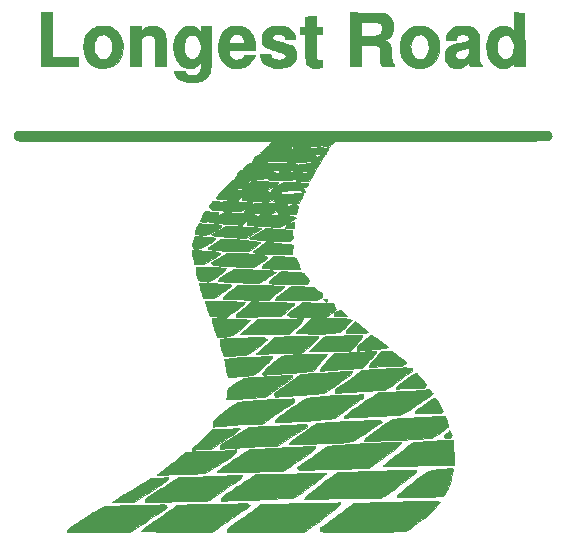
<source format=gbr>
G04 #@! TF.GenerationSoftware,KiCad,Pcbnew,5.1.5+dfsg1-2build2*
G04 #@! TF.CreationDate,2021-04-24T08:30:23-04:00*
G04 #@! TF.ProjectId,longest_road_card,6c6f6e67-6573-4745-9f72-6f61645f6361,rev?*
G04 #@! TF.SameCoordinates,Original*
G04 #@! TF.FileFunction,Legend,Top*
G04 #@! TF.FilePolarity,Positive*
%FSLAX46Y46*%
G04 Gerber Fmt 4.6, Leading zero omitted, Abs format (unit mm)*
G04 Created by KiCad (PCBNEW 5.1.5+dfsg1-2build2) date 2021-04-24 08:30:23*
%MOMM*%
%LPD*%
G04 APERTURE LIST*
%ADD10C,0.010000*%
G04 APERTURE END LIST*
D10*
G36*
X-9574086Y-20071732D02*
G01*
X-9536644Y-20094991D01*
X-9493523Y-20143405D01*
X-9470927Y-20173409D01*
X-9428483Y-20234450D01*
X-9409981Y-20272386D01*
X-9412031Y-20296438D01*
X-9421499Y-20307843D01*
X-9487440Y-20364848D01*
X-9574170Y-20433572D01*
X-9683181Y-20515028D01*
X-9815964Y-20610227D01*
X-9974011Y-20720181D01*
X-10158813Y-20845903D01*
X-10371861Y-20988404D01*
X-10614647Y-21148697D01*
X-10888663Y-21327794D01*
X-11195400Y-21526706D01*
X-11536348Y-21746446D01*
X-11633157Y-21808639D01*
X-12545397Y-22394333D01*
X-14204907Y-22389253D01*
X-14499184Y-22388315D01*
X-14805730Y-22387267D01*
X-15118174Y-22386136D01*
X-15430150Y-22384947D01*
X-15735287Y-22383727D01*
X-16027217Y-22382500D01*
X-16299573Y-22381294D01*
X-16545984Y-22380133D01*
X-16760082Y-22379044D01*
X-16865807Y-22378462D01*
X-17867198Y-22372750D01*
X-17860641Y-22295111D01*
X-17853507Y-22253989D01*
X-17835310Y-22218273D01*
X-17799017Y-22179264D01*
X-17737596Y-22128264D01*
X-17705917Y-22103709D01*
X-17650823Y-22063135D01*
X-17566275Y-22003109D01*
X-17458062Y-21927633D01*
X-17331970Y-21840712D01*
X-17193788Y-21746348D01*
X-17049304Y-21648545D01*
X-16996834Y-21613246D01*
X-16621957Y-21363508D01*
X-16272634Y-21134931D01*
X-15950053Y-20928253D01*
X-15655403Y-20744208D01*
X-15389875Y-20583534D01*
X-15154656Y-20446968D01*
X-14950936Y-20335245D01*
X-14845343Y-20280953D01*
X-14594417Y-20155850D01*
X-12139084Y-20110482D01*
X-11818990Y-20104582D01*
X-11509924Y-20098913D01*
X-11214613Y-20093524D01*
X-10935785Y-20088463D01*
X-10676166Y-20083778D01*
X-10438483Y-20079519D01*
X-10225463Y-20075734D01*
X-10039833Y-20072472D01*
X-9884321Y-20069780D01*
X-9761652Y-20067708D01*
X-9674555Y-20066305D01*
X-9625755Y-20065618D01*
X-9616762Y-20065557D01*
X-9574086Y-20071732D01*
G37*
X-9574086Y-20071732D02*
X-9536644Y-20094991D01*
X-9493523Y-20143405D01*
X-9470927Y-20173409D01*
X-9428483Y-20234450D01*
X-9409981Y-20272386D01*
X-9412031Y-20296438D01*
X-9421499Y-20307843D01*
X-9487440Y-20364848D01*
X-9574170Y-20433572D01*
X-9683181Y-20515028D01*
X-9815964Y-20610227D01*
X-9974011Y-20720181D01*
X-10158813Y-20845903D01*
X-10371861Y-20988404D01*
X-10614647Y-21148697D01*
X-10888663Y-21327794D01*
X-11195400Y-21526706D01*
X-11536348Y-21746446D01*
X-11633157Y-21808639D01*
X-12545397Y-22394333D01*
X-14204907Y-22389253D01*
X-14499184Y-22388315D01*
X-14805730Y-22387267D01*
X-15118174Y-22386136D01*
X-15430150Y-22384947D01*
X-15735287Y-22383727D01*
X-16027217Y-22382500D01*
X-16299573Y-22381294D01*
X-16545984Y-22380133D01*
X-16760082Y-22379044D01*
X-16865807Y-22378462D01*
X-17867198Y-22372750D01*
X-17860641Y-22295111D01*
X-17853507Y-22253989D01*
X-17835310Y-22218273D01*
X-17799017Y-22179264D01*
X-17737596Y-22128264D01*
X-17705917Y-22103709D01*
X-17650823Y-22063135D01*
X-17566275Y-22003109D01*
X-17458062Y-21927633D01*
X-17331970Y-21840712D01*
X-17193788Y-21746348D01*
X-17049304Y-21648545D01*
X-16996834Y-21613246D01*
X-16621957Y-21363508D01*
X-16272634Y-21134931D01*
X-15950053Y-20928253D01*
X-15655403Y-20744208D01*
X-15389875Y-20583534D01*
X-15154656Y-20446968D01*
X-14950936Y-20335245D01*
X-14845343Y-20280953D01*
X-14594417Y-20155850D01*
X-12139084Y-20110482D01*
X-11818990Y-20104582D01*
X-11509924Y-20098913D01*
X-11214613Y-20093524D01*
X-10935785Y-20088463D01*
X-10676166Y-20083778D01*
X-10438483Y-20079519D01*
X-10225463Y-20075734D01*
X-10039833Y-20072472D01*
X-9884321Y-20069780D01*
X-9761652Y-20067708D01*
X-9674555Y-20066305D01*
X-9625755Y-20065618D01*
X-9616762Y-20065557D01*
X-9574086Y-20071732D01*
G36*
X-2553986Y-20056927D02*
G01*
X-2480928Y-20095834D01*
X-2424973Y-20128295D01*
X-2394817Y-20149154D01*
X-2391925Y-20153064D01*
X-2408839Y-20167912D01*
X-2457590Y-20204607D01*
X-2535125Y-20261023D01*
X-2638390Y-20335034D01*
X-2764331Y-20424515D01*
X-2909893Y-20527338D01*
X-3072023Y-20641378D01*
X-3247668Y-20764510D01*
X-3433773Y-20894606D01*
X-3627284Y-21029541D01*
X-3825148Y-21167189D01*
X-4024311Y-21305424D01*
X-4221718Y-21442120D01*
X-4414316Y-21575150D01*
X-4599052Y-21702389D01*
X-4772871Y-21821711D01*
X-4932719Y-21930990D01*
X-5075542Y-22028099D01*
X-5198287Y-22110913D01*
X-5297900Y-22177306D01*
X-5328268Y-22197273D01*
X-5629451Y-22394333D01*
X-7381434Y-22390254D01*
X-7653341Y-22389564D01*
X-7915382Y-22388786D01*
X-8164135Y-22387938D01*
X-8396177Y-22387036D01*
X-8608084Y-22386098D01*
X-8796434Y-22385140D01*
X-8957803Y-22384179D01*
X-9088769Y-22383232D01*
X-9185909Y-22382315D01*
X-9245800Y-22381445D01*
X-9260417Y-22381045D01*
X-9306034Y-22379576D01*
X-9389446Y-22377280D01*
X-9506126Y-22374268D01*
X-9651545Y-22370650D01*
X-9821175Y-22366536D01*
X-10010490Y-22362039D01*
X-10214961Y-22357268D01*
X-10430060Y-22352334D01*
X-10498667Y-22350778D01*
X-10711378Y-22345846D01*
X-10911011Y-22340984D01*
X-11093621Y-22336305D01*
X-11255263Y-22331921D01*
X-11391993Y-22327944D01*
X-11499864Y-22324486D01*
X-11574933Y-22321659D01*
X-11613253Y-22319576D01*
X-11617432Y-22318959D01*
X-11611855Y-22307017D01*
X-11583905Y-22278197D01*
X-11531086Y-22230257D01*
X-11450905Y-22160955D01*
X-11340868Y-22068049D01*
X-11304826Y-22037883D01*
X-11261903Y-22003371D01*
X-11206786Y-21961623D01*
X-11137273Y-21911146D01*
X-11051159Y-21850448D01*
X-10946241Y-21778034D01*
X-10820316Y-21692413D01*
X-10671180Y-21592090D01*
X-10496630Y-21475574D01*
X-10294463Y-21341371D01*
X-10062474Y-21187988D01*
X-9798460Y-21013932D01*
X-9628519Y-20902083D01*
X-9363982Y-20724830D01*
X-9132339Y-20562516D01*
X-8928482Y-20411431D01*
X-8747302Y-20267865D01*
X-8691804Y-20221661D01*
X-8546524Y-20099173D01*
X-6924387Y-20063474D01*
X-6620849Y-20056816D01*
X-6295528Y-20049721D01*
X-5956217Y-20042357D01*
X-5610707Y-20034891D01*
X-5266788Y-20027490D01*
X-4932253Y-20020323D01*
X-4614891Y-20013556D01*
X-4322496Y-20007358D01*
X-4062857Y-20001896D01*
X-4009104Y-20000772D01*
X-2715957Y-19973771D01*
X-2553986Y-20056927D01*
G37*
X-2553986Y-20056927D02*
X-2480928Y-20095834D01*
X-2424973Y-20128295D01*
X-2394817Y-20149154D01*
X-2391925Y-20153064D01*
X-2408839Y-20167912D01*
X-2457590Y-20204607D01*
X-2535125Y-20261023D01*
X-2638390Y-20335034D01*
X-2764331Y-20424515D01*
X-2909893Y-20527338D01*
X-3072023Y-20641378D01*
X-3247668Y-20764510D01*
X-3433773Y-20894606D01*
X-3627284Y-21029541D01*
X-3825148Y-21167189D01*
X-4024311Y-21305424D01*
X-4221718Y-21442120D01*
X-4414316Y-21575150D01*
X-4599052Y-21702389D01*
X-4772871Y-21821711D01*
X-4932719Y-21930990D01*
X-5075542Y-22028099D01*
X-5198287Y-22110913D01*
X-5297900Y-22177306D01*
X-5328268Y-22197273D01*
X-5629451Y-22394333D01*
X-7381434Y-22390254D01*
X-7653341Y-22389564D01*
X-7915382Y-22388786D01*
X-8164135Y-22387938D01*
X-8396177Y-22387036D01*
X-8608084Y-22386098D01*
X-8796434Y-22385140D01*
X-8957803Y-22384179D01*
X-9088769Y-22383232D01*
X-9185909Y-22382315D01*
X-9245800Y-22381445D01*
X-9260417Y-22381045D01*
X-9306034Y-22379576D01*
X-9389446Y-22377280D01*
X-9506126Y-22374268D01*
X-9651545Y-22370650D01*
X-9821175Y-22366536D01*
X-10010490Y-22362039D01*
X-10214961Y-22357268D01*
X-10430060Y-22352334D01*
X-10498667Y-22350778D01*
X-10711378Y-22345846D01*
X-10911011Y-22340984D01*
X-11093621Y-22336305D01*
X-11255263Y-22331921D01*
X-11391993Y-22327944D01*
X-11499864Y-22324486D01*
X-11574933Y-22321659D01*
X-11613253Y-22319576D01*
X-11617432Y-22318959D01*
X-11611855Y-22307017D01*
X-11583905Y-22278197D01*
X-11531086Y-22230257D01*
X-11450905Y-22160955D01*
X-11340868Y-22068049D01*
X-11304826Y-22037883D01*
X-11261903Y-22003371D01*
X-11206786Y-21961623D01*
X-11137273Y-21911146D01*
X-11051159Y-21850448D01*
X-10946241Y-21778034D01*
X-10820316Y-21692413D01*
X-10671180Y-21592090D01*
X-10496630Y-21475574D01*
X-10294463Y-21341371D01*
X-10062474Y-21187988D01*
X-9798460Y-21013932D01*
X-9628519Y-20902083D01*
X-9363982Y-20724830D01*
X-9132339Y-20562516D01*
X-8928482Y-20411431D01*
X-8747302Y-20267865D01*
X-8691804Y-20221661D01*
X-8546524Y-20099173D01*
X-6924387Y-20063474D01*
X-6620849Y-20056816D01*
X-6295528Y-20049721D01*
X-5956217Y-20042357D01*
X-5610707Y-20034891D01*
X-5266788Y-20027490D01*
X-4932253Y-20020323D01*
X-4614891Y-20013556D01*
X-4322496Y-20007358D01*
X-4062857Y-20001896D01*
X-4009104Y-20000772D01*
X-2715957Y-19973771D01*
X-2553986Y-20056927D01*
G36*
X12830027Y-19795999D02*
G01*
X13023741Y-19796688D01*
X13193560Y-19797942D01*
X13334986Y-19799744D01*
X13443516Y-19802078D01*
X13514649Y-19804926D01*
X13519359Y-19805227D01*
X13777803Y-19822583D01*
X13496803Y-20151189D01*
X13299952Y-20368156D01*
X13069405Y-20599093D01*
X12809836Y-20840085D01*
X12525921Y-21087216D01*
X12222334Y-21336572D01*
X11903749Y-21584238D01*
X11574840Y-21826298D01*
X11240283Y-22058837D01*
X11135844Y-22128584D01*
X10805583Y-22346963D01*
X8815916Y-22371071D01*
X8437091Y-22375382D01*
X8056540Y-22379178D01*
X7676901Y-22382458D01*
X7300809Y-22385223D01*
X6930903Y-22387471D01*
X6569817Y-22389204D01*
X6220190Y-22390422D01*
X5884656Y-22391123D01*
X5565854Y-22391309D01*
X5266420Y-22390979D01*
X4988990Y-22390133D01*
X4736200Y-22388772D01*
X4510689Y-22386894D01*
X4315091Y-22384501D01*
X4152044Y-22381592D01*
X4024184Y-22378166D01*
X3934148Y-22374225D01*
X3894666Y-22371118D01*
X3806244Y-22360634D01*
X3725109Y-22349969D01*
X3668387Y-22341378D01*
X3667125Y-22341155D01*
X3598333Y-22328915D01*
X3598333Y-22017355D01*
X3698875Y-21958906D01*
X3803428Y-21894500D01*
X3936488Y-21806225D01*
X4098552Y-21693716D01*
X4290118Y-21556607D01*
X4511683Y-21394533D01*
X4763746Y-21207128D01*
X5046804Y-20994028D01*
X5361355Y-20754866D01*
X5707897Y-20489278D01*
X5840955Y-20386837D01*
X6421994Y-19939000D01*
X6550038Y-19938990D01*
X6598495Y-19938257D01*
X6684093Y-19936164D01*
X6801667Y-19932870D01*
X6946052Y-19928532D01*
X7112083Y-19923306D01*
X7294594Y-19917351D01*
X7488422Y-19910823D01*
X7588250Y-19907384D01*
X8044926Y-19891666D01*
X8463331Y-19877577D01*
X8847494Y-19865014D01*
X9201442Y-19853877D01*
X9529203Y-19844065D01*
X9834804Y-19835478D01*
X10122273Y-19828013D01*
X10395638Y-19821571D01*
X10658926Y-19816051D01*
X10916166Y-19811352D01*
X11171384Y-19807372D01*
X11428608Y-19804011D01*
X11691866Y-19801168D01*
X11906250Y-19799226D01*
X12150531Y-19797488D01*
X12388921Y-19796382D01*
X12616920Y-19795891D01*
X12830027Y-19795999D01*
G37*
X12830027Y-19795999D02*
X13023741Y-19796688D01*
X13193560Y-19797942D01*
X13334986Y-19799744D01*
X13443516Y-19802078D01*
X13514649Y-19804926D01*
X13519359Y-19805227D01*
X13777803Y-19822583D01*
X13496803Y-20151189D01*
X13299952Y-20368156D01*
X13069405Y-20599093D01*
X12809836Y-20840085D01*
X12525921Y-21087216D01*
X12222334Y-21336572D01*
X11903749Y-21584238D01*
X11574840Y-21826298D01*
X11240283Y-22058837D01*
X11135844Y-22128584D01*
X10805583Y-22346963D01*
X8815916Y-22371071D01*
X8437091Y-22375382D01*
X8056540Y-22379178D01*
X7676901Y-22382458D01*
X7300809Y-22385223D01*
X6930903Y-22387471D01*
X6569817Y-22389204D01*
X6220190Y-22390422D01*
X5884656Y-22391123D01*
X5565854Y-22391309D01*
X5266420Y-22390979D01*
X4988990Y-22390133D01*
X4736200Y-22388772D01*
X4510689Y-22386894D01*
X4315091Y-22384501D01*
X4152044Y-22381592D01*
X4024184Y-22378166D01*
X3934148Y-22374225D01*
X3894666Y-22371118D01*
X3806244Y-22360634D01*
X3725109Y-22349969D01*
X3668387Y-22341378D01*
X3667125Y-22341155D01*
X3598333Y-22328915D01*
X3598333Y-22017355D01*
X3698875Y-21958906D01*
X3803428Y-21894500D01*
X3936488Y-21806225D01*
X4098552Y-21693716D01*
X4290118Y-21556607D01*
X4511683Y-21394533D01*
X4763746Y-21207128D01*
X5046804Y-20994028D01*
X5361355Y-20754866D01*
X5707897Y-20489278D01*
X5840955Y-20386837D01*
X6421994Y-19939000D01*
X6550038Y-19938990D01*
X6598495Y-19938257D01*
X6684093Y-19936164D01*
X6801667Y-19932870D01*
X6946052Y-19928532D01*
X7112083Y-19923306D01*
X7294594Y-19917351D01*
X7488422Y-19910823D01*
X7588250Y-19907384D01*
X8044926Y-19891666D01*
X8463331Y-19877577D01*
X8847494Y-19865014D01*
X9201442Y-19853877D01*
X9529203Y-19844065D01*
X9834804Y-19835478D01*
X10122273Y-19828013D01*
X10395638Y-19821571D01*
X10658926Y-19816051D01*
X10916166Y-19811352D01*
X11171384Y-19807372D01*
X11428608Y-19804011D01*
X11691866Y-19801168D01*
X11906250Y-19799226D01*
X12150531Y-19797488D01*
X12388921Y-19796382D01*
X12616920Y-19795891D01*
X12830027Y-19795999D01*
G36*
X5249333Y-19980160D02*
G01*
X5246132Y-20019708D01*
X5232736Y-20055803D01*
X5203454Y-20096853D01*
X5152595Y-20151263D01*
X5095875Y-20206855D01*
X4988482Y-20305134D01*
X4848219Y-20424468D01*
X4674763Y-20565106D01*
X4467790Y-20727294D01*
X4226975Y-20911280D01*
X3951994Y-21117310D01*
X3642525Y-21345632D01*
X3298243Y-21596493D01*
X2918824Y-21870139D01*
X2870906Y-21904528D01*
X2217563Y-22373166D01*
X-4339167Y-22373166D01*
X-4339167Y-22276908D01*
X-4336007Y-22221095D01*
X-4321738Y-22177948D01*
X-4289181Y-22133481D01*
X-4238625Y-22081088D01*
X-4193828Y-22041802D01*
X-4120045Y-21983020D01*
X-4023197Y-21909197D01*
X-3909207Y-21824786D01*
X-3783996Y-21734241D01*
X-3672417Y-21655256D01*
X-3559222Y-21575541D01*
X-3417528Y-21475103D01*
X-3253105Y-21358068D01*
X-3071727Y-21228562D01*
X-2879166Y-21090713D01*
X-2681195Y-20948647D01*
X-2483584Y-20806489D01*
X-2307167Y-20679247D01*
X-1407584Y-20029507D01*
X-95250Y-20004964D01*
X152813Y-20000344D01*
X435796Y-19995107D01*
X746290Y-19989389D01*
X1076888Y-19983324D01*
X1420182Y-19977049D01*
X1768765Y-19970698D01*
X2115229Y-19964407D01*
X2452166Y-19958310D01*
X2772170Y-19952544D01*
X2921000Y-19949872D01*
X3194811Y-19944921D01*
X3462926Y-19939993D01*
X3721367Y-19935165D01*
X3966157Y-19930515D01*
X4193320Y-19926121D01*
X4398878Y-19922062D01*
X4578856Y-19918414D01*
X4729277Y-19915256D01*
X4846164Y-19912665D01*
X4925540Y-19910720D01*
X4937125Y-19910399D01*
X5249333Y-19901475D01*
X5249333Y-19980160D01*
G37*
X5249333Y-19980160D02*
X5246132Y-20019708D01*
X5232736Y-20055803D01*
X5203454Y-20096853D01*
X5152595Y-20151263D01*
X5095875Y-20206855D01*
X4988482Y-20305134D01*
X4848219Y-20424468D01*
X4674763Y-20565106D01*
X4467790Y-20727294D01*
X4226975Y-20911280D01*
X3951994Y-21117310D01*
X3642525Y-21345632D01*
X3298243Y-21596493D01*
X2918824Y-21870139D01*
X2870906Y-21904528D01*
X2217563Y-22373166D01*
X-4339167Y-22373166D01*
X-4339167Y-22276908D01*
X-4336007Y-22221095D01*
X-4321738Y-22177948D01*
X-4289181Y-22133481D01*
X-4238625Y-22081088D01*
X-4193828Y-22041802D01*
X-4120045Y-21983020D01*
X-4023197Y-21909197D01*
X-3909207Y-21824786D01*
X-3783996Y-21734241D01*
X-3672417Y-21655256D01*
X-3559222Y-21575541D01*
X-3417528Y-21475103D01*
X-3253105Y-21358068D01*
X-3071727Y-21228562D01*
X-2879166Y-21090713D01*
X-2681195Y-20948647D01*
X-2483584Y-20806489D01*
X-2307167Y-20679247D01*
X-1407584Y-20029507D01*
X-95250Y-20004964D01*
X152813Y-20000344D01*
X435796Y-19995107D01*
X746290Y-19989389D01*
X1076888Y-19983324D01*
X1420182Y-19977049D01*
X1768765Y-19970698D01*
X2115229Y-19964407D01*
X2452166Y-19958310D01*
X2772170Y-19952544D01*
X2921000Y-19949872D01*
X3194811Y-19944921D01*
X3462926Y-19939993D01*
X3721367Y-19935165D01*
X3966157Y-19930515D01*
X4193320Y-19926121D01*
X4398878Y-19922062D01*
X4578856Y-19918414D01*
X4729277Y-19915256D01*
X4846164Y-19912665D01*
X4925540Y-19910720D01*
X4937125Y-19910399D01*
X5249333Y-19901475D01*
X5249333Y-19980160D01*
G36*
X-9313334Y-17850574D02*
G01*
X-9318060Y-17895316D01*
X-9337191Y-17934106D01*
X-9378156Y-17978185D01*
X-9424459Y-18018765D01*
X-9501779Y-18081871D01*
X-9593751Y-18152689D01*
X-9702554Y-18232695D01*
X-9830367Y-18323362D01*
X-9979369Y-18426163D01*
X-10151738Y-18542574D01*
X-10349654Y-18674068D01*
X-10575295Y-18822118D01*
X-10830840Y-18988200D01*
X-11118468Y-19173786D01*
X-11380293Y-19341877D01*
X-12206135Y-19871070D01*
X-12976943Y-19881168D01*
X-13159798Y-19883271D01*
X-13334595Y-19884731D01*
X-13495504Y-19885539D01*
X-13636692Y-19885689D01*
X-13752329Y-19885171D01*
X-13836584Y-19883979D01*
X-13880042Y-19882372D01*
X-13948487Y-19876359D01*
X-13992905Y-19867212D01*
X-14011415Y-19852169D01*
X-14002133Y-19828470D01*
X-13963177Y-19793355D01*
X-13892665Y-19744061D01*
X-13788713Y-19677829D01*
X-13705417Y-19626293D01*
X-13643085Y-19588665D01*
X-13550459Y-19533733D01*
X-13433962Y-19465260D01*
X-13300022Y-19387008D01*
X-13155063Y-19302739D01*
X-13005509Y-19216215D01*
X-12975167Y-19198714D01*
X-12653126Y-19012069D01*
X-12358872Y-18839283D01*
X-12082726Y-18674515D01*
X-11815005Y-18511922D01*
X-11546028Y-18345662D01*
X-11266114Y-18169894D01*
X-11183917Y-18117835D01*
X-10694417Y-17807290D01*
X-10003875Y-17791772D01*
X-9313334Y-17776254D01*
X-9313334Y-17850574D01*
G37*
X-9313334Y-17850574D02*
X-9318060Y-17895316D01*
X-9337191Y-17934106D01*
X-9378156Y-17978185D01*
X-9424459Y-18018765D01*
X-9501779Y-18081871D01*
X-9593751Y-18152689D01*
X-9702554Y-18232695D01*
X-9830367Y-18323362D01*
X-9979369Y-18426163D01*
X-10151738Y-18542574D01*
X-10349654Y-18674068D01*
X-10575295Y-18822118D01*
X-10830840Y-18988200D01*
X-11118468Y-19173786D01*
X-11380293Y-19341877D01*
X-12206135Y-19871070D01*
X-12976943Y-19881168D01*
X-13159798Y-19883271D01*
X-13334595Y-19884731D01*
X-13495504Y-19885539D01*
X-13636692Y-19885689D01*
X-13752329Y-19885171D01*
X-13836584Y-19883979D01*
X-13880042Y-19882372D01*
X-13948487Y-19876359D01*
X-13992905Y-19867212D01*
X-14011415Y-19852169D01*
X-14002133Y-19828470D01*
X-13963177Y-19793355D01*
X-13892665Y-19744061D01*
X-13788713Y-19677829D01*
X-13705417Y-19626293D01*
X-13643085Y-19588665D01*
X-13550459Y-19533733D01*
X-13433962Y-19465260D01*
X-13300022Y-19387008D01*
X-13155063Y-19302739D01*
X-13005509Y-19216215D01*
X-12975167Y-19198714D01*
X-12653126Y-19012069D01*
X-12358872Y-18839283D01*
X-12082726Y-18674515D01*
X-11815005Y-18511922D01*
X-11546028Y-18345662D01*
X-11266114Y-18169894D01*
X-11183917Y-18117835D01*
X-10694417Y-17807290D01*
X-10003875Y-17791772D01*
X-9313334Y-17776254D01*
X-9313334Y-17850574D01*
G36*
X-3138746Y-17584216D02*
G01*
X-3085587Y-17586489D01*
X-3054722Y-17590596D01*
X-3043613Y-17595874D01*
X-3028996Y-17627730D01*
X-3028176Y-17661025D01*
X-3044161Y-17699151D01*
X-3079960Y-17745502D01*
X-3138581Y-17803468D01*
X-3223035Y-17876443D01*
X-3336328Y-17967819D01*
X-3457277Y-18062279D01*
X-3657162Y-18214203D01*
X-3875435Y-18375032D01*
X-4107164Y-18541462D01*
X-4347420Y-18710189D01*
X-4591271Y-18877908D01*
X-4833787Y-19041316D01*
X-5070036Y-19197108D01*
X-5295089Y-19341981D01*
X-5504013Y-19472629D01*
X-5691880Y-19585750D01*
X-5853757Y-19678038D01*
X-5926667Y-19717032D01*
X-5940109Y-19722922D01*
X-5958197Y-19728304D01*
X-5983236Y-19733257D01*
X-6017533Y-19737859D01*
X-6063394Y-19742186D01*
X-6123126Y-19746319D01*
X-6199036Y-19750335D01*
X-6293428Y-19754311D01*
X-6408610Y-19758327D01*
X-6546887Y-19762461D01*
X-6710567Y-19766790D01*
X-6901955Y-19771392D01*
X-7123358Y-19776347D01*
X-7377082Y-19781731D01*
X-7665433Y-19787624D01*
X-7990718Y-19794103D01*
X-8355243Y-19801247D01*
X-8487834Y-19803828D01*
X-8887101Y-19811593D01*
X-9246170Y-19818575D01*
X-9567168Y-19824802D01*
X-9852221Y-19830299D01*
X-10103457Y-19835093D01*
X-10323003Y-19839210D01*
X-10512987Y-19842678D01*
X-10675534Y-19845522D01*
X-10812773Y-19847770D01*
X-10926831Y-19849448D01*
X-11019834Y-19850582D01*
X-11093909Y-19851199D01*
X-11151185Y-19851326D01*
X-11193788Y-19850989D01*
X-11223844Y-19850214D01*
X-11243482Y-19849029D01*
X-11254828Y-19847460D01*
X-11260010Y-19845534D01*
X-11261154Y-19843276D01*
X-11260388Y-19840715D01*
X-11259829Y-19838458D01*
X-11252199Y-19812314D01*
X-11232820Y-19757879D01*
X-11205640Y-19686178D01*
X-11201227Y-19674851D01*
X-11143463Y-19527119D01*
X-9863273Y-18705462D01*
X-9650571Y-18568994D01*
X-9446560Y-18438196D01*
X-9254308Y-18315031D01*
X-9076882Y-18201457D01*
X-8917350Y-18099437D01*
X-8778778Y-18010930D01*
X-8664233Y-17937898D01*
X-8576785Y-17882301D01*
X-8519498Y-17846099D01*
X-8497755Y-17832604D01*
X-8412425Y-17781403D01*
X-6762088Y-17716928D01*
X-6467575Y-17705410D01*
X-6159953Y-17693354D01*
X-5845719Y-17681018D01*
X-5531370Y-17668658D01*
X-5223404Y-17656529D01*
X-4928318Y-17644887D01*
X-4652610Y-17633989D01*
X-4402777Y-17624090D01*
X-4185316Y-17615447D01*
X-4085747Y-17611476D01*
X-3838870Y-17601850D01*
X-3631417Y-17594314D01*
X-3460533Y-17588825D01*
X-3323364Y-17585341D01*
X-3217053Y-17583819D01*
X-3138746Y-17584216D01*
G37*
X-3138746Y-17584216D02*
X-3085587Y-17586489D01*
X-3054722Y-17590596D01*
X-3043613Y-17595874D01*
X-3028996Y-17627730D01*
X-3028176Y-17661025D01*
X-3044161Y-17699151D01*
X-3079960Y-17745502D01*
X-3138581Y-17803468D01*
X-3223035Y-17876443D01*
X-3336328Y-17967819D01*
X-3457277Y-18062279D01*
X-3657162Y-18214203D01*
X-3875435Y-18375032D01*
X-4107164Y-18541462D01*
X-4347420Y-18710189D01*
X-4591271Y-18877908D01*
X-4833787Y-19041316D01*
X-5070036Y-19197108D01*
X-5295089Y-19341981D01*
X-5504013Y-19472629D01*
X-5691880Y-19585750D01*
X-5853757Y-19678038D01*
X-5926667Y-19717032D01*
X-5940109Y-19722922D01*
X-5958197Y-19728304D01*
X-5983236Y-19733257D01*
X-6017533Y-19737859D01*
X-6063394Y-19742186D01*
X-6123126Y-19746319D01*
X-6199036Y-19750335D01*
X-6293428Y-19754311D01*
X-6408610Y-19758327D01*
X-6546887Y-19762461D01*
X-6710567Y-19766790D01*
X-6901955Y-19771392D01*
X-7123358Y-19776347D01*
X-7377082Y-19781731D01*
X-7665433Y-19787624D01*
X-7990718Y-19794103D01*
X-8355243Y-19801247D01*
X-8487834Y-19803828D01*
X-8887101Y-19811593D01*
X-9246170Y-19818575D01*
X-9567168Y-19824802D01*
X-9852221Y-19830299D01*
X-10103457Y-19835093D01*
X-10323003Y-19839210D01*
X-10512987Y-19842678D01*
X-10675534Y-19845522D01*
X-10812773Y-19847770D01*
X-10926831Y-19849448D01*
X-11019834Y-19850582D01*
X-11093909Y-19851199D01*
X-11151185Y-19851326D01*
X-11193788Y-19850989D01*
X-11223844Y-19850214D01*
X-11243482Y-19849029D01*
X-11254828Y-19847460D01*
X-11260010Y-19845534D01*
X-11261154Y-19843276D01*
X-11260388Y-19840715D01*
X-11259829Y-19838458D01*
X-11252199Y-19812314D01*
X-11232820Y-19757879D01*
X-11205640Y-19686178D01*
X-11201227Y-19674851D01*
X-11143463Y-19527119D01*
X-9863273Y-18705462D01*
X-9650571Y-18568994D01*
X-9446560Y-18438196D01*
X-9254308Y-18315031D01*
X-9076882Y-18201457D01*
X-8917350Y-18099437D01*
X-8778778Y-18010930D01*
X-8664233Y-17937898D01*
X-8576785Y-17882301D01*
X-8519498Y-17846099D01*
X-8497755Y-17832604D01*
X-8412425Y-17781403D01*
X-6762088Y-17716928D01*
X-6467575Y-17705410D01*
X-6159953Y-17693354D01*
X-5845719Y-17681018D01*
X-5531370Y-17668658D01*
X-5223404Y-17656529D01*
X-4928318Y-17644887D01*
X-4652610Y-17633989D01*
X-4402777Y-17624090D01*
X-4185316Y-17615447D01*
X-4085747Y-17611476D01*
X-3838870Y-17601850D01*
X-3631417Y-17594314D01*
X-3460533Y-17588825D01*
X-3323364Y-17585341D01*
X-3217053Y-17583819D01*
X-3138746Y-17584216D01*
G36*
X4090743Y-17410848D02*
G01*
X4104753Y-17411531D01*
X4094463Y-17429226D01*
X4059139Y-17470094D01*
X4004338Y-17528043D01*
X3935857Y-17596744D01*
X3862198Y-17665398D01*
X3769090Y-17745686D01*
X3654785Y-17838917D01*
X3517536Y-17946404D01*
X3355599Y-18069455D01*
X3167225Y-18209382D01*
X2950668Y-18367496D01*
X2704183Y-18545106D01*
X2426021Y-18743524D01*
X2114438Y-18964059D01*
X2103034Y-18972105D01*
X1274484Y-19556550D01*
X-1452966Y-19641321D01*
X-1795931Y-19652010D01*
X-2131478Y-19662524D01*
X-2456704Y-19672770D01*
X-2768705Y-19682654D01*
X-3064577Y-19692081D01*
X-3341416Y-19700959D01*
X-3596320Y-19709193D01*
X-3826384Y-19716690D01*
X-4028704Y-19723356D01*
X-4200378Y-19729096D01*
X-4338500Y-19733818D01*
X-4440168Y-19737427D01*
X-4502478Y-19739829D01*
X-4503209Y-19739861D01*
X-4826000Y-19753628D01*
X-4825578Y-19618772D01*
X-4825155Y-19483916D01*
X-4303011Y-19124083D01*
X-3987880Y-18907324D01*
X-3703604Y-18712700D01*
X-3446560Y-18537780D01*
X-3213123Y-18380136D01*
X-2999672Y-18237336D01*
X-2802582Y-18106953D01*
X-2618231Y-17986556D01*
X-2442994Y-17873716D01*
X-2349500Y-17814194D01*
X-1873250Y-17512214D01*
X1110813Y-17456934D01*
X1462776Y-17450484D01*
X1803070Y-17444385D01*
X2129299Y-17438673D01*
X2439066Y-17433384D01*
X2729974Y-17428556D01*
X2999627Y-17424224D01*
X3245628Y-17420424D01*
X3465581Y-17417194D01*
X3657089Y-17414569D01*
X3817756Y-17412585D01*
X3945185Y-17411280D01*
X4036980Y-17410689D01*
X4090743Y-17410848D01*
G37*
X4090743Y-17410848D02*
X4104753Y-17411531D01*
X4094463Y-17429226D01*
X4059139Y-17470094D01*
X4004338Y-17528043D01*
X3935857Y-17596744D01*
X3862198Y-17665398D01*
X3769090Y-17745686D01*
X3654785Y-17838917D01*
X3517536Y-17946404D01*
X3355599Y-18069455D01*
X3167225Y-18209382D01*
X2950668Y-18367496D01*
X2704183Y-18545106D01*
X2426021Y-18743524D01*
X2114438Y-18964059D01*
X2103034Y-18972105D01*
X1274484Y-19556550D01*
X-1452966Y-19641321D01*
X-1795931Y-19652010D01*
X-2131478Y-19662524D01*
X-2456704Y-19672770D01*
X-2768705Y-19682654D01*
X-3064577Y-19692081D01*
X-3341416Y-19700959D01*
X-3596320Y-19709193D01*
X-3826384Y-19716690D01*
X-4028704Y-19723356D01*
X-4200378Y-19729096D01*
X-4338500Y-19733818D01*
X-4440168Y-19737427D01*
X-4502478Y-19739829D01*
X-4503209Y-19739861D01*
X-4826000Y-19753628D01*
X-4825578Y-19618772D01*
X-4825155Y-19483916D01*
X-4303011Y-19124083D01*
X-3987880Y-18907324D01*
X-3703604Y-18712700D01*
X-3446560Y-18537780D01*
X-3213123Y-18380136D01*
X-2999672Y-18237336D01*
X-2802582Y-18106953D01*
X-2618231Y-17986556D01*
X-2442994Y-17873716D01*
X-2349500Y-17814194D01*
X-1873250Y-17512214D01*
X1110813Y-17456934D01*
X1462776Y-17450484D01*
X1803070Y-17444385D01*
X2129299Y-17438673D01*
X2439066Y-17433384D01*
X2729974Y-17428556D01*
X2999627Y-17424224D01*
X3245628Y-17420424D01*
X3465581Y-17417194D01*
X3657089Y-17414569D01*
X3817756Y-17412585D01*
X3945185Y-17411280D01*
X4036980Y-17410689D01*
X4090743Y-17410848D01*
G36*
X11714193Y-17133452D02*
G01*
X11724903Y-17169525D01*
X11726333Y-17207299D01*
X11724401Y-17244125D01*
X11715068Y-17275971D01*
X11693028Y-17309799D01*
X11652974Y-17352575D01*
X11589600Y-17411263D01*
X11531731Y-17462707D01*
X11375548Y-17597201D01*
X11190422Y-17750735D01*
X10982463Y-17918614D01*
X10757780Y-18096142D01*
X10522483Y-18278624D01*
X10282683Y-18461364D01*
X10044489Y-18639668D01*
X9814012Y-18808840D01*
X9597361Y-18964185D01*
X9400647Y-19101008D01*
X9392897Y-19106290D01*
X9280130Y-19179637D01*
X9153100Y-19256847D01*
X9029372Y-19327483D01*
X8948397Y-19370330D01*
X8731250Y-19479569D01*
X5640916Y-19539070D01*
X5195185Y-19547680D01*
X4789889Y-19555551D01*
X4423136Y-19562689D01*
X4093034Y-19569103D01*
X3797692Y-19574799D01*
X3535218Y-19579786D01*
X3303720Y-19584072D01*
X3101306Y-19587663D01*
X2926084Y-19590568D01*
X2776164Y-19592794D01*
X2649652Y-19594349D01*
X2544657Y-19595240D01*
X2459288Y-19595476D01*
X2391652Y-19595064D01*
X2339858Y-19594012D01*
X2302014Y-19592326D01*
X2276229Y-19590016D01*
X2260610Y-19587088D01*
X2253265Y-19583551D01*
X2252303Y-19579412D01*
X2255833Y-19574678D01*
X2261962Y-19569357D01*
X2268798Y-19563458D01*
X2274450Y-19556987D01*
X2276525Y-19552708D01*
X2299147Y-19487414D01*
X2326739Y-19431362D01*
X2365111Y-19377484D01*
X2420070Y-19318710D01*
X2497427Y-19247969D01*
X2595615Y-19164361D01*
X2698707Y-19078797D01*
X2802526Y-18994295D01*
X2910622Y-18908176D01*
X3026542Y-18817759D01*
X3153834Y-18720364D01*
X3296046Y-18613311D01*
X3456726Y-18493920D01*
X3639421Y-18359510D01*
X3847680Y-18207402D01*
X4085051Y-18034915D01*
X4223773Y-17934390D01*
X5071462Y-17320585D01*
X8361856Y-17221691D01*
X8732154Y-17210572D01*
X9091196Y-17199811D01*
X9436679Y-17189476D01*
X9766296Y-17179636D01*
X10077742Y-17170358D01*
X10368710Y-17161712D01*
X10636897Y-17153764D01*
X10879995Y-17146583D01*
X11095701Y-17140238D01*
X11281707Y-17134796D01*
X11435709Y-17130326D01*
X11555400Y-17126896D01*
X11638477Y-17124574D01*
X11682632Y-17123427D01*
X11689291Y-17123314D01*
X11714193Y-17133452D01*
G37*
X11714193Y-17133452D02*
X11724903Y-17169525D01*
X11726333Y-17207299D01*
X11724401Y-17244125D01*
X11715068Y-17275971D01*
X11693028Y-17309799D01*
X11652974Y-17352575D01*
X11589600Y-17411263D01*
X11531731Y-17462707D01*
X11375548Y-17597201D01*
X11190422Y-17750735D01*
X10982463Y-17918614D01*
X10757780Y-18096142D01*
X10522483Y-18278624D01*
X10282683Y-18461364D01*
X10044489Y-18639668D01*
X9814012Y-18808840D01*
X9597361Y-18964185D01*
X9400647Y-19101008D01*
X9392897Y-19106290D01*
X9280130Y-19179637D01*
X9153100Y-19256847D01*
X9029372Y-19327483D01*
X8948397Y-19370330D01*
X8731250Y-19479569D01*
X5640916Y-19539070D01*
X5195185Y-19547680D01*
X4789889Y-19555551D01*
X4423136Y-19562689D01*
X4093034Y-19569103D01*
X3797692Y-19574799D01*
X3535218Y-19579786D01*
X3303720Y-19584072D01*
X3101306Y-19587663D01*
X2926084Y-19590568D01*
X2776164Y-19592794D01*
X2649652Y-19594349D01*
X2544657Y-19595240D01*
X2459288Y-19595476D01*
X2391652Y-19595064D01*
X2339858Y-19594012D01*
X2302014Y-19592326D01*
X2276229Y-19590016D01*
X2260610Y-19587088D01*
X2253265Y-19583551D01*
X2252303Y-19579412D01*
X2255833Y-19574678D01*
X2261962Y-19569357D01*
X2268798Y-19563458D01*
X2274450Y-19556987D01*
X2276525Y-19552708D01*
X2299147Y-19487414D01*
X2326739Y-19431362D01*
X2365111Y-19377484D01*
X2420070Y-19318710D01*
X2497427Y-19247969D01*
X2595615Y-19164361D01*
X2698707Y-19078797D01*
X2802526Y-18994295D01*
X2910622Y-18908176D01*
X3026542Y-18817759D01*
X3153834Y-18720364D01*
X3296046Y-18613311D01*
X3456726Y-18493920D01*
X3639421Y-18359510D01*
X3847680Y-18207402D01*
X4085051Y-18034915D01*
X4223773Y-17934390D01*
X5071462Y-17320585D01*
X8361856Y-17221691D01*
X8732154Y-17210572D01*
X9091196Y-17199811D01*
X9436679Y-17189476D01*
X9766296Y-17179636D01*
X10077742Y-17170358D01*
X10368710Y-17161712D01*
X10636897Y-17153764D01*
X10879995Y-17146583D01*
X11095701Y-17140238D01*
X11281707Y-17134796D01*
X11435709Y-17130326D01*
X11555400Y-17126896D01*
X11638477Y-17124574D01*
X11682632Y-17123427D01*
X11689291Y-17123314D01*
X11714193Y-17133452D01*
G36*
X14768671Y-16998581D02*
G01*
X14783824Y-17009325D01*
X14791825Y-17037311D01*
X14794956Y-17090785D01*
X14795499Y-17177995D01*
X14795500Y-17182572D01*
X14785531Y-17331519D01*
X14756203Y-17514112D01*
X14708383Y-17726808D01*
X14642936Y-17966064D01*
X14560731Y-18228338D01*
X14487941Y-18439866D01*
X14412509Y-18642441D01*
X14341055Y-18813704D01*
X14268839Y-18963771D01*
X14191125Y-19102756D01*
X14136265Y-19190637D01*
X14007980Y-19388666D01*
X13729698Y-19389071D01*
X13661694Y-19389573D01*
X13555567Y-19390895D01*
X13415519Y-19392963D01*
X13245750Y-19395704D01*
X13050463Y-19399045D01*
X12833858Y-19402913D01*
X12600138Y-19407235D01*
X12353502Y-19411938D01*
X12098153Y-19416949D01*
X11927416Y-19420379D01*
X11672749Y-19425507D01*
X11427146Y-19430381D01*
X11194407Y-19434930D01*
X10978334Y-19439083D01*
X10782729Y-19442770D01*
X10611394Y-19445919D01*
X10468130Y-19448459D01*
X10356739Y-19450319D01*
X10281023Y-19451429D01*
X10249958Y-19451725D01*
X10096500Y-19452166D01*
X10096500Y-19367960D01*
X10100362Y-19319545D01*
X10116414Y-19277991D01*
X10151351Y-19231563D01*
X10208216Y-19172168D01*
X10329133Y-19058061D01*
X10484764Y-18922486D01*
X10673932Y-18766425D01*
X10895461Y-18590861D01*
X11027833Y-18488518D01*
X11134852Y-18406148D01*
X11266693Y-18304255D01*
X11414859Y-18189430D01*
X11570852Y-18068265D01*
X11726175Y-17947351D01*
X11858150Y-17844365D01*
X11991481Y-17740552D01*
X12120440Y-17640833D01*
X12239469Y-17549454D01*
X12343009Y-17470663D01*
X12425504Y-17408704D01*
X12481393Y-17367823D01*
X12488882Y-17362555D01*
X12637041Y-17279032D01*
X12818951Y-17211644D01*
X13036995Y-17159613D01*
X13181946Y-17136025D01*
X13251150Y-17127496D01*
X13352525Y-17116508D01*
X13479644Y-17103636D01*
X13626079Y-17089452D01*
X13785402Y-17074528D01*
X13951184Y-17059437D01*
X14116999Y-17044753D01*
X14276418Y-17031047D01*
X14423014Y-17018892D01*
X14550357Y-17008862D01*
X14652022Y-17001530D01*
X14721579Y-16997466D01*
X14744080Y-16996833D01*
X14768671Y-16998581D01*
G37*
X14768671Y-16998581D02*
X14783824Y-17009325D01*
X14791825Y-17037311D01*
X14794956Y-17090785D01*
X14795499Y-17177995D01*
X14795500Y-17182572D01*
X14785531Y-17331519D01*
X14756203Y-17514112D01*
X14708383Y-17726808D01*
X14642936Y-17966064D01*
X14560731Y-18228338D01*
X14487941Y-18439866D01*
X14412509Y-18642441D01*
X14341055Y-18813704D01*
X14268839Y-18963771D01*
X14191125Y-19102756D01*
X14136265Y-19190637D01*
X14007980Y-19388666D01*
X13729698Y-19389071D01*
X13661694Y-19389573D01*
X13555567Y-19390895D01*
X13415519Y-19392963D01*
X13245750Y-19395704D01*
X13050463Y-19399045D01*
X12833858Y-19402913D01*
X12600138Y-19407235D01*
X12353502Y-19411938D01*
X12098153Y-19416949D01*
X11927416Y-19420379D01*
X11672749Y-19425507D01*
X11427146Y-19430381D01*
X11194407Y-19434930D01*
X10978334Y-19439083D01*
X10782729Y-19442770D01*
X10611394Y-19445919D01*
X10468130Y-19448459D01*
X10356739Y-19450319D01*
X10281023Y-19451429D01*
X10249958Y-19451725D01*
X10096500Y-19452166D01*
X10096500Y-19367960D01*
X10100362Y-19319545D01*
X10116414Y-19277991D01*
X10151351Y-19231563D01*
X10208216Y-19172168D01*
X10329133Y-19058061D01*
X10484764Y-18922486D01*
X10673932Y-18766425D01*
X10895461Y-18590861D01*
X11027833Y-18488518D01*
X11134852Y-18406148D01*
X11266693Y-18304255D01*
X11414859Y-18189430D01*
X11570852Y-18068265D01*
X11726175Y-17947351D01*
X11858150Y-17844365D01*
X11991481Y-17740552D01*
X12120440Y-17640833D01*
X12239469Y-17549454D01*
X12343009Y-17470663D01*
X12425504Y-17408704D01*
X12481393Y-17367823D01*
X12488882Y-17362555D01*
X12637041Y-17279032D01*
X12818951Y-17211644D01*
X13036995Y-17159613D01*
X13181946Y-17136025D01*
X13251150Y-17127496D01*
X13352525Y-17116508D01*
X13479644Y-17103636D01*
X13626079Y-17089452D01*
X13785402Y-17074528D01*
X13951184Y-17059437D01*
X14116999Y-17044753D01*
X14276418Y-17031047D01*
X14423014Y-17018892D01*
X14550357Y-17008862D01*
X14652022Y-17001530D01*
X14721579Y-16997466D01*
X14744080Y-16996833D01*
X14768671Y-16998581D01*
G36*
X-3529632Y-15418929D02*
G01*
X-3516951Y-15436777D01*
X-3513743Y-15466055D01*
X-3513667Y-15489086D01*
X-3524324Y-15559609D01*
X-3558831Y-15631409D01*
X-3620991Y-15709698D01*
X-3714608Y-15799687D01*
X-3782439Y-15857337D01*
X-3881131Y-15937078D01*
X-3983895Y-16016766D01*
X-4094194Y-16098740D01*
X-4215490Y-16185341D01*
X-4351247Y-16278907D01*
X-4504928Y-16381778D01*
X-4679995Y-16496295D01*
X-4879911Y-16624797D01*
X-5108140Y-16769623D01*
X-5368143Y-16933113D01*
X-5456905Y-16988681D01*
X-6140726Y-17416395D01*
X-6335321Y-17428758D01*
X-6387557Y-17431406D01*
X-6478375Y-17435233D01*
X-6604046Y-17440108D01*
X-6760842Y-17445901D01*
X-6945030Y-17452479D01*
X-7152883Y-17459713D01*
X-7380669Y-17467469D01*
X-7624660Y-17475619D01*
X-7881125Y-17484029D01*
X-8146334Y-17492570D01*
X-8180917Y-17493672D01*
X-8447346Y-17502222D01*
X-8705781Y-17510651D01*
X-8952459Y-17518827D01*
X-9183617Y-17526620D01*
X-9395492Y-17533899D01*
X-9584322Y-17540532D01*
X-9746344Y-17546390D01*
X-9877795Y-17551341D01*
X-9974912Y-17555255D01*
X-10033932Y-17558001D01*
X-10038292Y-17558247D01*
X-10125839Y-17562382D01*
X-10194957Y-17563808D01*
X-10236605Y-17562445D01*
X-10244667Y-17560106D01*
X-10228849Y-17544190D01*
X-10185485Y-17507632D01*
X-10120707Y-17455439D01*
X-10040649Y-17392615D01*
X-10017125Y-17374414D01*
X-9825382Y-17225575D01*
X-9605524Y-17053255D01*
X-9362021Y-16861001D01*
X-9099343Y-16652358D01*
X-8821960Y-16430869D01*
X-8534342Y-16200082D01*
X-8397822Y-16090154D01*
X-7797398Y-15606141D01*
X-6750907Y-15581296D01*
X-6293923Y-15569837D01*
X-5877845Y-15558109D01*
X-5501246Y-15546043D01*
X-5162698Y-15533570D01*
X-4860775Y-15520623D01*
X-4594050Y-15507131D01*
X-4361095Y-15493027D01*
X-4160484Y-15478243D01*
X-3990790Y-15462710D01*
X-3850585Y-15446360D01*
X-3804848Y-15439934D01*
X-3689395Y-15423014D01*
X-3609366Y-15413143D01*
X-3558274Y-15411416D01*
X-3529632Y-15418929D01*
G37*
X-3529632Y-15418929D02*
X-3516951Y-15436777D01*
X-3513743Y-15466055D01*
X-3513667Y-15489086D01*
X-3524324Y-15559609D01*
X-3558831Y-15631409D01*
X-3620991Y-15709698D01*
X-3714608Y-15799687D01*
X-3782439Y-15857337D01*
X-3881131Y-15937078D01*
X-3983895Y-16016766D01*
X-4094194Y-16098740D01*
X-4215490Y-16185341D01*
X-4351247Y-16278907D01*
X-4504928Y-16381778D01*
X-4679995Y-16496295D01*
X-4879911Y-16624797D01*
X-5108140Y-16769623D01*
X-5368143Y-16933113D01*
X-5456905Y-16988681D01*
X-6140726Y-17416395D01*
X-6335321Y-17428758D01*
X-6387557Y-17431406D01*
X-6478375Y-17435233D01*
X-6604046Y-17440108D01*
X-6760842Y-17445901D01*
X-6945030Y-17452479D01*
X-7152883Y-17459713D01*
X-7380669Y-17467469D01*
X-7624660Y-17475619D01*
X-7881125Y-17484029D01*
X-8146334Y-17492570D01*
X-8180917Y-17493672D01*
X-8447346Y-17502222D01*
X-8705781Y-17510651D01*
X-8952459Y-17518827D01*
X-9183617Y-17526620D01*
X-9395492Y-17533899D01*
X-9584322Y-17540532D01*
X-9746344Y-17546390D01*
X-9877795Y-17551341D01*
X-9974912Y-17555255D01*
X-10033932Y-17558001D01*
X-10038292Y-17558247D01*
X-10125839Y-17562382D01*
X-10194957Y-17563808D01*
X-10236605Y-17562445D01*
X-10244667Y-17560106D01*
X-10228849Y-17544190D01*
X-10185485Y-17507632D01*
X-10120707Y-17455439D01*
X-10040649Y-17392615D01*
X-10017125Y-17374414D01*
X-9825382Y-17225575D01*
X-9605524Y-17053255D01*
X-9362021Y-16861001D01*
X-9099343Y-16652358D01*
X-8821960Y-16430869D01*
X-8534342Y-16200082D01*
X-8397822Y-16090154D01*
X-7797398Y-15606141D01*
X-6750907Y-15581296D01*
X-6293923Y-15569837D01*
X-5877845Y-15558109D01*
X-5501246Y-15546043D01*
X-5162698Y-15533570D01*
X-4860775Y-15520623D01*
X-4594050Y-15507131D01*
X-4361095Y-15493027D01*
X-4160484Y-15478243D01*
X-3990790Y-15462710D01*
X-3850585Y-15446360D01*
X-3804848Y-15439934D01*
X-3689395Y-15423014D01*
X-3609366Y-15413143D01*
X-3558274Y-15411416D01*
X-3529632Y-15418929D01*
G36*
X3175000Y-15192215D02*
G01*
X3172145Y-15237083D01*
X3159336Y-15274487D01*
X3130210Y-15314445D01*
X3078399Y-15366975D01*
X3042708Y-15400427D01*
X2935497Y-15494376D01*
X2799066Y-15604370D01*
X2632442Y-15731102D01*
X2434653Y-15875262D01*
X2204726Y-16037540D01*
X1941687Y-16218627D01*
X1644564Y-16419214D01*
X1312385Y-16639992D01*
X1102934Y-16777790D01*
X926708Y-16893110D01*
X781906Y-16987165D01*
X664721Y-17062164D01*
X571346Y-17120313D01*
X497974Y-17163821D01*
X440799Y-17194893D01*
X396012Y-17215738D01*
X359808Y-17228563D01*
X328380Y-17235575D01*
X309184Y-17238014D01*
X277323Y-17239464D01*
X206299Y-17241566D01*
X99277Y-17244262D01*
X-40579Y-17247493D01*
X-210103Y-17251201D01*
X-406132Y-17255327D01*
X-625500Y-17259815D01*
X-865044Y-17264605D01*
X-1121597Y-17269639D01*
X-1391997Y-17274859D01*
X-1673077Y-17280206D01*
X-1961674Y-17285623D01*
X-2254623Y-17291051D01*
X-2548759Y-17296432D01*
X-2840918Y-17301708D01*
X-3127934Y-17306821D01*
X-3406644Y-17311711D01*
X-3673883Y-17316321D01*
X-3926485Y-17320594D01*
X-4161287Y-17324469D01*
X-4375124Y-17327890D01*
X-4564832Y-17330798D01*
X-4727244Y-17333135D01*
X-4859198Y-17334842D01*
X-4957528Y-17335862D01*
X-5019069Y-17336135D01*
X-5021792Y-17336125D01*
X-5093361Y-17333933D01*
X-5144618Y-17328777D01*
X-5164660Y-17321766D01*
X-5164667Y-17321622D01*
X-5159223Y-17299073D01*
X-5141757Y-17270746D01*
X-5110566Y-17235444D01*
X-5063949Y-17191971D01*
X-5000204Y-17139129D01*
X-4917629Y-17075723D01*
X-4814523Y-17000555D01*
X-4689182Y-16912429D01*
X-4539906Y-16810149D01*
X-4364993Y-16692518D01*
X-4162740Y-16558338D01*
X-3931447Y-16406414D01*
X-3669410Y-16235549D01*
X-3374928Y-16044546D01*
X-3047604Y-15833050D01*
X-2338123Y-15375308D01*
X190896Y-15252840D01*
X519263Y-15236932D01*
X839017Y-15221428D01*
X1147248Y-15206469D01*
X1441051Y-15192197D01*
X1717518Y-15178753D01*
X1973740Y-15166280D01*
X2206811Y-15154920D01*
X2413823Y-15144813D01*
X2591867Y-15136101D01*
X2738037Y-15128927D01*
X2849426Y-15123432D01*
X2923124Y-15119757D01*
X2947458Y-15118515D01*
X3175000Y-15106657D01*
X3175000Y-15192215D01*
G37*
X3175000Y-15192215D02*
X3172145Y-15237083D01*
X3159336Y-15274487D01*
X3130210Y-15314445D01*
X3078399Y-15366975D01*
X3042708Y-15400427D01*
X2935497Y-15494376D01*
X2799066Y-15604370D01*
X2632442Y-15731102D01*
X2434653Y-15875262D01*
X2204726Y-16037540D01*
X1941687Y-16218627D01*
X1644564Y-16419214D01*
X1312385Y-16639992D01*
X1102934Y-16777790D01*
X926708Y-16893110D01*
X781906Y-16987165D01*
X664721Y-17062164D01*
X571346Y-17120313D01*
X497974Y-17163821D01*
X440799Y-17194893D01*
X396012Y-17215738D01*
X359808Y-17228563D01*
X328380Y-17235575D01*
X309184Y-17238014D01*
X277323Y-17239464D01*
X206299Y-17241566D01*
X99277Y-17244262D01*
X-40579Y-17247493D01*
X-210103Y-17251201D01*
X-406132Y-17255327D01*
X-625500Y-17259815D01*
X-865044Y-17264605D01*
X-1121597Y-17269639D01*
X-1391997Y-17274859D01*
X-1673077Y-17280206D01*
X-1961674Y-17285623D01*
X-2254623Y-17291051D01*
X-2548759Y-17296432D01*
X-2840918Y-17301708D01*
X-3127934Y-17306821D01*
X-3406644Y-17311711D01*
X-3673883Y-17316321D01*
X-3926485Y-17320594D01*
X-4161287Y-17324469D01*
X-4375124Y-17327890D01*
X-4564832Y-17330798D01*
X-4727244Y-17333135D01*
X-4859198Y-17334842D01*
X-4957528Y-17335862D01*
X-5019069Y-17336135D01*
X-5021792Y-17336125D01*
X-5093361Y-17333933D01*
X-5144618Y-17328777D01*
X-5164660Y-17321766D01*
X-5164667Y-17321622D01*
X-5159223Y-17299073D01*
X-5141757Y-17270746D01*
X-5110566Y-17235444D01*
X-5063949Y-17191971D01*
X-5000204Y-17139129D01*
X-4917629Y-17075723D01*
X-4814523Y-17000555D01*
X-4689182Y-16912429D01*
X-4539906Y-16810149D01*
X-4364993Y-16692518D01*
X-4162740Y-16558338D01*
X-3931447Y-16406414D01*
X-3669410Y-16235549D01*
X-3374928Y-16044546D01*
X-3047604Y-15833050D01*
X-2338123Y-15375308D01*
X190896Y-15252840D01*
X519263Y-15236932D01*
X839017Y-15221428D01*
X1147248Y-15206469D01*
X1441051Y-15192197D01*
X1717518Y-15178753D01*
X1973740Y-15166280D01*
X2206811Y-15154920D01*
X2413823Y-15144813D01*
X2591867Y-15136101D01*
X2738037Y-15128927D01*
X2849426Y-15123432D01*
X2923124Y-15119757D01*
X2947458Y-15118515D01*
X3175000Y-15106657D01*
X3175000Y-15192215D01*
G36*
X10396646Y-14760277D02*
G01*
X10403982Y-14761038D01*
X10433330Y-14783777D01*
X10436079Y-14820478D01*
X10411015Y-14872492D01*
X10356924Y-14941172D01*
X10272591Y-15027870D01*
X10156802Y-15133939D01*
X10008342Y-15260732D01*
X9825999Y-15409601D01*
X9810750Y-15421832D01*
X9575239Y-15608286D01*
X9337639Y-15792137D01*
X9101723Y-15970698D01*
X8871262Y-16141285D01*
X8650029Y-16301208D01*
X8441795Y-16447783D01*
X8250334Y-16578323D01*
X8079418Y-16690139D01*
X7932819Y-16780548D01*
X7814308Y-16846860D01*
X7798798Y-16854758D01*
X7607179Y-16950733D01*
X4835464Y-17048037D01*
X4493776Y-17059994D01*
X4162079Y-17071526D01*
X3843018Y-17082546D01*
X3539236Y-17092964D01*
X3253375Y-17102694D01*
X2988080Y-17111646D01*
X2745993Y-17119732D01*
X2529758Y-17126865D01*
X2342018Y-17132956D01*
X2185416Y-17137917D01*
X2062596Y-17141660D01*
X1976201Y-17144096D01*
X1928874Y-17145137D01*
X1923875Y-17145171D01*
X1784001Y-17145000D01*
X1708492Y-17037136D01*
X1632984Y-16929273D01*
X1700200Y-16871116D01*
X1737142Y-16840264D01*
X1784304Y-16803015D01*
X1843785Y-16757887D01*
X1917682Y-16703402D01*
X2008095Y-16638078D01*
X2117122Y-16560435D01*
X2246861Y-16468993D01*
X2399411Y-16362271D01*
X2576870Y-16238789D01*
X2781337Y-16097066D01*
X3014911Y-15935622D01*
X3279689Y-15752978D01*
X3513666Y-15591788D01*
X3684988Y-15473703D01*
X3826420Y-15376822D01*
X3943238Y-15298782D01*
X4040719Y-15237220D01*
X4124140Y-15189775D01*
X4198778Y-15154082D01*
X4269910Y-15127780D01*
X4342813Y-15108506D01*
X4422763Y-15093897D01*
X4515037Y-15081591D01*
X4624912Y-15069225D01*
X4699000Y-15061070D01*
X4820568Y-15048529D01*
X4964371Y-15035559D01*
X5131961Y-15022071D01*
X5324885Y-15007975D01*
X5544696Y-14993183D01*
X5792942Y-14977604D01*
X6071173Y-14961149D01*
X6380940Y-14943730D01*
X6723793Y-14925256D01*
X7101282Y-14905638D01*
X7514956Y-14884786D01*
X7966366Y-14862612D01*
X8457062Y-14839026D01*
X8959357Y-14815308D01*
X9200598Y-14804199D01*
X9429770Y-14794026D01*
X9643308Y-14784924D01*
X9837649Y-14777025D01*
X10009228Y-14770464D01*
X10154481Y-14765375D01*
X10269845Y-14761892D01*
X10351754Y-14760148D01*
X10396646Y-14760277D01*
G37*
X10396646Y-14760277D02*
X10403982Y-14761038D01*
X10433330Y-14783777D01*
X10436079Y-14820478D01*
X10411015Y-14872492D01*
X10356924Y-14941172D01*
X10272591Y-15027870D01*
X10156802Y-15133939D01*
X10008342Y-15260732D01*
X9825999Y-15409601D01*
X9810750Y-15421832D01*
X9575239Y-15608286D01*
X9337639Y-15792137D01*
X9101723Y-15970698D01*
X8871262Y-16141285D01*
X8650029Y-16301208D01*
X8441795Y-16447783D01*
X8250334Y-16578323D01*
X8079418Y-16690139D01*
X7932819Y-16780548D01*
X7814308Y-16846860D01*
X7798798Y-16854758D01*
X7607179Y-16950733D01*
X4835464Y-17048037D01*
X4493776Y-17059994D01*
X4162079Y-17071526D01*
X3843018Y-17082546D01*
X3539236Y-17092964D01*
X3253375Y-17102694D01*
X2988080Y-17111646D01*
X2745993Y-17119732D01*
X2529758Y-17126865D01*
X2342018Y-17132956D01*
X2185416Y-17137917D01*
X2062596Y-17141660D01*
X1976201Y-17144096D01*
X1928874Y-17145137D01*
X1923875Y-17145171D01*
X1784001Y-17145000D01*
X1708492Y-17037136D01*
X1632984Y-16929273D01*
X1700200Y-16871116D01*
X1737142Y-16840264D01*
X1784304Y-16803015D01*
X1843785Y-16757887D01*
X1917682Y-16703402D01*
X2008095Y-16638078D01*
X2117122Y-16560435D01*
X2246861Y-16468993D01*
X2399411Y-16362271D01*
X2576870Y-16238789D01*
X2781337Y-16097066D01*
X3014911Y-15935622D01*
X3279689Y-15752978D01*
X3513666Y-15591788D01*
X3684988Y-15473703D01*
X3826420Y-15376822D01*
X3943238Y-15298782D01*
X4040719Y-15237220D01*
X4124140Y-15189775D01*
X4198778Y-15154082D01*
X4269910Y-15127780D01*
X4342813Y-15108506D01*
X4422763Y-15093897D01*
X4515037Y-15081591D01*
X4624912Y-15069225D01*
X4699000Y-15061070D01*
X4820568Y-15048529D01*
X4964371Y-15035559D01*
X5131961Y-15022071D01*
X5324885Y-15007975D01*
X5544696Y-14993183D01*
X5792942Y-14977604D01*
X6071173Y-14961149D01*
X6380940Y-14943730D01*
X6723793Y-14925256D01*
X7101282Y-14905638D01*
X7514956Y-14884786D01*
X7966366Y-14862612D01*
X8457062Y-14839026D01*
X8959357Y-14815308D01*
X9200598Y-14804199D01*
X9429770Y-14794026D01*
X9643308Y-14784924D01*
X9837649Y-14777025D01*
X10009228Y-14770464D01*
X10154481Y-14765375D01*
X10269845Y-14761892D01*
X10351754Y-14760148D01*
X10396646Y-14760277D01*
G36*
X14701100Y-14620479D02*
G01*
X14758334Y-14623471D01*
X14793314Y-14628626D01*
X14811058Y-14636232D01*
X14816581Y-14646573D01*
X14816666Y-14648496D01*
X14817952Y-14675740D01*
X14821637Y-14740970D01*
X14827465Y-14839922D01*
X14835176Y-14968331D01*
X14844514Y-15121934D01*
X14855220Y-15296466D01*
X14867037Y-15487663D01*
X14879707Y-15691262D01*
X14879931Y-15694854D01*
X14892471Y-15897389D01*
X14903979Y-16086581D01*
X14914218Y-16258327D01*
X14922956Y-16408523D01*
X14929956Y-16533064D01*
X14934983Y-16627848D01*
X14937804Y-16688769D01*
X14938182Y-16711724D01*
X14938140Y-16711798D01*
X14914937Y-16713941D01*
X14852569Y-16716510D01*
X14754201Y-16719455D01*
X14622999Y-16722726D01*
X14462129Y-16726275D01*
X14274756Y-16730052D01*
X14064045Y-16734007D01*
X13833162Y-16738090D01*
X13585272Y-16742253D01*
X13323542Y-16746446D01*
X13051136Y-16750619D01*
X12771220Y-16754723D01*
X12486960Y-16758708D01*
X12201521Y-16762525D01*
X11918069Y-16766125D01*
X11639769Y-16769458D01*
X11369786Y-16772474D01*
X11111287Y-16775125D01*
X10867437Y-16777360D01*
X10641401Y-16779130D01*
X10620375Y-16779276D01*
X10283231Y-16781405D01*
X9986953Y-16782865D01*
X9730077Y-16783646D01*
X9511141Y-16783738D01*
X9328680Y-16783132D01*
X9181232Y-16781818D01*
X9067334Y-16779786D01*
X8985522Y-16777026D01*
X8934335Y-16773529D01*
X8912308Y-16769285D01*
X8911166Y-16767920D01*
X8927006Y-16748431D01*
X8971307Y-16706969D01*
X9039241Y-16647710D01*
X9125979Y-16574831D01*
X9226693Y-16492511D01*
X9265708Y-16461156D01*
X9343320Y-16399735D01*
X9444324Y-16320853D01*
X9565259Y-16227139D01*
X9702664Y-16121221D01*
X9853079Y-16005725D01*
X10013044Y-15883281D01*
X10179096Y-15756516D01*
X10347776Y-15628058D01*
X10515623Y-15500535D01*
X10679176Y-15376575D01*
X10834974Y-15258805D01*
X10979557Y-15149854D01*
X11109464Y-15052349D01*
X11221234Y-14968918D01*
X11311407Y-14902190D01*
X11376521Y-14854791D01*
X11413117Y-14829351D01*
X11419416Y-14825747D01*
X11449266Y-14821027D01*
X11516248Y-14813473D01*
X11615284Y-14803518D01*
X11741301Y-14791594D01*
X11889221Y-14778135D01*
X12053969Y-14763572D01*
X12230469Y-14748340D01*
X12413646Y-14732871D01*
X12598423Y-14717597D01*
X12779725Y-14702953D01*
X12952475Y-14689369D01*
X13111599Y-14677281D01*
X13252020Y-14667119D01*
X13368662Y-14659317D01*
X13377333Y-14658776D01*
X13557764Y-14648754D01*
X13760783Y-14639409D01*
X13970237Y-14631363D01*
X14169974Y-14625235D01*
X14343842Y-14621644D01*
X14345708Y-14621619D01*
X14499804Y-14619839D01*
X14616596Y-14619364D01*
X14701100Y-14620479D01*
G37*
X14701100Y-14620479D02*
X14758334Y-14623471D01*
X14793314Y-14628626D01*
X14811058Y-14636232D01*
X14816581Y-14646573D01*
X14816666Y-14648496D01*
X14817952Y-14675740D01*
X14821637Y-14740970D01*
X14827465Y-14839922D01*
X14835176Y-14968331D01*
X14844514Y-15121934D01*
X14855220Y-15296466D01*
X14867037Y-15487663D01*
X14879707Y-15691262D01*
X14879931Y-15694854D01*
X14892471Y-15897389D01*
X14903979Y-16086581D01*
X14914218Y-16258327D01*
X14922956Y-16408523D01*
X14929956Y-16533064D01*
X14934983Y-16627848D01*
X14937804Y-16688769D01*
X14938182Y-16711724D01*
X14938140Y-16711798D01*
X14914937Y-16713941D01*
X14852569Y-16716510D01*
X14754201Y-16719455D01*
X14622999Y-16722726D01*
X14462129Y-16726275D01*
X14274756Y-16730052D01*
X14064045Y-16734007D01*
X13833162Y-16738090D01*
X13585272Y-16742253D01*
X13323542Y-16746446D01*
X13051136Y-16750619D01*
X12771220Y-16754723D01*
X12486960Y-16758708D01*
X12201521Y-16762525D01*
X11918069Y-16766125D01*
X11639769Y-16769458D01*
X11369786Y-16772474D01*
X11111287Y-16775125D01*
X10867437Y-16777360D01*
X10641401Y-16779130D01*
X10620375Y-16779276D01*
X10283231Y-16781405D01*
X9986953Y-16782865D01*
X9730077Y-16783646D01*
X9511141Y-16783738D01*
X9328680Y-16783132D01*
X9181232Y-16781818D01*
X9067334Y-16779786D01*
X8985522Y-16777026D01*
X8934335Y-16773529D01*
X8912308Y-16769285D01*
X8911166Y-16767920D01*
X8927006Y-16748431D01*
X8971307Y-16706969D01*
X9039241Y-16647710D01*
X9125979Y-16574831D01*
X9226693Y-16492511D01*
X9265708Y-16461156D01*
X9343320Y-16399735D01*
X9444324Y-16320853D01*
X9565259Y-16227139D01*
X9702664Y-16121221D01*
X9853079Y-16005725D01*
X10013044Y-15883281D01*
X10179096Y-15756516D01*
X10347776Y-15628058D01*
X10515623Y-15500535D01*
X10679176Y-15376575D01*
X10834974Y-15258805D01*
X10979557Y-15149854D01*
X11109464Y-15052349D01*
X11221234Y-14968918D01*
X11311407Y-14902190D01*
X11376521Y-14854791D01*
X11413117Y-14829351D01*
X11419416Y-14825747D01*
X11449266Y-14821027D01*
X11516248Y-14813473D01*
X11615284Y-14803518D01*
X11741301Y-14791594D01*
X11889221Y-14778135D01*
X12053969Y-14763572D01*
X12230469Y-14748340D01*
X12413646Y-14732871D01*
X12598423Y-14717597D01*
X12779725Y-14702953D01*
X12952475Y-14689369D01*
X13111599Y-14677281D01*
X13252020Y-14667119D01*
X13368662Y-14659317D01*
X13377333Y-14658776D01*
X13557764Y-14648754D01*
X13760783Y-14639409D01*
X13970237Y-14631363D01*
X14169974Y-14625235D01*
X14343842Y-14621644D01*
X14345708Y-14621619D01*
X14499804Y-14619839D01*
X14616596Y-14619364D01*
X14701100Y-14620479D01*
G36*
X-3338615Y-13633967D02*
G01*
X-3278566Y-13636086D01*
X-3240459Y-13639351D01*
X-3221746Y-13643753D01*
X-3218777Y-13647208D01*
X-3235443Y-13669851D01*
X-3279320Y-13713022D01*
X-3344115Y-13771372D01*
X-3423534Y-13839553D01*
X-3511282Y-13912217D01*
X-3601067Y-13984016D01*
X-3686595Y-14049601D01*
X-3728300Y-14080195D01*
X-3852654Y-14167865D01*
X-4007582Y-14274230D01*
X-4187667Y-14395696D01*
X-4387495Y-14528666D01*
X-4601649Y-14669545D01*
X-4824714Y-14814739D01*
X-5051273Y-14960651D01*
X-5138957Y-15016687D01*
X-5631830Y-15330951D01*
X-6144374Y-15347484D01*
X-6363960Y-15355657D01*
X-6546812Y-15365144D01*
X-6698524Y-15376606D01*
X-6824690Y-15390706D01*
X-6930904Y-15408105D01*
X-7022760Y-15429464D01*
X-7105851Y-15455445D01*
X-7129084Y-15463930D01*
X-7197762Y-15489488D01*
X-7248576Y-15507850D01*
X-7270850Y-15515158D01*
X-7270976Y-15515166D01*
X-7279702Y-15497362D01*
X-7290408Y-15460727D01*
X-7287132Y-15391603D01*
X-7261467Y-15337353D01*
X-7222234Y-15286226D01*
X-7152965Y-15210142D01*
X-7056043Y-15111361D01*
X-6933853Y-14992148D01*
X-6788780Y-14854763D01*
X-6623209Y-14701470D01*
X-6439524Y-14534531D01*
X-6240110Y-14356208D01*
X-6058345Y-14195903D01*
X-5459772Y-13671239D01*
X-4587261Y-13651957D01*
X-4302310Y-13645808D01*
X-4057127Y-13640867D01*
X-3849167Y-13637125D01*
X-3675882Y-13634572D01*
X-3534727Y-13633201D01*
X-3423153Y-13633002D01*
X-3338615Y-13633967D01*
G37*
X-3338615Y-13633967D02*
X-3278566Y-13636086D01*
X-3240459Y-13639351D01*
X-3221746Y-13643753D01*
X-3218777Y-13647208D01*
X-3235443Y-13669851D01*
X-3279320Y-13713022D01*
X-3344115Y-13771372D01*
X-3423534Y-13839553D01*
X-3511282Y-13912217D01*
X-3601067Y-13984016D01*
X-3686595Y-14049601D01*
X-3728300Y-14080195D01*
X-3852654Y-14167865D01*
X-4007582Y-14274230D01*
X-4187667Y-14395696D01*
X-4387495Y-14528666D01*
X-4601649Y-14669545D01*
X-4824714Y-14814739D01*
X-5051273Y-14960651D01*
X-5138957Y-15016687D01*
X-5631830Y-15330951D01*
X-6144374Y-15347484D01*
X-6363960Y-15355657D01*
X-6546812Y-15365144D01*
X-6698524Y-15376606D01*
X-6824690Y-15390706D01*
X-6930904Y-15408105D01*
X-7022760Y-15429464D01*
X-7105851Y-15455445D01*
X-7129084Y-15463930D01*
X-7197762Y-15489488D01*
X-7248576Y-15507850D01*
X-7270850Y-15515158D01*
X-7270976Y-15515166D01*
X-7279702Y-15497362D01*
X-7290408Y-15460727D01*
X-7287132Y-15391603D01*
X-7261467Y-15337353D01*
X-7222234Y-15286226D01*
X-7152965Y-15210142D01*
X-7056043Y-15111361D01*
X-6933853Y-14992148D01*
X-6788780Y-14854763D01*
X-6623209Y-14701470D01*
X-6439524Y-14534531D01*
X-6240110Y-14356208D01*
X-6058345Y-14195903D01*
X-5459772Y-13671239D01*
X-4587261Y-13651957D01*
X-4302310Y-13645808D01*
X-4057127Y-13640867D01*
X-3849167Y-13637125D01*
X-3675882Y-13634572D01*
X-3534727Y-13633201D01*
X-3423153Y-13633002D01*
X-3338615Y-13633967D01*
G36*
X2424029Y-13234339D02*
G01*
X2428180Y-13256530D01*
X2434721Y-13308752D01*
X2440980Y-13367423D01*
X2453718Y-13495096D01*
X1200401Y-14298587D01*
X-52917Y-15102078D01*
X-717180Y-15116662D01*
X-939877Y-15122143D01*
X-1163593Y-15128913D01*
X-1392096Y-15137177D01*
X-1629153Y-15147143D01*
X-1878532Y-15159016D01*
X-2144001Y-15173005D01*
X-2429327Y-15189315D01*
X-2738278Y-15208153D01*
X-3074621Y-15229725D01*
X-3442125Y-15254239D01*
X-3844556Y-15281900D01*
X-4251685Y-15310506D01*
X-4452088Y-15324237D01*
X-4613102Y-15334167D01*
X-4737494Y-15340392D01*
X-4828030Y-15343006D01*
X-4887474Y-15342103D01*
X-4918593Y-15337780D01*
X-4924816Y-15333590D01*
X-4928683Y-15301022D01*
X-4929533Y-15240279D01*
X-4927632Y-15175682D01*
X-4921250Y-15041740D01*
X-3664061Y-14265475D01*
X-2406871Y-13489210D01*
X-1811977Y-13474937D01*
X-1500501Y-13466096D01*
X-1169547Y-13453989D01*
X-816236Y-13438458D01*
X-437688Y-13419340D01*
X-31022Y-13396474D01*
X406642Y-13369701D01*
X878185Y-13338859D01*
X1386487Y-13303788D01*
X1850200Y-13270488D01*
X2000583Y-13259719D01*
X2136388Y-13250383D01*
X2252124Y-13242827D01*
X2342295Y-13237396D01*
X2401409Y-13234436D01*
X2423973Y-13234294D01*
X2424029Y-13234339D01*
G37*
X2424029Y-13234339D02*
X2428180Y-13256530D01*
X2434721Y-13308752D01*
X2440980Y-13367423D01*
X2453718Y-13495096D01*
X1200401Y-14298587D01*
X-52917Y-15102078D01*
X-717180Y-15116662D01*
X-939877Y-15122143D01*
X-1163593Y-15128913D01*
X-1392096Y-15137177D01*
X-1629153Y-15147143D01*
X-1878532Y-15159016D01*
X-2144001Y-15173005D01*
X-2429327Y-15189315D01*
X-2738278Y-15208153D01*
X-3074621Y-15229725D01*
X-3442125Y-15254239D01*
X-3844556Y-15281900D01*
X-4251685Y-15310506D01*
X-4452088Y-15324237D01*
X-4613102Y-15334167D01*
X-4737494Y-15340392D01*
X-4828030Y-15343006D01*
X-4887474Y-15342103D01*
X-4918593Y-15337780D01*
X-4924816Y-15333590D01*
X-4928683Y-15301022D01*
X-4929533Y-15240279D01*
X-4927632Y-15175682D01*
X-4921250Y-15041740D01*
X-3664061Y-14265475D01*
X-2406871Y-13489210D01*
X-1811977Y-13474937D01*
X-1500501Y-13466096D01*
X-1169547Y-13453989D01*
X-816236Y-13438458D01*
X-437688Y-13419340D01*
X-31022Y-13396474D01*
X406642Y-13369701D01*
X878185Y-13338859D01*
X1386487Y-13303788D01*
X1850200Y-13270488D01*
X2000583Y-13259719D01*
X2136388Y-13250383D01*
X2252124Y-13242827D01*
X2342295Y-13237396D01*
X2401409Y-13234436D01*
X2423973Y-13234294D01*
X2424029Y-13234339D01*
G36*
X8600519Y-12904493D02*
G01*
X8655554Y-12939228D01*
X8697442Y-12972321D01*
X8790635Y-13052879D01*
X8464609Y-13271298D01*
X8372066Y-13333908D01*
X8251152Y-13416656D01*
X8108067Y-13515249D01*
X7949011Y-13625391D01*
X7780184Y-13742790D01*
X7607786Y-13863151D01*
X7438018Y-13982180D01*
X7429500Y-13988167D01*
X7270998Y-14099538D01*
X7119039Y-14206220D01*
X6978082Y-14305091D01*
X6852582Y-14393028D01*
X6746998Y-14466909D01*
X6665787Y-14523609D01*
X6613407Y-14560007D01*
X6604000Y-14566488D01*
X6570405Y-14589053D01*
X6538813Y-14607769D01*
X6504090Y-14623900D01*
X6461103Y-14638705D01*
X6404719Y-14653449D01*
X6329804Y-14669391D01*
X6231226Y-14687794D01*
X6103851Y-14709920D01*
X5942545Y-14737031D01*
X5842269Y-14753731D01*
X5196956Y-14861104D01*
X3365769Y-14901264D01*
X3082536Y-14907504D01*
X2805355Y-14913666D01*
X2538006Y-14919663D01*
X2284264Y-14925408D01*
X2047908Y-14930813D01*
X1832715Y-14935791D01*
X1642463Y-14940254D01*
X1480930Y-14944117D01*
X1351892Y-14947292D01*
X1259127Y-14949691D01*
X1222375Y-14950724D01*
X1112902Y-14953285D01*
X1020200Y-14954118D01*
X951641Y-14953264D01*
X914596Y-14950761D01*
X910166Y-14949052D01*
X920280Y-14925717D01*
X945446Y-14881219D01*
X954302Y-14866666D01*
X987475Y-14825667D01*
X1045609Y-14770337D01*
X1129879Y-14699830D01*
X1241459Y-14613300D01*
X1381526Y-14509900D01*
X1551254Y-14388784D01*
X1751817Y-14249106D01*
X1984392Y-14090019D01*
X2250153Y-13910679D01*
X2550275Y-13710238D01*
X2677583Y-13625704D01*
X3333750Y-13190638D01*
X5926666Y-13039950D01*
X6254874Y-13020905D01*
X6571740Y-13002577D01*
X6874652Y-12985114D01*
X7161003Y-12968662D01*
X7428181Y-12953371D01*
X7673578Y-12939388D01*
X7894584Y-12926861D01*
X8088588Y-12915938D01*
X8252981Y-12906767D01*
X8385154Y-12899496D01*
X8482497Y-12894274D01*
X8542399Y-12891248D01*
X8561916Y-12890512D01*
X8600519Y-12904493D01*
G37*
X8600519Y-12904493D02*
X8655554Y-12939228D01*
X8697442Y-12972321D01*
X8790635Y-13052879D01*
X8464609Y-13271298D01*
X8372066Y-13333908D01*
X8251152Y-13416656D01*
X8108067Y-13515249D01*
X7949011Y-13625391D01*
X7780184Y-13742790D01*
X7607786Y-13863151D01*
X7438018Y-13982180D01*
X7429500Y-13988167D01*
X7270998Y-14099538D01*
X7119039Y-14206220D01*
X6978082Y-14305091D01*
X6852582Y-14393028D01*
X6746998Y-14466909D01*
X6665787Y-14523609D01*
X6613407Y-14560007D01*
X6604000Y-14566488D01*
X6570405Y-14589053D01*
X6538813Y-14607769D01*
X6504090Y-14623900D01*
X6461103Y-14638705D01*
X6404719Y-14653449D01*
X6329804Y-14669391D01*
X6231226Y-14687794D01*
X6103851Y-14709920D01*
X5942545Y-14737031D01*
X5842269Y-14753731D01*
X5196956Y-14861104D01*
X3365769Y-14901264D01*
X3082536Y-14907504D01*
X2805355Y-14913666D01*
X2538006Y-14919663D01*
X2284264Y-14925408D01*
X2047908Y-14930813D01*
X1832715Y-14935791D01*
X1642463Y-14940254D01*
X1480930Y-14944117D01*
X1351892Y-14947292D01*
X1259127Y-14949691D01*
X1222375Y-14950724D01*
X1112902Y-14953285D01*
X1020200Y-14954118D01*
X951641Y-14953264D01*
X914596Y-14950761D01*
X910166Y-14949052D01*
X920280Y-14925717D01*
X945446Y-14881219D01*
X954302Y-14866666D01*
X987475Y-14825667D01*
X1045609Y-14770337D01*
X1129879Y-14699830D01*
X1241459Y-14613300D01*
X1381526Y-14509900D01*
X1551254Y-14388784D01*
X1751817Y-14249106D01*
X1984392Y-14090019D01*
X2250153Y-13910679D01*
X2550275Y-13710238D01*
X2677583Y-13625704D01*
X3333750Y-13190638D01*
X5926666Y-13039950D01*
X6254874Y-13020905D01*
X6571740Y-13002577D01*
X6874652Y-12985114D01*
X7161003Y-12968662D01*
X7428181Y-12953371D01*
X7673578Y-12939388D01*
X7894584Y-12926861D01*
X8088588Y-12915938D01*
X8252981Y-12906767D01*
X8385154Y-12899496D01*
X8482497Y-12894274D01*
X8542399Y-12891248D01*
X8561916Y-12890512D01*
X8600519Y-12904493D01*
G36*
X14122520Y-12580538D02*
G01*
X14130840Y-12581456D01*
X14156514Y-12606324D01*
X14189533Y-12657751D01*
X14213514Y-12705030D01*
X14236110Y-12762593D01*
X14264116Y-12846103D01*
X14295361Y-12947586D01*
X14327670Y-13059067D01*
X14358869Y-13172569D01*
X14386785Y-13280117D01*
X14409244Y-13373736D01*
X14424072Y-13445450D01*
X14429096Y-13487284D01*
X14428286Y-13493035D01*
X14408959Y-13509666D01*
X14357852Y-13546590D01*
X14278801Y-13601219D01*
X14175644Y-13670967D01*
X14052217Y-13753246D01*
X13912358Y-13845470D01*
X13759904Y-13945050D01*
X13706049Y-13980015D01*
X12993408Y-14441990D01*
X10227329Y-14575780D01*
X9820471Y-14595466D01*
X9453803Y-14613211D01*
X9125234Y-14629104D01*
X8832668Y-14643231D01*
X8574012Y-14655682D01*
X8347173Y-14666542D01*
X8150057Y-14675901D01*
X7980571Y-14683845D01*
X7836620Y-14690462D01*
X7716111Y-14695840D01*
X7616951Y-14700067D01*
X7537045Y-14703229D01*
X7474301Y-14705415D01*
X7426625Y-14706713D01*
X7391922Y-14707210D01*
X7368100Y-14706993D01*
X7353065Y-14706150D01*
X7344723Y-14704769D01*
X7340980Y-14702937D01*
X7339744Y-14700743D01*
X7338919Y-14698273D01*
X7337777Y-14696722D01*
X7323971Y-14656861D01*
X7329506Y-14595981D01*
X7352184Y-14529505D01*
X7365009Y-14505705D01*
X7388678Y-14473602D01*
X7425896Y-14433872D01*
X7478632Y-14385025D01*
X7548856Y-14325573D01*
X7638540Y-14254026D01*
X7749652Y-14168896D01*
X7884165Y-14068693D01*
X8044046Y-13951928D01*
X8231268Y-13817112D01*
X8447800Y-13662756D01*
X8695611Y-13487370D01*
X8941705Y-13314046D01*
X9554327Y-12883348D01*
X9735764Y-12846133D01*
X9815966Y-12831733D01*
X9916713Y-12817384D01*
X10039794Y-12802962D01*
X10187004Y-12788344D01*
X10360135Y-12773406D01*
X10560979Y-12758026D01*
X10791328Y-12742080D01*
X11052975Y-12725444D01*
X11347712Y-12707997D01*
X11677333Y-12689613D01*
X12043629Y-12670171D01*
X12448392Y-12649546D01*
X12893416Y-12627616D01*
X12960330Y-12624372D01*
X13176546Y-12614158D01*
X13380494Y-12605003D01*
X13568173Y-12597054D01*
X13735584Y-12590459D01*
X13878724Y-12585363D01*
X13993594Y-12581913D01*
X14076193Y-12580256D01*
X14122520Y-12580538D01*
G37*
X14122520Y-12580538D02*
X14130840Y-12581456D01*
X14156514Y-12606324D01*
X14189533Y-12657751D01*
X14213514Y-12705030D01*
X14236110Y-12762593D01*
X14264116Y-12846103D01*
X14295361Y-12947586D01*
X14327670Y-13059067D01*
X14358869Y-13172569D01*
X14386785Y-13280117D01*
X14409244Y-13373736D01*
X14424072Y-13445450D01*
X14429096Y-13487284D01*
X14428286Y-13493035D01*
X14408959Y-13509666D01*
X14357852Y-13546590D01*
X14278801Y-13601219D01*
X14175644Y-13670967D01*
X14052217Y-13753246D01*
X13912358Y-13845470D01*
X13759904Y-13945050D01*
X13706049Y-13980015D01*
X12993408Y-14441990D01*
X10227329Y-14575780D01*
X9820471Y-14595466D01*
X9453803Y-14613211D01*
X9125234Y-14629104D01*
X8832668Y-14643231D01*
X8574012Y-14655682D01*
X8347173Y-14666542D01*
X8150057Y-14675901D01*
X7980571Y-14683845D01*
X7836620Y-14690462D01*
X7716111Y-14695840D01*
X7616951Y-14700067D01*
X7537045Y-14703229D01*
X7474301Y-14705415D01*
X7426625Y-14706713D01*
X7391922Y-14707210D01*
X7368100Y-14706993D01*
X7353065Y-14706150D01*
X7344723Y-14704769D01*
X7340980Y-14702937D01*
X7339744Y-14700743D01*
X7338919Y-14698273D01*
X7337777Y-14696722D01*
X7323971Y-14656861D01*
X7329506Y-14595981D01*
X7352184Y-14529505D01*
X7365009Y-14505705D01*
X7388678Y-14473602D01*
X7425896Y-14433872D01*
X7478632Y-14385025D01*
X7548856Y-14325573D01*
X7638540Y-14254026D01*
X7749652Y-14168896D01*
X7884165Y-14068693D01*
X8044046Y-13951928D01*
X8231268Y-13817112D01*
X8447800Y-13662756D01*
X8695611Y-13487370D01*
X8941705Y-13314046D01*
X9554327Y-12883348D01*
X9735764Y-12846133D01*
X9815966Y-12831733D01*
X9916713Y-12817384D01*
X10039794Y-12802962D01*
X10187004Y-12788344D01*
X10360135Y-12773406D01*
X10560979Y-12758026D01*
X10791328Y-12742080D01*
X11052975Y-12725444D01*
X11347712Y-12707997D01*
X11677333Y-12689613D01*
X12043629Y-12670171D01*
X12448392Y-12649546D01*
X12893416Y-12627616D01*
X12960330Y-12624372D01*
X13176546Y-12614158D01*
X13380494Y-12605003D01*
X13568173Y-12597054D01*
X13735584Y-12590459D01*
X13878724Y-12585363D01*
X13993594Y-12581913D01*
X14076193Y-12580256D01*
X14122520Y-12580538D01*
G36*
X14552841Y-13818731D02*
G01*
X14580845Y-13867510D01*
X14616871Y-13938878D01*
X14645219Y-13999512D01*
X14685524Y-14089869D01*
X14709878Y-14151070D01*
X14720357Y-14192260D01*
X14719039Y-14222586D01*
X14708000Y-14251193D01*
X14704117Y-14258854D01*
X14639318Y-14347682D01*
X14547719Y-14409118D01*
X14505859Y-14426166D01*
X14409870Y-14450339D01*
X14316760Y-14448479D01*
X14245166Y-14433018D01*
X14192763Y-14408272D01*
X14135613Y-14365830D01*
X14083960Y-14315637D01*
X14048048Y-14267639D01*
X14038077Y-14231963D01*
X14055477Y-14210119D01*
X14098559Y-14167751D01*
X14160369Y-14110867D01*
X14233955Y-14045474D01*
X14312364Y-13977579D01*
X14388643Y-13913190D01*
X14455839Y-13858313D01*
X14507000Y-13818956D01*
X14535173Y-13801126D01*
X14537269Y-13800666D01*
X14552841Y-13818731D01*
G37*
X14552841Y-13818731D02*
X14580845Y-13867510D01*
X14616871Y-13938878D01*
X14645219Y-13999512D01*
X14685524Y-14089869D01*
X14709878Y-14151070D01*
X14720357Y-14192260D01*
X14719039Y-14222586D01*
X14708000Y-14251193D01*
X14704117Y-14258854D01*
X14639318Y-14347682D01*
X14547719Y-14409118D01*
X14505859Y-14426166D01*
X14409870Y-14450339D01*
X14316760Y-14448479D01*
X14245166Y-14433018D01*
X14192763Y-14408272D01*
X14135613Y-14365830D01*
X14083960Y-14315637D01*
X14048048Y-14267639D01*
X14038077Y-14231963D01*
X14055477Y-14210119D01*
X14098559Y-14167751D01*
X14160369Y-14110867D01*
X14233955Y-14045474D01*
X14312364Y-13977579D01*
X14388643Y-13913190D01*
X14455839Y-13858313D01*
X14507000Y-13818956D01*
X14535173Y-13801126D01*
X14537269Y-13800666D01*
X14552841Y-13818731D01*
G36*
X1374241Y-11218627D02*
G01*
X1397400Y-11285606D01*
X1411907Y-11334454D01*
X1414650Y-11354195D01*
X1396275Y-11366643D01*
X1345873Y-11400585D01*
X1266569Y-11453922D01*
X1161485Y-11524555D01*
X1033744Y-11610386D01*
X886471Y-11709316D01*
X722789Y-11819246D01*
X545821Y-11938077D01*
X391583Y-12041630D01*
X191650Y-12175926D01*
X-8950Y-12310808D01*
X-205419Y-12443041D01*
X-392957Y-12569389D01*
X-566767Y-12686616D01*
X-722049Y-12791488D01*
X-854004Y-12880768D01*
X-957835Y-12951222D01*
X-995315Y-12976747D01*
X-1366212Y-13229788D01*
X-2127731Y-13250393D01*
X-2447023Y-13259727D01*
X-2733726Y-13269707D01*
X-2997584Y-13280809D01*
X-3248342Y-13293504D01*
X-3495744Y-13308268D01*
X-3749533Y-13325573D01*
X-3894667Y-13336293D01*
X-4010713Y-13345301D01*
X-4149155Y-13356424D01*
X-4304051Y-13369150D01*
X-4469459Y-13382968D01*
X-4639437Y-13397363D01*
X-4808041Y-13411825D01*
X-4969329Y-13425840D01*
X-5117359Y-13438896D01*
X-5246189Y-13450480D01*
X-5349876Y-13460079D01*
X-5422477Y-13467182D01*
X-5455709Y-13470929D01*
X-5524500Y-13480505D01*
X-5524500Y-13043512D01*
X-5233459Y-12769785D01*
X-5081058Y-12627625D01*
X-4949490Y-12507989D01*
X-4829794Y-12403324D01*
X-4713010Y-12306078D01*
X-4590181Y-12208698D01*
X-4452345Y-12103631D01*
X-4372297Y-12043846D01*
X-4288132Y-11982718D01*
X-4185794Y-11910617D01*
X-4071045Y-11831376D01*
X-3949649Y-11748831D01*
X-3827368Y-11666814D01*
X-3709965Y-11589161D01*
X-3603203Y-11519705D01*
X-3512844Y-11462281D01*
X-3444651Y-11420723D01*
X-3404388Y-11398864D01*
X-3400577Y-11397327D01*
X-3370048Y-11391871D01*
X-3303067Y-11383241D01*
X-3205346Y-11372006D01*
X-3082600Y-11358735D01*
X-2940543Y-11343998D01*
X-2784890Y-11328361D01*
X-2621355Y-11312395D01*
X-2455652Y-11296668D01*
X-2293495Y-11281749D01*
X-2140599Y-11268207D01*
X-2002677Y-11256610D01*
X-1926167Y-11250568D01*
X-1673123Y-11232504D01*
X-1386125Y-11214254D01*
X-1073547Y-11196256D01*
X-743764Y-11178948D01*
X-405152Y-11162767D01*
X-66084Y-11148151D01*
X265064Y-11135537D01*
X296333Y-11134441D01*
X466843Y-11128331D01*
X634315Y-11122003D01*
X791018Y-11115773D01*
X929222Y-11109958D01*
X1041196Y-11104873D01*
X1119209Y-11100837D01*
X1123757Y-11100568D01*
X1326764Y-11088418D01*
X1374241Y-11218627D01*
G37*
X1374241Y-11218627D02*
X1397400Y-11285606D01*
X1411907Y-11334454D01*
X1414650Y-11354195D01*
X1396275Y-11366643D01*
X1345873Y-11400585D01*
X1266569Y-11453922D01*
X1161485Y-11524555D01*
X1033744Y-11610386D01*
X886471Y-11709316D01*
X722789Y-11819246D01*
X545821Y-11938077D01*
X391583Y-12041630D01*
X191650Y-12175926D01*
X-8950Y-12310808D01*
X-205419Y-12443041D01*
X-392957Y-12569389D01*
X-566767Y-12686616D01*
X-722049Y-12791488D01*
X-854004Y-12880768D01*
X-957835Y-12951222D01*
X-995315Y-12976747D01*
X-1366212Y-13229788D01*
X-2127731Y-13250393D01*
X-2447023Y-13259727D01*
X-2733726Y-13269707D01*
X-2997584Y-13280809D01*
X-3248342Y-13293504D01*
X-3495744Y-13308268D01*
X-3749533Y-13325573D01*
X-3894667Y-13336293D01*
X-4010713Y-13345301D01*
X-4149155Y-13356424D01*
X-4304051Y-13369150D01*
X-4469459Y-13382968D01*
X-4639437Y-13397363D01*
X-4808041Y-13411825D01*
X-4969329Y-13425840D01*
X-5117359Y-13438896D01*
X-5246189Y-13450480D01*
X-5349876Y-13460079D01*
X-5422477Y-13467182D01*
X-5455709Y-13470929D01*
X-5524500Y-13480505D01*
X-5524500Y-13043512D01*
X-5233459Y-12769785D01*
X-5081058Y-12627625D01*
X-4949490Y-12507989D01*
X-4829794Y-12403324D01*
X-4713010Y-12306078D01*
X-4590181Y-12208698D01*
X-4452345Y-12103631D01*
X-4372297Y-12043846D01*
X-4288132Y-11982718D01*
X-4185794Y-11910617D01*
X-4071045Y-11831376D01*
X-3949649Y-11748831D01*
X-3827368Y-11666814D01*
X-3709965Y-11589161D01*
X-3603203Y-11519705D01*
X-3512844Y-11462281D01*
X-3444651Y-11420723D01*
X-3404388Y-11398864D01*
X-3400577Y-11397327D01*
X-3370048Y-11391871D01*
X-3303067Y-11383241D01*
X-3205346Y-11372006D01*
X-3082600Y-11358735D01*
X-2940543Y-11343998D01*
X-2784890Y-11328361D01*
X-2621355Y-11312395D01*
X-2455652Y-11296668D01*
X-2293495Y-11281749D01*
X-2140599Y-11268207D01*
X-2002677Y-11256610D01*
X-1926167Y-11250568D01*
X-1673123Y-11232504D01*
X-1386125Y-11214254D01*
X-1073547Y-11196256D01*
X-743764Y-11178948D01*
X-405152Y-11162767D01*
X-66084Y-11148151D01*
X265064Y-11135537D01*
X296333Y-11134441D01*
X466843Y-11128331D01*
X634315Y-11122003D01*
X791018Y-11115773D01*
X929222Y-11109958D01*
X1041196Y-11104873D01*
X1119209Y-11100837D01*
X1123757Y-11100568D01*
X1326764Y-11088418D01*
X1374241Y-11218627D01*
G36*
X7227673Y-10869676D02*
G01*
X7247959Y-10941768D01*
X7252916Y-10990155D01*
X7247931Y-11003982D01*
X7226150Y-11019641D01*
X7173571Y-11055908D01*
X7094556Y-11109821D01*
X6993469Y-11178414D01*
X6874675Y-11258723D01*
X6742536Y-11347785D01*
X6667735Y-11398095D01*
X6426247Y-11560981D01*
X6213595Y-11705916D01*
X6022997Y-11837833D01*
X5847673Y-11961663D01*
X5680841Y-12082337D01*
X5515721Y-12204787D01*
X5345531Y-12333945D01*
X5163490Y-12474742D01*
X4962818Y-12632111D01*
X4867772Y-12707162D01*
X4765046Y-12788409D01*
X4282231Y-12828716D01*
X3807565Y-12867807D01*
X3370310Y-12902633D01*
X2965788Y-12933481D01*
X2589320Y-12960636D01*
X2236231Y-12984385D01*
X1901842Y-13005014D01*
X1581475Y-13022808D01*
X1270453Y-13038053D01*
X964099Y-13051036D01*
X657734Y-13062043D01*
X346682Y-13071359D01*
X288618Y-13072910D01*
X-258846Y-13087278D01*
X-243304Y-13036514D01*
X-210582Y-12945946D01*
X-169655Y-12872563D01*
X-110826Y-12801709D01*
X-46261Y-12738760D01*
X70512Y-12637514D01*
X223868Y-12516028D01*
X413376Y-12374606D01*
X638604Y-12213549D01*
X899121Y-12033161D01*
X1194494Y-11833744D01*
X1524292Y-11615600D01*
X1888083Y-11379034D01*
X1954911Y-11335955D01*
X2438740Y-11024451D01*
X2902387Y-10973697D01*
X3291579Y-10934839D01*
X3721203Y-10899005D01*
X4189455Y-10866335D01*
X4677833Y-10837852D01*
X4773598Y-10833164D01*
X4901394Y-10827532D01*
X5055962Y-10821141D01*
X5232047Y-10814175D01*
X5424392Y-10806821D01*
X5627741Y-10799264D01*
X5836836Y-10791689D01*
X6046422Y-10784282D01*
X6251241Y-10777229D01*
X6446038Y-10770714D01*
X6625556Y-10764923D01*
X6784538Y-10760042D01*
X6917728Y-10756256D01*
X7019868Y-10753750D01*
X7085704Y-10752711D01*
X7091741Y-10752693D01*
X7187900Y-10752666D01*
X7227673Y-10869676D01*
G37*
X7227673Y-10869676D02*
X7247959Y-10941768D01*
X7252916Y-10990155D01*
X7247931Y-11003982D01*
X7226150Y-11019641D01*
X7173571Y-11055908D01*
X7094556Y-11109821D01*
X6993469Y-11178414D01*
X6874675Y-11258723D01*
X6742536Y-11347785D01*
X6667735Y-11398095D01*
X6426247Y-11560981D01*
X6213595Y-11705916D01*
X6022997Y-11837833D01*
X5847673Y-11961663D01*
X5680841Y-12082337D01*
X5515721Y-12204787D01*
X5345531Y-12333945D01*
X5163490Y-12474742D01*
X4962818Y-12632111D01*
X4867772Y-12707162D01*
X4765046Y-12788409D01*
X4282231Y-12828716D01*
X3807565Y-12867807D01*
X3370310Y-12902633D01*
X2965788Y-12933481D01*
X2589320Y-12960636D01*
X2236231Y-12984385D01*
X1901842Y-13005014D01*
X1581475Y-13022808D01*
X1270453Y-13038053D01*
X964099Y-13051036D01*
X657734Y-13062043D01*
X346682Y-13071359D01*
X288618Y-13072910D01*
X-258846Y-13087278D01*
X-243304Y-13036514D01*
X-210582Y-12945946D01*
X-169655Y-12872563D01*
X-110826Y-12801709D01*
X-46261Y-12738760D01*
X70512Y-12637514D01*
X223868Y-12516028D01*
X413376Y-12374606D01*
X638604Y-12213549D01*
X899121Y-12033161D01*
X1194494Y-11833744D01*
X1524292Y-11615600D01*
X1888083Y-11379034D01*
X1954911Y-11335955D01*
X2438740Y-11024451D01*
X2902387Y-10973697D01*
X3291579Y-10934839D01*
X3721203Y-10899005D01*
X4189455Y-10866335D01*
X4677833Y-10837852D01*
X4773598Y-10833164D01*
X4901394Y-10827532D01*
X5055962Y-10821141D01*
X5232047Y-10814175D01*
X5424392Y-10806821D01*
X5627741Y-10799264D01*
X5836836Y-10791689D01*
X6046422Y-10784282D01*
X6251241Y-10777229D01*
X6446038Y-10770714D01*
X6625556Y-10764923D01*
X6784538Y-10760042D01*
X6917728Y-10756256D01*
X7019868Y-10753750D01*
X7085704Y-10752711D01*
X7091741Y-10752693D01*
X7187900Y-10752666D01*
X7227673Y-10869676D01*
G36*
X12946417Y-10459277D02*
G01*
X13015409Y-10530341D01*
X13070915Y-10592205D01*
X13107191Y-10638130D01*
X13118553Y-10661150D01*
X13100216Y-10679040D01*
X13050673Y-10718184D01*
X12973662Y-10775939D01*
X12872922Y-10849665D01*
X12752191Y-10936720D01*
X12615207Y-11034462D01*
X12465709Y-11140250D01*
X12307436Y-11251442D01*
X12144126Y-11365398D01*
X11979517Y-11479474D01*
X11817349Y-11591030D01*
X11661358Y-11697424D01*
X11515284Y-11796015D01*
X11461750Y-11831821D01*
X11253993Y-11969163D01*
X11076197Y-12083898D01*
X10924201Y-12178476D01*
X10793845Y-12255345D01*
X10680967Y-12316956D01*
X10581406Y-12365758D01*
X10491002Y-12404199D01*
X10486363Y-12406003D01*
X10462605Y-12415572D01*
X10442146Y-12424146D01*
X10422790Y-12431883D01*
X10402341Y-12438941D01*
X10378603Y-12445480D01*
X10349381Y-12451657D01*
X10312478Y-12457630D01*
X10265700Y-12463558D01*
X10206849Y-12469599D01*
X10133730Y-12475911D01*
X10044148Y-12482653D01*
X9935906Y-12489982D01*
X9806808Y-12498058D01*
X9654660Y-12507038D01*
X9477264Y-12517080D01*
X9272426Y-12528344D01*
X9037949Y-12540986D01*
X8771637Y-12555166D01*
X8471296Y-12571041D01*
X8134728Y-12588771D01*
X7759737Y-12608512D01*
X7450666Y-12624802D01*
X7203600Y-12637867D01*
X6963732Y-12650614D01*
X6735279Y-12662814D01*
X6522458Y-12674239D01*
X6329487Y-12684662D01*
X6160582Y-12693854D01*
X6019961Y-12701586D01*
X5911841Y-12707633D01*
X5840440Y-12711764D01*
X5826125Y-12712638D01*
X5609166Y-12726223D01*
X5609166Y-12668341D01*
X5612845Y-12640623D01*
X5626186Y-12610860D01*
X5652644Y-12575888D01*
X5695676Y-12532540D01*
X5758738Y-12477650D01*
X5845285Y-12408053D01*
X5958773Y-12320583D01*
X6102659Y-12212073D01*
X6127750Y-12193283D01*
X6398220Y-11994158D01*
X6694119Y-11782180D01*
X7006103Y-11563739D01*
X7324830Y-11345226D01*
X7640959Y-11133030D01*
X7945148Y-10933541D01*
X8228053Y-10753150D01*
X8286750Y-10716512D01*
X8561916Y-10545501D01*
X9323916Y-10521506D01*
X9784064Y-10506522D01*
X10203547Y-10491800D01*
X10584032Y-10477239D01*
X10927187Y-10462739D01*
X11234678Y-10448199D01*
X11508172Y-10433521D01*
X11749338Y-10418602D01*
X11959840Y-10403345D01*
X12141348Y-10387647D01*
X12295527Y-10371410D01*
X12424045Y-10354532D01*
X12528569Y-10336915D01*
X12580780Y-10325873D01*
X12768478Y-10282304D01*
X12946417Y-10459277D01*
G37*
X12946417Y-10459277D02*
X13015409Y-10530341D01*
X13070915Y-10592205D01*
X13107191Y-10638130D01*
X13118553Y-10661150D01*
X13100216Y-10679040D01*
X13050673Y-10718184D01*
X12973662Y-10775939D01*
X12872922Y-10849665D01*
X12752191Y-10936720D01*
X12615207Y-11034462D01*
X12465709Y-11140250D01*
X12307436Y-11251442D01*
X12144126Y-11365398D01*
X11979517Y-11479474D01*
X11817349Y-11591030D01*
X11661358Y-11697424D01*
X11515284Y-11796015D01*
X11461750Y-11831821D01*
X11253993Y-11969163D01*
X11076197Y-12083898D01*
X10924201Y-12178476D01*
X10793845Y-12255345D01*
X10680967Y-12316956D01*
X10581406Y-12365758D01*
X10491002Y-12404199D01*
X10486363Y-12406003D01*
X10462605Y-12415572D01*
X10442146Y-12424146D01*
X10422790Y-12431883D01*
X10402341Y-12438941D01*
X10378603Y-12445480D01*
X10349381Y-12451657D01*
X10312478Y-12457630D01*
X10265700Y-12463558D01*
X10206849Y-12469599D01*
X10133730Y-12475911D01*
X10044148Y-12482653D01*
X9935906Y-12489982D01*
X9806808Y-12498058D01*
X9654660Y-12507038D01*
X9477264Y-12517080D01*
X9272426Y-12528344D01*
X9037949Y-12540986D01*
X8771637Y-12555166D01*
X8471296Y-12571041D01*
X8134728Y-12588771D01*
X7759737Y-12608512D01*
X7450666Y-12624802D01*
X7203600Y-12637867D01*
X6963732Y-12650614D01*
X6735279Y-12662814D01*
X6522458Y-12674239D01*
X6329487Y-12684662D01*
X6160582Y-12693854D01*
X6019961Y-12701586D01*
X5911841Y-12707633D01*
X5840440Y-12711764D01*
X5826125Y-12712638D01*
X5609166Y-12726223D01*
X5609166Y-12668341D01*
X5612845Y-12640623D01*
X5626186Y-12610860D01*
X5652644Y-12575888D01*
X5695676Y-12532540D01*
X5758738Y-12477650D01*
X5845285Y-12408053D01*
X5958773Y-12320583D01*
X6102659Y-12212073D01*
X6127750Y-12193283D01*
X6398220Y-11994158D01*
X6694119Y-11782180D01*
X7006103Y-11563739D01*
X7324830Y-11345226D01*
X7640959Y-11133030D01*
X7945148Y-10933541D01*
X8228053Y-10753150D01*
X8286750Y-10716512D01*
X8561916Y-10545501D01*
X9323916Y-10521506D01*
X9784064Y-10506522D01*
X10203547Y-10491800D01*
X10584032Y-10477239D01*
X10927187Y-10462739D01*
X11234678Y-10448199D01*
X11508172Y-10433521D01*
X11749338Y-10418602D01*
X11959840Y-10403345D01*
X12141348Y-10387647D01*
X12295527Y-10371410D01*
X12424045Y-10354532D01*
X12528569Y-10336915D01*
X12580780Y-10325873D01*
X12768478Y-10282304D01*
X12946417Y-10459277D01*
G36*
X13255797Y-11056407D02*
G01*
X13301909Y-11085263D01*
X13364604Y-11152689D01*
X13443675Y-11258390D01*
X13538915Y-11402074D01*
X13650116Y-11583449D01*
X13749329Y-11753567D01*
X13977076Y-12151217D01*
X13897478Y-12232734D01*
X13817879Y-12314250D01*
X13190148Y-12327314D01*
X12998565Y-12331405D01*
X12791347Y-12336012D01*
X12580662Y-12340850D01*
X12378678Y-12345638D01*
X12197562Y-12350092D01*
X12080875Y-12353093D01*
X11599333Y-12365809D01*
X11599333Y-12291611D01*
X11603990Y-12248257D01*
X11622468Y-12208773D01*
X11661528Y-12162783D01*
X11718831Y-12108200D01*
X11826049Y-12015147D01*
X11961544Y-11905212D01*
X12117709Y-11783971D01*
X12286936Y-11657001D01*
X12461617Y-11529878D01*
X12634144Y-11408180D01*
X12796911Y-11297481D01*
X12942309Y-11203360D01*
X13008412Y-11162888D01*
X13110501Y-11104676D01*
X13183856Y-11069603D01*
X13233639Y-11055446D01*
X13255797Y-11056407D01*
G37*
X13255797Y-11056407D02*
X13301909Y-11085263D01*
X13364604Y-11152689D01*
X13443675Y-11258390D01*
X13538915Y-11402074D01*
X13650116Y-11583449D01*
X13749329Y-11753567D01*
X13977076Y-12151217D01*
X13897478Y-12232734D01*
X13817879Y-12314250D01*
X13190148Y-12327314D01*
X12998565Y-12331405D01*
X12791347Y-12336012D01*
X12580662Y-12340850D01*
X12378678Y-12345638D01*
X12197562Y-12350092D01*
X12080875Y-12353093D01*
X11599333Y-12365809D01*
X11599333Y-12291611D01*
X11603990Y-12248257D01*
X11622468Y-12208773D01*
X11661528Y-12162783D01*
X11718831Y-12108200D01*
X11826049Y-12015147D01*
X11961544Y-11905212D01*
X12117709Y-11783971D01*
X12286936Y-11657001D01*
X12461617Y-11529878D01*
X12634144Y-11408180D01*
X12796911Y-11297481D01*
X12942309Y-11203360D01*
X13008412Y-11162888D01*
X13110501Y-11104676D01*
X13183856Y-11069603D01*
X13233639Y-11055446D01*
X13255797Y-11056407D01*
G36*
X1227666Y-9349517D02*
G01*
X81878Y-10151564D01*
X-1063911Y-10953610D01*
X-2611581Y-11063700D01*
X-2866256Y-11081732D01*
X-3110655Y-11098875D01*
X-3341178Y-11114885D01*
X-3554225Y-11129521D01*
X-3746196Y-11142541D01*
X-3913491Y-11153701D01*
X-4052510Y-11162758D01*
X-4159653Y-11169471D01*
X-4231320Y-11173597D01*
X-4262087Y-11174895D01*
X-4323179Y-11173990D01*
X-4351625Y-11166274D01*
X-4357067Y-11146837D01*
X-4353510Y-11128375D01*
X-4346460Y-11093694D01*
X-4333366Y-11024367D01*
X-4315521Y-10927436D01*
X-4294221Y-10809947D01*
X-4270759Y-10678946D01*
X-4265049Y-10646833D01*
X-4188002Y-10212916D01*
X-4111305Y-10143618D01*
X-4056769Y-10099580D01*
X-3972010Y-10037735D01*
X-3863081Y-9962095D01*
X-3736037Y-9876674D01*
X-3596932Y-9785482D01*
X-3451819Y-9692533D01*
X-3306753Y-9601837D01*
X-3167788Y-9517407D01*
X-3153834Y-9509091D01*
X-2868084Y-9339136D01*
X-2264834Y-9304609D01*
X-2132002Y-9296896D01*
X-1962889Y-9286899D01*
X-1763461Y-9274980D01*
X-1539688Y-9261500D01*
X-1297537Y-9246821D01*
X-1042977Y-9231304D01*
X-781977Y-9215312D01*
X-520504Y-9199206D01*
X-306917Y-9185980D01*
X-68876Y-9171285D01*
X158632Y-9157404D01*
X371755Y-9144560D01*
X566644Y-9132978D01*
X739445Y-9122882D01*
X886309Y-9114496D01*
X1003384Y-9108046D01*
X1086818Y-9103756D01*
X1132761Y-9101850D01*
X1137708Y-9101772D01*
X1227666Y-9101666D01*
X1227666Y-9349517D01*
G37*
X1227666Y-9349517D02*
X81878Y-10151564D01*
X-1063911Y-10953610D01*
X-2611581Y-11063700D01*
X-2866256Y-11081732D01*
X-3110655Y-11098875D01*
X-3341178Y-11114885D01*
X-3554225Y-11129521D01*
X-3746196Y-11142541D01*
X-3913491Y-11153701D01*
X-4052510Y-11162758D01*
X-4159653Y-11169471D01*
X-4231320Y-11173597D01*
X-4262087Y-11174895D01*
X-4323179Y-11173990D01*
X-4351625Y-11166274D01*
X-4357067Y-11146837D01*
X-4353510Y-11128375D01*
X-4346460Y-11093694D01*
X-4333366Y-11024367D01*
X-4315521Y-10927436D01*
X-4294221Y-10809947D01*
X-4270759Y-10678946D01*
X-4265049Y-10646833D01*
X-4188002Y-10212916D01*
X-4111305Y-10143618D01*
X-4056769Y-10099580D01*
X-3972010Y-10037735D01*
X-3863081Y-9962095D01*
X-3736037Y-9876674D01*
X-3596932Y-9785482D01*
X-3451819Y-9692533D01*
X-3306753Y-9601837D01*
X-3167788Y-9517407D01*
X-3153834Y-9509091D01*
X-2868084Y-9339136D01*
X-2264834Y-9304609D01*
X-2132002Y-9296896D01*
X-1962889Y-9286899D01*
X-1763461Y-9274980D01*
X-1539688Y-9261500D01*
X-1297537Y-9246821D01*
X-1042977Y-9231304D01*
X-781977Y-9215312D01*
X-520504Y-9199206D01*
X-306917Y-9185980D01*
X-68876Y-9171285D01*
X158632Y-9157404D01*
X371755Y-9144560D01*
X566644Y-9132978D01*
X739445Y-9122882D01*
X886309Y-9114496D01*
X1003384Y-9108046D01*
X1086818Y-9103756D01*
X1132761Y-9101850D01*
X1137708Y-9101772D01*
X1227666Y-9101666D01*
X1227666Y-9349517D01*
G36*
X6239885Y-8913831D02*
G01*
X6233583Y-9043496D01*
X5365750Y-9635881D01*
X5183366Y-9760356D01*
X5002296Y-9883895D01*
X4827421Y-10003169D01*
X4663621Y-10114853D01*
X4515779Y-10215617D01*
X4388774Y-10302136D01*
X4287489Y-10371080D01*
X4222750Y-10415088D01*
X3947583Y-10601908D01*
X3619500Y-10645206D01*
X3469117Y-10664323D01*
X3312400Y-10682707D01*
X3145994Y-10700634D01*
X2966545Y-10718382D01*
X2770698Y-10736226D01*
X2555096Y-10754443D01*
X2316386Y-10773309D01*
X2051213Y-10793102D01*
X1756222Y-10814097D01*
X1428057Y-10836571D01*
X1063364Y-10860800D01*
X779266Y-10879295D01*
X578178Y-10892251D01*
X389530Y-10904327D01*
X217629Y-10915251D01*
X66783Y-10924755D01*
X-58701Y-10932567D01*
X-154517Y-10938418D01*
X-216358Y-10942038D01*
X-239539Y-10943166D01*
X-257378Y-10930909D01*
X-270958Y-10890166D01*
X-281973Y-10814980D01*
X-285278Y-10782197D01*
X-290300Y-10703089D01*
X-289829Y-10640663D01*
X-284046Y-10606555D01*
X-282473Y-10604337D01*
X-262303Y-10589741D01*
X-210159Y-10553339D01*
X-129034Y-10497190D01*
X-21921Y-10423350D01*
X108188Y-10333877D01*
X258299Y-10230828D01*
X425420Y-10116262D01*
X606558Y-9992236D01*
X798720Y-9860807D01*
X851293Y-9824874D01*
X1967170Y-9062301D01*
X3031460Y-8976153D01*
X3524694Y-8936912D01*
X3980364Y-8902072D01*
X4397915Y-8871667D01*
X4776794Y-8845734D01*
X5116444Y-8824305D01*
X5416312Y-8807417D01*
X5675843Y-8795103D01*
X5894483Y-8787399D01*
X6071676Y-8784339D01*
X6091718Y-8784284D01*
X6246186Y-8784166D01*
X6239885Y-8913831D01*
G37*
X6239885Y-8913831D02*
X6233583Y-9043496D01*
X5365750Y-9635881D01*
X5183366Y-9760356D01*
X5002296Y-9883895D01*
X4827421Y-10003169D01*
X4663621Y-10114853D01*
X4515779Y-10215617D01*
X4388774Y-10302136D01*
X4287489Y-10371080D01*
X4222750Y-10415088D01*
X3947583Y-10601908D01*
X3619500Y-10645206D01*
X3469117Y-10664323D01*
X3312400Y-10682707D01*
X3145994Y-10700634D01*
X2966545Y-10718382D01*
X2770698Y-10736226D01*
X2555096Y-10754443D01*
X2316386Y-10773309D01*
X2051213Y-10793102D01*
X1756222Y-10814097D01*
X1428057Y-10836571D01*
X1063364Y-10860800D01*
X779266Y-10879295D01*
X578178Y-10892251D01*
X389530Y-10904327D01*
X217629Y-10915251D01*
X66783Y-10924755D01*
X-58701Y-10932567D01*
X-154517Y-10938418D01*
X-216358Y-10942038D01*
X-239539Y-10943166D01*
X-257378Y-10930909D01*
X-270958Y-10890166D01*
X-281973Y-10814980D01*
X-285278Y-10782197D01*
X-290300Y-10703089D01*
X-289829Y-10640663D01*
X-284046Y-10606555D01*
X-282473Y-10604337D01*
X-262303Y-10589741D01*
X-210159Y-10553339D01*
X-129034Y-10497190D01*
X-21921Y-10423350D01*
X108188Y-10333877D01*
X258299Y-10230828D01*
X425420Y-10116262D01*
X606558Y-9992236D01*
X798720Y-9860807D01*
X851293Y-9824874D01*
X1967170Y-9062301D01*
X3031460Y-8976153D01*
X3524694Y-8936912D01*
X3980364Y-8902072D01*
X4397915Y-8871667D01*
X4776794Y-8845734D01*
X5116444Y-8824305D01*
X5416312Y-8807417D01*
X5675843Y-8795103D01*
X5894483Y-8787399D01*
X6071676Y-8784339D01*
X6091718Y-8784284D01*
X6246186Y-8784166D01*
X6239885Y-8913831D01*
G36*
X10842779Y-8469980D02*
G01*
X10979846Y-8473441D01*
X11106000Y-8479786D01*
X11117791Y-8480551D01*
X11324166Y-8494218D01*
X11324166Y-8798792D01*
X10727342Y-9230167D01*
X10451410Y-9428216D01*
X10194502Y-9609802D01*
X9958708Y-9773521D01*
X9746120Y-9917968D01*
X9558826Y-10041739D01*
X9398917Y-10143428D01*
X9268483Y-10221631D01*
X9182335Y-10268596D01*
X9006416Y-10357799D01*
X7080250Y-10479220D01*
X6795101Y-10497202D01*
X6519557Y-10514594D01*
X6256881Y-10531187D01*
X6010338Y-10546776D01*
X5783190Y-10561153D01*
X5578702Y-10574111D01*
X5400138Y-10585444D01*
X5250760Y-10594945D01*
X5133833Y-10602407D01*
X5052621Y-10607623D01*
X5010387Y-10610386D01*
X5010336Y-10610390D01*
X4866590Y-10620139D01*
X4872753Y-10471321D01*
X4878916Y-10322504D01*
X6004547Y-9520825D01*
X7130178Y-8719145D01*
X8248214Y-8625401D01*
X8650333Y-8592163D01*
X9013190Y-8563240D01*
X9339618Y-8538487D01*
X9632454Y-8517762D01*
X9894532Y-8500922D01*
X10128686Y-8487823D01*
X10337754Y-8478322D01*
X10524568Y-8472277D01*
X10691965Y-8469544D01*
X10842779Y-8469980D01*
G37*
X10842779Y-8469980D02*
X10979846Y-8473441D01*
X11106000Y-8479786D01*
X11117791Y-8480551D01*
X11324166Y-8494218D01*
X11324166Y-8798792D01*
X10727342Y-9230167D01*
X10451410Y-9428216D01*
X10194502Y-9609802D01*
X9958708Y-9773521D01*
X9746120Y-9917968D01*
X9558826Y-10041739D01*
X9398917Y-10143428D01*
X9268483Y-10221631D01*
X9182335Y-10268596D01*
X9006416Y-10357799D01*
X7080250Y-10479220D01*
X6795101Y-10497202D01*
X6519557Y-10514594D01*
X6256881Y-10531187D01*
X6010338Y-10546776D01*
X5783190Y-10561153D01*
X5578702Y-10574111D01*
X5400138Y-10585444D01*
X5250760Y-10594945D01*
X5133833Y-10602407D01*
X5052621Y-10607623D01*
X5010387Y-10610386D01*
X5010336Y-10610390D01*
X4866590Y-10620139D01*
X4872753Y-10471321D01*
X4878916Y-10322504D01*
X6004547Y-9520825D01*
X7130178Y-8719145D01*
X8248214Y-8625401D01*
X8650333Y-8592163D01*
X9013190Y-8563240D01*
X9339618Y-8538487D01*
X9632454Y-8517762D01*
X9894532Y-8500922D01*
X10128686Y-8487823D01*
X10337754Y-8478322D01*
X10524568Y-8472277D01*
X10691965Y-8469544D01*
X10842779Y-8469980D01*
G36*
X11710840Y-8931451D02*
G01*
X11750490Y-8963989D01*
X11805661Y-9020298D01*
X11873061Y-9093817D01*
X11960321Y-9192005D01*
X12060484Y-9306777D01*
X12166591Y-9430048D01*
X12271684Y-9553732D01*
X12368804Y-9669745D01*
X12450992Y-9770001D01*
X12452751Y-9772181D01*
X12575300Y-9924112D01*
X12484744Y-10060509D01*
X12394189Y-10196907D01*
X11695136Y-10210377D01*
X11497081Y-10214319D01*
X11285953Y-10218743D01*
X11072536Y-10223407D01*
X10867612Y-10228070D01*
X10681964Y-10232491D01*
X10526374Y-10236429D01*
X10507897Y-10236920D01*
X10019711Y-10249993D01*
X10028685Y-10173130D01*
X10037491Y-10132966D01*
X10057926Y-10095377D01*
X10096469Y-10052381D01*
X10159595Y-9995998D01*
X10199371Y-9962791D01*
X10287713Y-9890877D01*
X10381816Y-9815876D01*
X10465332Y-9750776D01*
X10488083Y-9733452D01*
X10546396Y-9690560D01*
X10629009Y-9631351D01*
X10730724Y-9559415D01*
X10846345Y-9478340D01*
X10970674Y-9391715D01*
X11098513Y-9303129D01*
X11224666Y-9216170D01*
X11343934Y-9134429D01*
X11451121Y-9061494D01*
X11541029Y-9000953D01*
X11608461Y-8956396D01*
X11648219Y-8931411D01*
X11654458Y-8928036D01*
X11681680Y-8921207D01*
X11710840Y-8931451D01*
G37*
X11710840Y-8931451D02*
X11750490Y-8963989D01*
X11805661Y-9020298D01*
X11873061Y-9093817D01*
X11960321Y-9192005D01*
X12060484Y-9306777D01*
X12166591Y-9430048D01*
X12271684Y-9553732D01*
X12368804Y-9669745D01*
X12450992Y-9770001D01*
X12452751Y-9772181D01*
X12575300Y-9924112D01*
X12484744Y-10060509D01*
X12394189Y-10196907D01*
X11695136Y-10210377D01*
X11497081Y-10214319D01*
X11285953Y-10218743D01*
X11072536Y-10223407D01*
X10867612Y-10228070D01*
X10681964Y-10232491D01*
X10526374Y-10236429D01*
X10507897Y-10236920D01*
X10019711Y-10249993D01*
X10028685Y-10173130D01*
X10037491Y-10132966D01*
X10057926Y-10095377D01*
X10096469Y-10052381D01*
X10159595Y-9995998D01*
X10199371Y-9962791D01*
X10287713Y-9890877D01*
X10381816Y-9815876D01*
X10465332Y-9750776D01*
X10488083Y-9733452D01*
X10546396Y-9690560D01*
X10629009Y-9631351D01*
X10730724Y-9559415D01*
X10846345Y-9478340D01*
X10970674Y-9391715D01*
X11098513Y-9303129D01*
X11224666Y-9216170D01*
X11343934Y-9134429D01*
X11451121Y-9061494D01*
X11541029Y-9000953D01*
X11608461Y-8956396D01*
X11648219Y-8931411D01*
X11654458Y-8928036D01*
X11681680Y-8921207D01*
X11710840Y-8931451D01*
G36*
X-486834Y-7602674D02*
G01*
X-488027Y-7634371D01*
X-494260Y-7663063D01*
X-509514Y-7693890D01*
X-537769Y-7731991D01*
X-583005Y-7782504D01*
X-649203Y-7850568D01*
X-740344Y-7941323D01*
X-777875Y-7978414D01*
X-904250Y-8100432D01*
X-1042027Y-8228573D01*
X-1187165Y-8359491D01*
X-1335625Y-8489842D01*
X-1483367Y-8616279D01*
X-1626351Y-8735459D01*
X-1760537Y-8844035D01*
X-1881884Y-8938664D01*
X-1986354Y-9015999D01*
X-2069907Y-9072697D01*
X-2128501Y-9105410D01*
X-2146427Y-9111582D01*
X-2176271Y-9115065D01*
X-2243150Y-9121318D01*
X-2341886Y-9129931D01*
X-2467299Y-9140497D01*
X-2614211Y-9152607D01*
X-2777442Y-9165854D01*
X-2951815Y-9179829D01*
X-3132150Y-9194125D01*
X-3313268Y-9208333D01*
X-3489991Y-9222046D01*
X-3657140Y-9234855D01*
X-3809535Y-9246353D01*
X-3941999Y-9256131D01*
X-4049352Y-9263782D01*
X-4126416Y-9268896D01*
X-4168011Y-9271067D01*
X-4171265Y-9271114D01*
X-4201278Y-9266783D01*
X-4223592Y-9248130D01*
X-4244285Y-9206443D01*
X-4269433Y-9133006D01*
X-4270986Y-9128125D01*
X-4297812Y-9041086D01*
X-4322482Y-8956709D01*
X-4337824Y-8900262D01*
X-4347281Y-8855852D01*
X-4361443Y-8780402D01*
X-4379237Y-8680456D01*
X-4399588Y-8562558D01*
X-4421422Y-8433252D01*
X-4443664Y-8299083D01*
X-4465242Y-8166593D01*
X-4485079Y-8042328D01*
X-4502102Y-7932831D01*
X-4515237Y-7844646D01*
X-4523410Y-7784318D01*
X-4525546Y-7758391D01*
X-4525351Y-7757907D01*
X-4500209Y-7751802D01*
X-4438931Y-7742283D01*
X-4347515Y-7730021D01*
X-4231960Y-7715687D01*
X-4098267Y-7699954D01*
X-3952433Y-7683492D01*
X-3800459Y-7666973D01*
X-3648342Y-7651068D01*
X-3502083Y-7636449D01*
X-3367681Y-7623787D01*
X-3251134Y-7613754D01*
X-3206750Y-7610323D01*
X-3018174Y-7597919D01*
X-2791501Y-7585612D01*
X-2530971Y-7573565D01*
X-2240819Y-7561939D01*
X-1925284Y-7550898D01*
X-1588603Y-7540603D01*
X-1235014Y-7531218D01*
X-1000125Y-7525727D01*
X-486834Y-7514353D01*
X-486834Y-7602674D01*
G37*
X-486834Y-7602674D02*
X-488027Y-7634371D01*
X-494260Y-7663063D01*
X-509514Y-7693890D01*
X-537769Y-7731991D01*
X-583005Y-7782504D01*
X-649203Y-7850568D01*
X-740344Y-7941323D01*
X-777875Y-7978414D01*
X-904250Y-8100432D01*
X-1042027Y-8228573D01*
X-1187165Y-8359491D01*
X-1335625Y-8489842D01*
X-1483367Y-8616279D01*
X-1626351Y-8735459D01*
X-1760537Y-8844035D01*
X-1881884Y-8938664D01*
X-1986354Y-9015999D01*
X-2069907Y-9072697D01*
X-2128501Y-9105410D01*
X-2146427Y-9111582D01*
X-2176271Y-9115065D01*
X-2243150Y-9121318D01*
X-2341886Y-9129931D01*
X-2467299Y-9140497D01*
X-2614211Y-9152607D01*
X-2777442Y-9165854D01*
X-2951815Y-9179829D01*
X-3132150Y-9194125D01*
X-3313268Y-9208333D01*
X-3489991Y-9222046D01*
X-3657140Y-9234855D01*
X-3809535Y-9246353D01*
X-3941999Y-9256131D01*
X-4049352Y-9263782D01*
X-4126416Y-9268896D01*
X-4168011Y-9271067D01*
X-4171265Y-9271114D01*
X-4201278Y-9266783D01*
X-4223592Y-9248130D01*
X-4244285Y-9206443D01*
X-4269433Y-9133006D01*
X-4270986Y-9128125D01*
X-4297812Y-9041086D01*
X-4322482Y-8956709D01*
X-4337824Y-8900262D01*
X-4347281Y-8855852D01*
X-4361443Y-8780402D01*
X-4379237Y-8680456D01*
X-4399588Y-8562558D01*
X-4421422Y-8433252D01*
X-4443664Y-8299083D01*
X-4465242Y-8166593D01*
X-4485079Y-8042328D01*
X-4502102Y-7932831D01*
X-4515237Y-7844646D01*
X-4523410Y-7784318D01*
X-4525546Y-7758391D01*
X-4525351Y-7757907D01*
X-4500209Y-7751802D01*
X-4438931Y-7742283D01*
X-4347515Y-7730021D01*
X-4231960Y-7715687D01*
X-4098267Y-7699954D01*
X-3952433Y-7683492D01*
X-3800459Y-7666973D01*
X-3648342Y-7651068D01*
X-3502083Y-7636449D01*
X-3367681Y-7623787D01*
X-3251134Y-7613754D01*
X-3206750Y-7610323D01*
X-3018174Y-7597919D01*
X-2791501Y-7585612D01*
X-2530971Y-7573565D01*
X-2240819Y-7561939D01*
X-1925284Y-7550898D01*
X-1588603Y-7540603D01*
X-1235014Y-7531218D01*
X-1000125Y-7525727D01*
X-486834Y-7514353D01*
X-486834Y-7602674D01*
G36*
X4127500Y-7350652D02*
G01*
X4121562Y-7381052D01*
X4102539Y-7422579D01*
X4068613Y-7477509D01*
X4017968Y-7548120D01*
X3948787Y-7636689D01*
X3859253Y-7745493D01*
X3747549Y-7876809D01*
X3611859Y-8032915D01*
X3450367Y-8216088D01*
X3320820Y-8361831D01*
X2989824Y-8733246D01*
X2738454Y-8770848D01*
X2612933Y-8788469D01*
X2471300Y-8806080D01*
X2311205Y-8823876D01*
X2130296Y-8842046D01*
X1926224Y-8860784D01*
X1696638Y-8880281D01*
X1439187Y-8900729D01*
X1151521Y-8922320D01*
X831288Y-8945247D01*
X476139Y-8969700D01*
X83723Y-8995872D01*
X-348311Y-9023955D01*
X-408628Y-9027828D01*
X-591612Y-9039517D01*
X-761856Y-9050305D01*
X-914615Y-9059897D01*
X-1045143Y-9068001D01*
X-1148696Y-9074321D01*
X-1220527Y-9078564D01*
X-1255891Y-9080435D01*
X-1258291Y-9080500D01*
X-1284019Y-9062460D01*
X-1299905Y-9027400D01*
X-1303616Y-8987686D01*
X-1293113Y-8943916D01*
X-1265370Y-8891910D01*
X-1217361Y-8827485D01*
X-1146057Y-8746462D01*
X-1048432Y-8644659D01*
X-955175Y-8551218D01*
X-721774Y-8326371D01*
X-493700Y-8119317D01*
X-274458Y-7932846D01*
X-67549Y-7769749D01*
X123522Y-7632816D01*
X295254Y-7524837D01*
X408610Y-7464840D01*
X603756Y-7371795D01*
X1979336Y-7347811D01*
X2230068Y-7343336D01*
X2478488Y-7338706D01*
X2719636Y-7334025D01*
X2948555Y-7329400D01*
X3160286Y-7324933D01*
X3349870Y-7320731D01*
X3512351Y-7316898D01*
X3642769Y-7313539D01*
X3736166Y-7310757D01*
X3741208Y-7310586D01*
X4127500Y-7297346D01*
X4127500Y-7350652D01*
G37*
X4127500Y-7350652D02*
X4121562Y-7381052D01*
X4102539Y-7422579D01*
X4068613Y-7477509D01*
X4017968Y-7548120D01*
X3948787Y-7636689D01*
X3859253Y-7745493D01*
X3747549Y-7876809D01*
X3611859Y-8032915D01*
X3450367Y-8216088D01*
X3320820Y-8361831D01*
X2989824Y-8733246D01*
X2738454Y-8770848D01*
X2612933Y-8788469D01*
X2471300Y-8806080D01*
X2311205Y-8823876D01*
X2130296Y-8842046D01*
X1926224Y-8860784D01*
X1696638Y-8880281D01*
X1439187Y-8900729D01*
X1151521Y-8922320D01*
X831288Y-8945247D01*
X476139Y-8969700D01*
X83723Y-8995872D01*
X-348311Y-9023955D01*
X-408628Y-9027828D01*
X-591612Y-9039517D01*
X-761856Y-9050305D01*
X-914615Y-9059897D01*
X-1045143Y-9068001D01*
X-1148696Y-9074321D01*
X-1220527Y-9078564D01*
X-1255891Y-9080435D01*
X-1258291Y-9080500D01*
X-1284019Y-9062460D01*
X-1299905Y-9027400D01*
X-1303616Y-8987686D01*
X-1293113Y-8943916D01*
X-1265370Y-8891910D01*
X-1217361Y-8827485D01*
X-1146057Y-8746462D01*
X-1048432Y-8644659D01*
X-955175Y-8551218D01*
X-721774Y-8326371D01*
X-493700Y-8119317D01*
X-274458Y-7932846D01*
X-67549Y-7769749D01*
X123522Y-7632816D01*
X295254Y-7524837D01*
X408610Y-7464840D01*
X603756Y-7371795D01*
X1979336Y-7347811D01*
X2230068Y-7343336D01*
X2478488Y-7338706D01*
X2719636Y-7334025D01*
X2948555Y-7329400D01*
X3160286Y-7324933D01*
X3349870Y-7320731D01*
X3512351Y-7316898D01*
X3642769Y-7313539D01*
X3736166Y-7310757D01*
X3741208Y-7310586D01*
X4127500Y-7297346D01*
X4127500Y-7350652D01*
G36*
X8275860Y-7073799D02*
G01*
X8294320Y-7095051D01*
X8297254Y-7138458D01*
X8292368Y-7180202D01*
X8276330Y-7227538D01*
X8246929Y-7283196D01*
X8201954Y-7349906D01*
X8139195Y-7430399D01*
X8056442Y-7527405D01*
X7951482Y-7643656D01*
X7822108Y-7781880D01*
X7666107Y-7944809D01*
X7534893Y-8080145D01*
X7101416Y-8525524D01*
X6466416Y-8548940D01*
X6279680Y-8556447D01*
X6082567Y-8565463D01*
X5885858Y-8575419D01*
X5700332Y-8585746D01*
X5536770Y-8595876D01*
X5418666Y-8604244D01*
X5267642Y-8616119D01*
X5098586Y-8629768D01*
X4917188Y-8644701D01*
X4729135Y-8660425D01*
X4540116Y-8676451D01*
X4355818Y-8692288D01*
X4181931Y-8707445D01*
X4024141Y-8721432D01*
X3888139Y-8733756D01*
X3779610Y-8743929D01*
X3704245Y-8751458D01*
X3677708Y-8754453D01*
X3577166Y-8766972D01*
X3577166Y-8685328D01*
X3590203Y-8608423D01*
X3632423Y-8523151D01*
X3648736Y-8498134D01*
X3701128Y-8426474D01*
X3773235Y-8335944D01*
X3861215Y-8230697D01*
X3961226Y-8114888D01*
X4069425Y-7992669D01*
X4181971Y-7868196D01*
X4295022Y-7745621D01*
X4404734Y-7629099D01*
X4507266Y-7522784D01*
X4598776Y-7430829D01*
X4675420Y-7357389D01*
X4733358Y-7306617D01*
X4768747Y-7282668D01*
X4774241Y-7281333D01*
X4801887Y-7280021D01*
X4868488Y-7276221D01*
X4970751Y-7270135D01*
X5105382Y-7261968D01*
X5269089Y-7251921D01*
X5458578Y-7240199D01*
X5670556Y-7227005D01*
X5901731Y-7212541D01*
X6148809Y-7197012D01*
X6408498Y-7180619D01*
X6489072Y-7175519D01*
X6752658Y-7158879D01*
X7005168Y-7143042D01*
X7243244Y-7128214D01*
X7463531Y-7114597D01*
X7662671Y-7102398D01*
X7837307Y-7091819D01*
X7984083Y-7083065D01*
X8099641Y-7076341D01*
X8180625Y-7071850D01*
X8223677Y-7069796D01*
X8228541Y-7069686D01*
X8275860Y-7073799D01*
G37*
X8275860Y-7073799D02*
X8294320Y-7095051D01*
X8297254Y-7138458D01*
X8292368Y-7180202D01*
X8276330Y-7227538D01*
X8246929Y-7283196D01*
X8201954Y-7349906D01*
X8139195Y-7430399D01*
X8056442Y-7527405D01*
X7951482Y-7643656D01*
X7822108Y-7781880D01*
X7666107Y-7944809D01*
X7534893Y-8080145D01*
X7101416Y-8525524D01*
X6466416Y-8548940D01*
X6279680Y-8556447D01*
X6082567Y-8565463D01*
X5885858Y-8575419D01*
X5700332Y-8585746D01*
X5536770Y-8595876D01*
X5418666Y-8604244D01*
X5267642Y-8616119D01*
X5098586Y-8629768D01*
X4917188Y-8644701D01*
X4729135Y-8660425D01*
X4540116Y-8676451D01*
X4355818Y-8692288D01*
X4181931Y-8707445D01*
X4024141Y-8721432D01*
X3888139Y-8733756D01*
X3779610Y-8743929D01*
X3704245Y-8751458D01*
X3677708Y-8754453D01*
X3577166Y-8766972D01*
X3577166Y-8685328D01*
X3590203Y-8608423D01*
X3632423Y-8523151D01*
X3648736Y-8498134D01*
X3701128Y-8426474D01*
X3773235Y-8335944D01*
X3861215Y-8230697D01*
X3961226Y-8114888D01*
X4069425Y-7992669D01*
X4181971Y-7868196D01*
X4295022Y-7745621D01*
X4404734Y-7629099D01*
X4507266Y-7522784D01*
X4598776Y-7430829D01*
X4675420Y-7357389D01*
X4733358Y-7306617D01*
X4768747Y-7282668D01*
X4774241Y-7281333D01*
X4801887Y-7280021D01*
X4868488Y-7276221D01*
X4970751Y-7270135D01*
X5105382Y-7261968D01*
X5269089Y-7251921D01*
X5458578Y-7240199D01*
X5670556Y-7227005D01*
X5901731Y-7212541D01*
X6148809Y-7197012D01*
X6408498Y-7180619D01*
X6489072Y-7175519D01*
X6752658Y-7158879D01*
X7005168Y-7143042D01*
X7243244Y-7128214D01*
X7463531Y-7114597D01*
X7662671Y-7102398D01*
X7837307Y-7091819D01*
X7984083Y-7083065D01*
X8099641Y-7076341D01*
X8180625Y-7071850D01*
X8223677Y-7069796D01*
X8228541Y-7069686D01*
X8275860Y-7073799D01*
G36*
X10281723Y-7554782D02*
G01*
X10418336Y-7667331D01*
X10544459Y-7771619D01*
X10656385Y-7864552D01*
X10750409Y-7943036D01*
X10822823Y-8003977D01*
X10869921Y-8044282D01*
X10887998Y-8060857D01*
X10888006Y-8060870D01*
X10875012Y-8077461D01*
X10832649Y-8111183D01*
X10767637Y-8157040D01*
X10691349Y-8207081D01*
X10485291Y-8338082D01*
X9116134Y-8365332D01*
X7746978Y-8392583D01*
X7746989Y-8335402D01*
X7757601Y-8294983D01*
X7790202Y-8233804D01*
X7845956Y-8150326D01*
X7926027Y-8043008D01*
X8031580Y-7910308D01*
X8163779Y-7750686D01*
X8323788Y-7562601D01*
X8382000Y-7495057D01*
X8731250Y-7090922D01*
X9006416Y-7090768D01*
X9134806Y-7089562D01*
X9271233Y-7086411D01*
X9397919Y-7081821D01*
X9483212Y-7077259D01*
X9684841Y-7063905D01*
X10281723Y-7554782D01*
G37*
X10281723Y-7554782D02*
X10418336Y-7667331D01*
X10544459Y-7771619D01*
X10656385Y-7864552D01*
X10750409Y-7943036D01*
X10822823Y-8003977D01*
X10869921Y-8044282D01*
X10887998Y-8060857D01*
X10888006Y-8060870D01*
X10875012Y-8077461D01*
X10832649Y-8111183D01*
X10767637Y-8157040D01*
X10691349Y-8207081D01*
X10485291Y-8338082D01*
X9116134Y-8365332D01*
X7746978Y-8392583D01*
X7746989Y-8335402D01*
X7757601Y-8294983D01*
X7790202Y-8233804D01*
X7845956Y-8150326D01*
X7926027Y-8043008D01*
X8031580Y-7910308D01*
X8163779Y-7750686D01*
X8323788Y-7562601D01*
X8382000Y-7495057D01*
X8731250Y-7090922D01*
X9006416Y-7090768D01*
X9134806Y-7089562D01*
X9271233Y-7086411D01*
X9397919Y-7081821D01*
X9483212Y-7077259D01*
X9684841Y-7063905D01*
X10281723Y-7554782D01*
G36*
X-1193988Y-5890385D02*
G01*
X-1146162Y-5910851D01*
X-1088316Y-5953326D01*
X-1053749Y-5983037D01*
X-997641Y-6033586D01*
X-955807Y-6073212D01*
X-936859Y-6093741D01*
X-936648Y-6094162D01*
X-949588Y-6113017D01*
X-990351Y-6154567D01*
X-1054089Y-6214587D01*
X-1135955Y-6288848D01*
X-1231102Y-6373126D01*
X-1334682Y-6463194D01*
X-1441848Y-6554824D01*
X-1547753Y-6643791D01*
X-1647550Y-6725869D01*
X-1736391Y-6796830D01*
X-1788411Y-6836833D01*
X-1991679Y-6983205D01*
X-2183182Y-7106154D01*
X-2378151Y-7214868D01*
X-2571750Y-7309321D01*
X-2783417Y-7406974D01*
X-3545417Y-7449907D01*
X-3725961Y-7459910D01*
X-3897466Y-7469091D01*
X-4054266Y-7477172D01*
X-4190697Y-7483872D01*
X-4301091Y-7488913D01*
X-4379785Y-7492015D01*
X-4417892Y-7492920D01*
X-4528366Y-7493000D01*
X-4607215Y-7371291D01*
X-4674955Y-7248370D01*
X-4738784Y-7099007D01*
X-4792561Y-6939034D01*
X-4825298Y-6808893D01*
X-4837022Y-6743682D01*
X-4850619Y-6654606D01*
X-4865137Y-6549668D01*
X-4879624Y-6436872D01*
X-4893128Y-6324220D01*
X-4904698Y-6219715D01*
X-4913381Y-6131362D01*
X-4918226Y-6067162D01*
X-4918280Y-6035120D01*
X-4917558Y-6033185D01*
X-4896037Y-6031327D01*
X-4835919Y-6028013D01*
X-4740912Y-6023393D01*
X-4614723Y-6017614D01*
X-4461057Y-6010827D01*
X-4283622Y-6003180D01*
X-4086125Y-5994823D01*
X-3872272Y-5985903D01*
X-3645770Y-5976571D01*
X-3410325Y-5966974D01*
X-3169645Y-5957263D01*
X-2927437Y-5947586D01*
X-2687406Y-5938091D01*
X-2453260Y-5928929D01*
X-2228706Y-5920248D01*
X-2017449Y-5912196D01*
X-1823198Y-5904924D01*
X-1649658Y-5898579D01*
X-1500537Y-5893311D01*
X-1379541Y-5889269D01*
X-1290376Y-5886602D01*
X-1244249Y-5885555D01*
X-1193988Y-5890385D01*
G37*
X-1193988Y-5890385D02*
X-1146162Y-5910851D01*
X-1088316Y-5953326D01*
X-1053749Y-5983037D01*
X-997641Y-6033586D01*
X-955807Y-6073212D01*
X-936859Y-6093741D01*
X-936648Y-6094162D01*
X-949588Y-6113017D01*
X-990351Y-6154567D01*
X-1054089Y-6214587D01*
X-1135955Y-6288848D01*
X-1231102Y-6373126D01*
X-1334682Y-6463194D01*
X-1441848Y-6554824D01*
X-1547753Y-6643791D01*
X-1647550Y-6725869D01*
X-1736391Y-6796830D01*
X-1788411Y-6836833D01*
X-1991679Y-6983205D01*
X-2183182Y-7106154D01*
X-2378151Y-7214868D01*
X-2571750Y-7309321D01*
X-2783417Y-7406974D01*
X-3545417Y-7449907D01*
X-3725961Y-7459910D01*
X-3897466Y-7469091D01*
X-4054266Y-7477172D01*
X-4190697Y-7483872D01*
X-4301091Y-7488913D01*
X-4379785Y-7492015D01*
X-4417892Y-7492920D01*
X-4528366Y-7493000D01*
X-4607215Y-7371291D01*
X-4674955Y-7248370D01*
X-4738784Y-7099007D01*
X-4792561Y-6939034D01*
X-4825298Y-6808893D01*
X-4837022Y-6743682D01*
X-4850619Y-6654606D01*
X-4865137Y-6549668D01*
X-4879624Y-6436872D01*
X-4893128Y-6324220D01*
X-4904698Y-6219715D01*
X-4913381Y-6131362D01*
X-4918226Y-6067162D01*
X-4918280Y-6035120D01*
X-4917558Y-6033185D01*
X-4896037Y-6031327D01*
X-4835919Y-6028013D01*
X-4740912Y-6023393D01*
X-4614723Y-6017614D01*
X-4461057Y-6010827D01*
X-4283622Y-6003180D01*
X-4086125Y-5994823D01*
X-3872272Y-5985903D01*
X-3645770Y-5976571D01*
X-3410325Y-5966974D01*
X-3169645Y-5957263D01*
X-2927437Y-5947586D01*
X-2687406Y-5938091D01*
X-2453260Y-5928929D01*
X-2228706Y-5920248D01*
X-2017449Y-5912196D01*
X-1823198Y-5904924D01*
X-1649658Y-5898579D01*
X-1500537Y-5893311D01*
X-1379541Y-5889269D01*
X-1290376Y-5886602D01*
X-1244249Y-5885555D01*
X-1193988Y-5890385D01*
G36*
X3386666Y-5879498D02*
G01*
X3381508Y-5933647D01*
X3361432Y-5981947D01*
X3319539Y-6038310D01*
X3292737Y-6068892D01*
X3196430Y-6171798D01*
X3083311Y-6284543D01*
X2949869Y-6410375D01*
X2792592Y-6552543D01*
X2607969Y-6714297D01*
X2431616Y-6865612D01*
X1995149Y-7237301D01*
X113947Y-7269900D01*
X-164971Y-7274728D01*
X-432024Y-7279340D01*
X-684147Y-7283684D01*
X-918274Y-7287707D01*
X-1131340Y-7291358D01*
X-1320277Y-7294583D01*
X-1482021Y-7297330D01*
X-1613506Y-7299548D01*
X-1711665Y-7301183D01*
X-1773433Y-7302184D01*
X-1795558Y-7302500D01*
X-1817079Y-7292233D01*
X-1816806Y-7284520D01*
X-1800042Y-7267317D01*
X-1754634Y-7224806D01*
X-1683631Y-7159744D01*
X-1590084Y-7074887D01*
X-1477043Y-6972990D01*
X-1347559Y-6856810D01*
X-1204681Y-6729102D01*
X-1051460Y-6592623D01*
X-1024483Y-6568640D01*
X-239215Y-5870740D01*
X1314434Y-5845435D01*
X1574960Y-5841074D01*
X1828970Y-5836596D01*
X2072379Y-5832087D01*
X2301104Y-5827634D01*
X2511060Y-5823321D01*
X2698163Y-5819234D01*
X2858329Y-5815460D01*
X2987474Y-5812084D01*
X3081514Y-5809192D01*
X3127375Y-5807352D01*
X3386666Y-5794574D01*
X3386666Y-5879498D01*
G37*
X3386666Y-5879498D02*
X3381508Y-5933647D01*
X3361432Y-5981947D01*
X3319539Y-6038310D01*
X3292737Y-6068892D01*
X3196430Y-6171798D01*
X3083311Y-6284543D01*
X2949869Y-6410375D01*
X2792592Y-6552543D01*
X2607969Y-6714297D01*
X2431616Y-6865612D01*
X1995149Y-7237301D01*
X113947Y-7269900D01*
X-164971Y-7274728D01*
X-432024Y-7279340D01*
X-684147Y-7283684D01*
X-918274Y-7287707D01*
X-1131340Y-7291358D01*
X-1320277Y-7294583D01*
X-1482021Y-7297330D01*
X-1613506Y-7299548D01*
X-1711665Y-7301183D01*
X-1773433Y-7302184D01*
X-1795558Y-7302500D01*
X-1817079Y-7292233D01*
X-1816806Y-7284520D01*
X-1800042Y-7267317D01*
X-1754634Y-7224806D01*
X-1683631Y-7159744D01*
X-1590084Y-7074887D01*
X-1477043Y-6972990D01*
X-1347559Y-6856810D01*
X-1204681Y-6729102D01*
X-1051460Y-6592623D01*
X-1024483Y-6568640D01*
X-239215Y-5870740D01*
X1314434Y-5845435D01*
X1574960Y-5841074D01*
X1828970Y-5836596D01*
X2072379Y-5832087D01*
X2301104Y-5827634D01*
X2511060Y-5823321D01*
X2698163Y-5819234D01*
X2858329Y-5815460D01*
X2987474Y-5812084D01*
X3081514Y-5809192D01*
X3127375Y-5807352D01*
X3386666Y-5794574D01*
X3386666Y-5879498D01*
G36*
X7072717Y-5737247D02*
G01*
X7121573Y-5740855D01*
X7145615Y-5750365D01*
X7153603Y-5768372D01*
X7154333Y-5785574D01*
X7147503Y-5819964D01*
X7125843Y-5867290D01*
X7087596Y-5929848D01*
X7031004Y-6009931D01*
X6954313Y-6109835D01*
X6855764Y-6231855D01*
X6733602Y-6378284D01*
X6586070Y-6551419D01*
X6427908Y-6734550D01*
X6176858Y-7023850D01*
X6004137Y-7035373D01*
X5954574Y-7037607D01*
X5867096Y-7040367D01*
X5746115Y-7043573D01*
X5596046Y-7047148D01*
X5421301Y-7051010D01*
X5226295Y-7055081D01*
X5015439Y-7059280D01*
X4793149Y-7063529D01*
X4563837Y-7067748D01*
X4331916Y-7071857D01*
X4101801Y-7075777D01*
X3877904Y-7079428D01*
X3664639Y-7082730D01*
X3466419Y-7085605D01*
X3287658Y-7087973D01*
X3132769Y-7089753D01*
X3006166Y-7090868D01*
X2912262Y-7091236D01*
X2904380Y-7091228D01*
X2801431Y-7090671D01*
X2734264Y-7088597D01*
X2696326Y-7083791D01*
X2681068Y-7075039D01*
X2681937Y-7061127D01*
X2686878Y-7050907D01*
X2713519Y-7015417D01*
X2767172Y-6955463D01*
X2843587Y-6875132D01*
X2938518Y-6778505D01*
X3047716Y-6669668D01*
X3166931Y-6552704D01*
X3291917Y-6431698D01*
X3418425Y-6310734D01*
X3542205Y-6193895D01*
X3659011Y-6085266D01*
X3764594Y-5988931D01*
X3854704Y-5908974D01*
X3925095Y-5849480D01*
X3971518Y-5814531D01*
X3975651Y-5811956D01*
X3999878Y-5809330D01*
X4062391Y-5805987D01*
X4159150Y-5802027D01*
X4286115Y-5797553D01*
X4439247Y-5792662D01*
X4614506Y-5787457D01*
X4807853Y-5782038D01*
X5015247Y-5776505D01*
X5232650Y-5770959D01*
X5456020Y-5765500D01*
X5681319Y-5760230D01*
X5904508Y-5755247D01*
X6121545Y-5750653D01*
X6328393Y-5746549D01*
X6521010Y-5743035D01*
X6695357Y-5740211D01*
X6847395Y-5738178D01*
X6973085Y-5737036D01*
X6990291Y-5736944D01*
X7072717Y-5737247D01*
G37*
X7072717Y-5737247D02*
X7121573Y-5740855D01*
X7145615Y-5750365D01*
X7153603Y-5768372D01*
X7154333Y-5785574D01*
X7147503Y-5819964D01*
X7125843Y-5867290D01*
X7087596Y-5929848D01*
X7031004Y-6009931D01*
X6954313Y-6109835D01*
X6855764Y-6231855D01*
X6733602Y-6378284D01*
X6586070Y-6551419D01*
X6427908Y-6734550D01*
X6176858Y-7023850D01*
X6004137Y-7035373D01*
X5954574Y-7037607D01*
X5867096Y-7040367D01*
X5746115Y-7043573D01*
X5596046Y-7047148D01*
X5421301Y-7051010D01*
X5226295Y-7055081D01*
X5015439Y-7059280D01*
X4793149Y-7063529D01*
X4563837Y-7067748D01*
X4331916Y-7071857D01*
X4101801Y-7075777D01*
X3877904Y-7079428D01*
X3664639Y-7082730D01*
X3466419Y-7085605D01*
X3287658Y-7087973D01*
X3132769Y-7089753D01*
X3006166Y-7090868D01*
X2912262Y-7091236D01*
X2904380Y-7091228D01*
X2801431Y-7090671D01*
X2734264Y-7088597D01*
X2696326Y-7083791D01*
X2681068Y-7075039D01*
X2681937Y-7061127D01*
X2686878Y-7050907D01*
X2713519Y-7015417D01*
X2767172Y-6955463D01*
X2843587Y-6875132D01*
X2938518Y-6778505D01*
X3047716Y-6669668D01*
X3166931Y-6552704D01*
X3291917Y-6431698D01*
X3418425Y-6310734D01*
X3542205Y-6193895D01*
X3659011Y-6085266D01*
X3764594Y-5988931D01*
X3854704Y-5908974D01*
X3925095Y-5849480D01*
X3971518Y-5814531D01*
X3975651Y-5811956D01*
X3999878Y-5809330D01*
X4062391Y-5805987D01*
X4159150Y-5802027D01*
X4286115Y-5797553D01*
X4439247Y-5792662D01*
X4614506Y-5787457D01*
X4807853Y-5782038D01*
X5015247Y-5776505D01*
X5232650Y-5770959D01*
X5456020Y-5765500D01*
X5681319Y-5760230D01*
X5904508Y-5755247D01*
X6121545Y-5750653D01*
X6328393Y-5746549D01*
X6521010Y-5743035D01*
X6695357Y-5740211D01*
X6847395Y-5738178D01*
X6973085Y-5737036D01*
X6990291Y-5736944D01*
X7072717Y-5737247D01*
G36*
X7975030Y-5749864D02*
G01*
X8058418Y-5790341D01*
X8170924Y-5856669D01*
X8311100Y-5947925D01*
X8477502Y-6063180D01*
X8668684Y-6201510D01*
X8792460Y-6293530D01*
X8914358Y-6385303D01*
X9026796Y-6470606D01*
X9124775Y-6545596D01*
X9203300Y-6606428D01*
X9257373Y-6649261D01*
X9280995Y-6669238D01*
X9309274Y-6700285D01*
X9307375Y-6722708D01*
X9280995Y-6751286D01*
X9244433Y-6773346D01*
X9178437Y-6795304D01*
X9081541Y-6817349D01*
X8952283Y-6839673D01*
X8789197Y-6862466D01*
X8590820Y-6885918D01*
X8355687Y-6910221D01*
X8082335Y-6935565D01*
X7769300Y-6962141D01*
X7493000Y-6984131D01*
X7337402Y-6996382D01*
X7190563Y-7008265D01*
X7059355Y-7019200D01*
X6950646Y-7028605D01*
X6871308Y-7035899D01*
X6831541Y-7040073D01*
X6731000Y-7052472D01*
X6731132Y-6865277D01*
X6731264Y-6678083D01*
X7031026Y-6402916D01*
X7228295Y-6224366D01*
X7398675Y-6075758D01*
X7543873Y-5955814D01*
X7665594Y-5863261D01*
X7765542Y-5796820D01*
X7845425Y-5755217D01*
X7906946Y-5737175D01*
X7922204Y-5736166D01*
X7975030Y-5749864D01*
G37*
X7975030Y-5749864D02*
X8058418Y-5790341D01*
X8170924Y-5856669D01*
X8311100Y-5947925D01*
X8477502Y-6063180D01*
X8668684Y-6201510D01*
X8792460Y-6293530D01*
X8914358Y-6385303D01*
X9026796Y-6470606D01*
X9124775Y-6545596D01*
X9203300Y-6606428D01*
X9257373Y-6649261D01*
X9280995Y-6669238D01*
X9309274Y-6700285D01*
X9307375Y-6722708D01*
X9280995Y-6751286D01*
X9244433Y-6773346D01*
X9178437Y-6795304D01*
X9081541Y-6817349D01*
X8952283Y-6839673D01*
X8789197Y-6862466D01*
X8590820Y-6885918D01*
X8355687Y-6910221D01*
X8082335Y-6935565D01*
X7769300Y-6962141D01*
X7493000Y-6984131D01*
X7337402Y-6996382D01*
X7190563Y-7008265D01*
X7059355Y-7019200D01*
X6950646Y-7028605D01*
X6871308Y-7035899D01*
X6831541Y-7040073D01*
X6731000Y-7052472D01*
X6731132Y-6865277D01*
X6731264Y-6678083D01*
X7031026Y-6402916D01*
X7228295Y-6224366D01*
X7398675Y-6075758D01*
X7543873Y-5955814D01*
X7665594Y-5863261D01*
X7765542Y-5796820D01*
X7845425Y-5755217D01*
X7906946Y-5737175D01*
X7922204Y-5736166D01*
X7975030Y-5749864D01*
G36*
X-4897776Y-4318719D02*
G01*
X-4701591Y-4319568D01*
X-4493693Y-4321608D01*
X-4284581Y-4324658D01*
X-4084752Y-4328536D01*
X-3904702Y-4333059D01*
X-3754930Y-4338048D01*
X-3735917Y-4338817D01*
X-3566831Y-4346590D01*
X-3391276Y-4355984D01*
X-3214292Y-4366606D01*
X-3040920Y-4378063D01*
X-2876199Y-4389963D01*
X-2725170Y-4401913D01*
X-2592874Y-4413520D01*
X-2484349Y-4424392D01*
X-2404637Y-4434136D01*
X-2358778Y-4442359D01*
X-2349500Y-4446831D01*
X-2364392Y-4466997D01*
X-2405954Y-4511209D01*
X-2469517Y-4575054D01*
X-2550411Y-4654118D01*
X-2643966Y-4743988D01*
X-2745512Y-4840251D01*
X-2850381Y-4938494D01*
X-2953902Y-5034304D01*
X-3051406Y-5123266D01*
X-3138222Y-5200970D01*
X-3209682Y-5263000D01*
X-3238500Y-5287008D01*
X-3439312Y-5442675D01*
X-3631105Y-5573250D01*
X-3828776Y-5688573D01*
X-3914867Y-5733673D01*
X-4116917Y-5836496D01*
X-4630745Y-5850165D01*
X-4798360Y-5854177D01*
X-4927938Y-5856135D01*
X-5023731Y-5855934D01*
X-5089992Y-5853466D01*
X-5130971Y-5848626D01*
X-5150921Y-5841307D01*
X-5154220Y-5837042D01*
X-5164457Y-5809417D01*
X-5187029Y-5748966D01*
X-5219391Y-5662495D01*
X-5258994Y-5556808D01*
X-5300688Y-5445651D01*
X-5376827Y-5240470D01*
X-5438258Y-5069171D01*
X-5486521Y-4926544D01*
X-5523158Y-4807382D01*
X-5549710Y-4706475D01*
X-5567716Y-4618614D01*
X-5578718Y-4538589D01*
X-5582569Y-4492625D01*
X-5593968Y-4318000D01*
X-4897776Y-4318719D01*
G37*
X-4897776Y-4318719D02*
X-4701591Y-4319568D01*
X-4493693Y-4321608D01*
X-4284581Y-4324658D01*
X-4084752Y-4328536D01*
X-3904702Y-4333059D01*
X-3754930Y-4338048D01*
X-3735917Y-4338817D01*
X-3566831Y-4346590D01*
X-3391276Y-4355984D01*
X-3214292Y-4366606D01*
X-3040920Y-4378063D01*
X-2876199Y-4389963D01*
X-2725170Y-4401913D01*
X-2592874Y-4413520D01*
X-2484349Y-4424392D01*
X-2404637Y-4434136D01*
X-2358778Y-4442359D01*
X-2349500Y-4446831D01*
X-2364392Y-4466997D01*
X-2405954Y-4511209D01*
X-2469517Y-4575054D01*
X-2550411Y-4654118D01*
X-2643966Y-4743988D01*
X-2745512Y-4840251D01*
X-2850381Y-4938494D01*
X-2953902Y-5034304D01*
X-3051406Y-5123266D01*
X-3138222Y-5200970D01*
X-3209682Y-5263000D01*
X-3238500Y-5287008D01*
X-3439312Y-5442675D01*
X-3631105Y-5573250D01*
X-3828776Y-5688573D01*
X-3914867Y-5733673D01*
X-4116917Y-5836496D01*
X-4630745Y-5850165D01*
X-4798360Y-5854177D01*
X-4927938Y-5856135D01*
X-5023731Y-5855934D01*
X-5089992Y-5853466D01*
X-5130971Y-5848626D01*
X-5150921Y-5841307D01*
X-5154220Y-5837042D01*
X-5164457Y-5809417D01*
X-5187029Y-5748966D01*
X-5219391Y-5662495D01*
X-5258994Y-5556808D01*
X-5300688Y-5445651D01*
X-5376827Y-5240470D01*
X-5438258Y-5069171D01*
X-5486521Y-4926544D01*
X-5523158Y-4807382D01*
X-5549710Y-4706475D01*
X-5567716Y-4618614D01*
X-5578718Y-4538589D01*
X-5582569Y-4492625D01*
X-5593968Y-4318000D01*
X-4897776Y-4318719D01*
G36*
X2095500Y-4318000D02*
G01*
X2095500Y-4399490D01*
X2078882Y-4486530D01*
X2033522Y-4566539D01*
X1968736Y-4646356D01*
X1873790Y-4749378D01*
X1751751Y-4872579D01*
X1605685Y-5012934D01*
X1438658Y-5167415D01*
X1283180Y-5306965D01*
X947110Y-5604789D01*
X563513Y-5617822D01*
X322362Y-5625392D01*
X61531Y-5632454D01*
X-214451Y-5638957D01*
X-501056Y-5644854D01*
X-793758Y-5650094D01*
X-1088027Y-5654629D01*
X-1379337Y-5658409D01*
X-1663158Y-5661385D01*
X-1934963Y-5663507D01*
X-2190225Y-5664728D01*
X-2424415Y-5664996D01*
X-2633005Y-5664263D01*
X-2811468Y-5662480D01*
X-2955275Y-5659597D01*
X-3032125Y-5656933D01*
X-3109398Y-5651448D01*
X-3167089Y-5643380D01*
X-3195021Y-5634265D01*
X-3196167Y-5632138D01*
X-3179195Y-5604987D01*
X-3128965Y-5553856D01*
X-3046505Y-5479597D01*
X-2932841Y-5383063D01*
X-2789001Y-5265104D01*
X-2616013Y-5126574D01*
X-2414904Y-4968323D01*
X-2186703Y-4791203D01*
X-2116237Y-4736918D01*
X-1660723Y-4386548D01*
X127430Y-4351953D01*
X401010Y-4346684D01*
X663939Y-4341667D01*
X912925Y-4336962D01*
X1144676Y-4332628D01*
X1355898Y-4328727D01*
X1543299Y-4325318D01*
X1703588Y-4322461D01*
X1833472Y-4320217D01*
X1929658Y-4318645D01*
X1988854Y-4317805D01*
X2005541Y-4317679D01*
X2095500Y-4318000D01*
G37*
X2095500Y-4318000D02*
X2095500Y-4399490D01*
X2078882Y-4486530D01*
X2033522Y-4566539D01*
X1968736Y-4646356D01*
X1873790Y-4749378D01*
X1751751Y-4872579D01*
X1605685Y-5012934D01*
X1438658Y-5167415D01*
X1283180Y-5306965D01*
X947110Y-5604789D01*
X563513Y-5617822D01*
X322362Y-5625392D01*
X61531Y-5632454D01*
X-214451Y-5638957D01*
X-501056Y-5644854D01*
X-793758Y-5650094D01*
X-1088027Y-5654629D01*
X-1379337Y-5658409D01*
X-1663158Y-5661385D01*
X-1934963Y-5663507D01*
X-2190225Y-5664728D01*
X-2424415Y-5664996D01*
X-2633005Y-5664263D01*
X-2811468Y-5662480D01*
X-2955275Y-5659597D01*
X-3032125Y-5656933D01*
X-3109398Y-5651448D01*
X-3167089Y-5643380D01*
X-3195021Y-5634265D01*
X-3196167Y-5632138D01*
X-3179195Y-5604987D01*
X-3128965Y-5553856D01*
X-3046505Y-5479597D01*
X-2932841Y-5383063D01*
X-2789001Y-5265104D01*
X-2616013Y-5126574D01*
X-2414904Y-4968323D01*
X-2186703Y-4791203D01*
X-2116237Y-4736918D01*
X-1660723Y-4386548D01*
X127430Y-4351953D01*
X401010Y-4346684D01*
X663939Y-4341667D01*
X912925Y-4336962D01*
X1144676Y-4332628D01*
X1355898Y-4328727D01*
X1543299Y-4325318D01*
X1703588Y-4322461D01*
X1833472Y-4320217D01*
X1929658Y-4318645D01*
X1988854Y-4317805D01*
X2005541Y-4317679D01*
X2095500Y-4318000D01*
G36*
X3974120Y-4278994D02*
G01*
X4195252Y-4280314D01*
X4424532Y-4282629D01*
X4655577Y-4285852D01*
X4882005Y-4289894D01*
X5097431Y-4294667D01*
X5295474Y-4300084D01*
X5469750Y-4306056D01*
X5613875Y-4312496D01*
X5713317Y-4318679D01*
X5829811Y-4330632D01*
X5944926Y-4347822D01*
X6051120Y-4368503D01*
X6140845Y-4390929D01*
X6206556Y-4413355D01*
X6240709Y-4434035D01*
X6243843Y-4441434D01*
X6229667Y-4463000D01*
X6190271Y-4510494D01*
X6129868Y-4579416D01*
X6052669Y-4665266D01*
X5962888Y-4763545D01*
X5864735Y-4869751D01*
X5762424Y-4979385D01*
X5660167Y-5087947D01*
X5562175Y-5190936D01*
X5472662Y-5283854D01*
X5395839Y-5362199D01*
X5335918Y-5421472D01*
X5297112Y-5457172D01*
X5285161Y-5465620D01*
X5249798Y-5472119D01*
X5177779Y-5481343D01*
X5074656Y-5492805D01*
X4945986Y-5506016D01*
X4797321Y-5520490D01*
X4634216Y-5535737D01*
X4462226Y-5551272D01*
X4286904Y-5566607D01*
X4113805Y-5581252D01*
X3948483Y-5594722D01*
X3796493Y-5606529D01*
X3663388Y-5616184D01*
X3554723Y-5623200D01*
X3476052Y-5627089D01*
X3439583Y-5627651D01*
X3384339Y-5625885D01*
X3292653Y-5622332D01*
X3170365Y-5617245D01*
X3023318Y-5610878D01*
X2857353Y-5603482D01*
X2678312Y-5595312D01*
X2497666Y-5586885D01*
X2314500Y-5578311D01*
X2141321Y-5570326D01*
X1983489Y-5563169D01*
X1846362Y-5557076D01*
X1735298Y-5552288D01*
X1655656Y-5549040D01*
X1612795Y-5547572D01*
X1612194Y-5547559D01*
X1558426Y-5542299D01*
X1529347Y-5531221D01*
X1527527Y-5525336D01*
X1544441Y-5507487D01*
X1589923Y-5464738D01*
X1660674Y-5400057D01*
X1753394Y-5316411D01*
X1864785Y-5216768D01*
X1991547Y-5104096D01*
X2130381Y-4981361D01*
X2219232Y-4903134D01*
X2903881Y-4301263D01*
X3298732Y-4285422D01*
X3423442Y-4281883D01*
X3581832Y-4279690D01*
X3767519Y-4278757D01*
X3974120Y-4278994D01*
G37*
X3974120Y-4278994D02*
X4195252Y-4280314D01*
X4424532Y-4282629D01*
X4655577Y-4285852D01*
X4882005Y-4289894D01*
X5097431Y-4294667D01*
X5295474Y-4300084D01*
X5469750Y-4306056D01*
X5613875Y-4312496D01*
X5713317Y-4318679D01*
X5829811Y-4330632D01*
X5944926Y-4347822D01*
X6051120Y-4368503D01*
X6140845Y-4390929D01*
X6206556Y-4413355D01*
X6240709Y-4434035D01*
X6243843Y-4441434D01*
X6229667Y-4463000D01*
X6190271Y-4510494D01*
X6129868Y-4579416D01*
X6052669Y-4665266D01*
X5962888Y-4763545D01*
X5864735Y-4869751D01*
X5762424Y-4979385D01*
X5660167Y-5087947D01*
X5562175Y-5190936D01*
X5472662Y-5283854D01*
X5395839Y-5362199D01*
X5335918Y-5421472D01*
X5297112Y-5457172D01*
X5285161Y-5465620D01*
X5249798Y-5472119D01*
X5177779Y-5481343D01*
X5074656Y-5492805D01*
X4945986Y-5506016D01*
X4797321Y-5520490D01*
X4634216Y-5535737D01*
X4462226Y-5551272D01*
X4286904Y-5566607D01*
X4113805Y-5581252D01*
X3948483Y-5594722D01*
X3796493Y-5606529D01*
X3663388Y-5616184D01*
X3554723Y-5623200D01*
X3476052Y-5627089D01*
X3439583Y-5627651D01*
X3384339Y-5625885D01*
X3292653Y-5622332D01*
X3170365Y-5617245D01*
X3023318Y-5610878D01*
X2857353Y-5603482D01*
X2678312Y-5595312D01*
X2497666Y-5586885D01*
X2314500Y-5578311D01*
X2141321Y-5570326D01*
X1983489Y-5563169D01*
X1846362Y-5557076D01*
X1735298Y-5552288D01*
X1655656Y-5549040D01*
X1612795Y-5547572D01*
X1612194Y-5547559D01*
X1558426Y-5542299D01*
X1529347Y-5531221D01*
X1527527Y-5525336D01*
X1544441Y-5507487D01*
X1589923Y-5464738D01*
X1660674Y-5400057D01*
X1753394Y-5316411D01*
X1864785Y-5216768D01*
X1991547Y-5104096D01*
X2130381Y-4981361D01*
X2219232Y-4903134D01*
X2903881Y-4301263D01*
X3298732Y-4285422D01*
X3423442Y-4281883D01*
X3581832Y-4279690D01*
X3767519Y-4278757D01*
X3974120Y-4278994D01*
G36*
X7079778Y-4999867D02*
G01*
X7599060Y-5450416D01*
X7508988Y-5490920D01*
X7475692Y-5504053D01*
X7437641Y-5514145D01*
X7388823Y-5521647D01*
X7323226Y-5527012D01*
X7234836Y-5530695D01*
X7117641Y-5533147D01*
X6965628Y-5534821D01*
X6921500Y-5535171D01*
X6753496Y-5535943D01*
X6574719Y-5535914D01*
X6397869Y-5535144D01*
X6235641Y-5533694D01*
X6100736Y-5531623D01*
X6080125Y-5531184D01*
X5736166Y-5523451D01*
X5736166Y-5443911D01*
X5746002Y-5390881D01*
X5777009Y-5327425D01*
X5831432Y-5250876D01*
X5911519Y-5158572D01*
X6019516Y-5047848D01*
X6157670Y-4916039D01*
X6262329Y-4819950D01*
X6560495Y-4549318D01*
X7079778Y-4999867D01*
G37*
X7079778Y-4999867D02*
X7599060Y-5450416D01*
X7508988Y-5490920D01*
X7475692Y-5504053D01*
X7437641Y-5514145D01*
X7388823Y-5521647D01*
X7323226Y-5527012D01*
X7234836Y-5530695D01*
X7117641Y-5533147D01*
X6965628Y-5534821D01*
X6921500Y-5535171D01*
X6753496Y-5535943D01*
X6574719Y-5535914D01*
X6397869Y-5535144D01*
X6235641Y-5533694D01*
X6100736Y-5531623D01*
X6080125Y-5531184D01*
X5736166Y-5523451D01*
X5736166Y-5443911D01*
X5746002Y-5390881D01*
X5777009Y-5327425D01*
X5831432Y-5250876D01*
X5911519Y-5158572D01*
X6019516Y-5047848D01*
X6157670Y-4916039D01*
X6262329Y-4819950D01*
X6560495Y-4549318D01*
X7079778Y-4999867D01*
G36*
X-5002483Y-2819321D02*
G01*
X-4707616Y-2825835D01*
X-4393990Y-2836838D01*
X-4055460Y-2852538D01*
X-3685882Y-2873142D01*
X-3370792Y-2892836D01*
X-3202229Y-2904028D01*
X-3071282Y-2913439D01*
X-2973303Y-2921678D01*
X-2903641Y-2929354D01*
X-2857648Y-2937076D01*
X-2830673Y-2945452D01*
X-2818069Y-2955091D01*
X-2815167Y-2965585D01*
X-2818384Y-2999195D01*
X-2831111Y-3031792D01*
X-2857962Y-3068448D01*
X-2903551Y-3114234D01*
X-2972493Y-3174219D01*
X-3069401Y-3253475D01*
X-3098179Y-3276606D01*
X-3179257Y-3340259D01*
X-3279955Y-3417138D01*
X-3395770Y-3504003D01*
X-3522198Y-3597612D01*
X-3654736Y-3694724D01*
X-3788880Y-3792098D01*
X-3920126Y-3886494D01*
X-4043970Y-3974670D01*
X-4155908Y-4053387D01*
X-4251437Y-4119401D01*
X-4326053Y-4169474D01*
X-4375251Y-4200363D01*
X-4394018Y-4209094D01*
X-4421343Y-4206695D01*
X-4482338Y-4202325D01*
X-4568419Y-4196572D01*
X-4671001Y-4190025D01*
X-4688417Y-4188940D01*
X-4807819Y-4180527D01*
X-4948837Y-4169005D01*
X-5101702Y-4155328D01*
X-5256645Y-4140451D01*
X-5403898Y-4125329D01*
X-5533690Y-4110917D01*
X-5636254Y-4098169D01*
X-5676510Y-4092370D01*
X-5714020Y-4084547D01*
X-5741760Y-4069663D01*
X-5766146Y-4039766D01*
X-5793593Y-3986904D01*
X-5830514Y-3903124D01*
X-5832048Y-3899555D01*
X-5881657Y-3779110D01*
X-5932822Y-3646106D01*
X-5983638Y-3506466D01*
X-6032204Y-3366113D01*
X-6076615Y-3230970D01*
X-6114968Y-3106959D01*
X-6145360Y-3000004D01*
X-6165888Y-2916028D01*
X-6174648Y-2860953D01*
X-6171973Y-2841749D01*
X-6147828Y-2837706D01*
X-6086862Y-2833508D01*
X-5994585Y-2829361D01*
X-5876508Y-2825471D01*
X-5738142Y-2822043D01*
X-5584996Y-2819283D01*
X-5560511Y-2818931D01*
X-5284733Y-2817089D01*
X-5002483Y-2819321D01*
G37*
X-5002483Y-2819321D02*
X-4707616Y-2825835D01*
X-4393990Y-2836838D01*
X-4055460Y-2852538D01*
X-3685882Y-2873142D01*
X-3370792Y-2892836D01*
X-3202229Y-2904028D01*
X-3071282Y-2913439D01*
X-2973303Y-2921678D01*
X-2903641Y-2929354D01*
X-2857648Y-2937076D01*
X-2830673Y-2945452D01*
X-2818069Y-2955091D01*
X-2815167Y-2965585D01*
X-2818384Y-2999195D01*
X-2831111Y-3031792D01*
X-2857962Y-3068448D01*
X-2903551Y-3114234D01*
X-2972493Y-3174219D01*
X-3069401Y-3253475D01*
X-3098179Y-3276606D01*
X-3179257Y-3340259D01*
X-3279955Y-3417138D01*
X-3395770Y-3504003D01*
X-3522198Y-3597612D01*
X-3654736Y-3694724D01*
X-3788880Y-3792098D01*
X-3920126Y-3886494D01*
X-4043970Y-3974670D01*
X-4155908Y-4053387D01*
X-4251437Y-4119401D01*
X-4326053Y-4169474D01*
X-4375251Y-4200363D01*
X-4394018Y-4209094D01*
X-4421343Y-4206695D01*
X-4482338Y-4202325D01*
X-4568419Y-4196572D01*
X-4671001Y-4190025D01*
X-4688417Y-4188940D01*
X-4807819Y-4180527D01*
X-4948837Y-4169005D01*
X-5101702Y-4155328D01*
X-5256645Y-4140451D01*
X-5403898Y-4125329D01*
X-5533690Y-4110917D01*
X-5636254Y-4098169D01*
X-5676510Y-4092370D01*
X-5714020Y-4084547D01*
X-5741760Y-4069663D01*
X-5766146Y-4039766D01*
X-5793593Y-3986904D01*
X-5830514Y-3903124D01*
X-5832048Y-3899555D01*
X-5881657Y-3779110D01*
X-5932822Y-3646106D01*
X-5983638Y-3506466D01*
X-6032204Y-3366113D01*
X-6076615Y-3230970D01*
X-6114968Y-3106959D01*
X-6145360Y-3000004D01*
X-6165888Y-2916028D01*
X-6174648Y-2860953D01*
X-6171973Y-2841749D01*
X-6147828Y-2837706D01*
X-6086862Y-2833508D01*
X-5994585Y-2829361D01*
X-5876508Y-2825471D01*
X-5738142Y-2822043D01*
X-5584996Y-2819283D01*
X-5560511Y-2818931D01*
X-5284733Y-2817089D01*
X-5002483Y-2819321D01*
G36*
X-1105426Y-2888639D02*
G01*
X-670925Y-2902007D01*
X-278687Y-2915377D01*
X71357Y-2928755D01*
X379274Y-2942143D01*
X645136Y-2955546D01*
X869011Y-2968967D01*
X1050968Y-2982410D01*
X1191078Y-2995880D01*
X1289408Y-3009380D01*
X1346029Y-3022913D01*
X1353701Y-3026316D01*
X1381783Y-3041925D01*
X1401741Y-3057107D01*
X1411107Y-3074680D01*
X1407412Y-3097466D01*
X1388188Y-3128284D01*
X1350966Y-3169953D01*
X1293279Y-3225293D01*
X1212657Y-3297124D01*
X1106633Y-3388266D01*
X972737Y-3501539D01*
X839596Y-3613602D01*
X237998Y-4119707D01*
X-1304459Y-4145094D01*
X-1566574Y-4149516D01*
X-1824072Y-4154067D01*
X-2072607Y-4158657D01*
X-2307835Y-4163197D01*
X-2525409Y-4167597D01*
X-2720984Y-4171769D01*
X-2890214Y-4175622D01*
X-3028753Y-4179067D01*
X-3132256Y-4182015D01*
X-3180292Y-4183685D01*
X-3513667Y-4196890D01*
X-3513667Y-4070103D01*
X-3507943Y-3955772D01*
X-3488302Y-3874253D01*
X-3451036Y-3817276D01*
X-3392439Y-3776570D01*
X-3379336Y-3770331D01*
X-3313853Y-3736339D01*
X-3234727Y-3686927D01*
X-3138837Y-3619769D01*
X-3023063Y-3532538D01*
X-2884285Y-3422909D01*
X-2719382Y-3288556D01*
X-2597676Y-3187674D01*
X-2200269Y-2856520D01*
X-1105426Y-2888639D01*
G37*
X-1105426Y-2888639D02*
X-670925Y-2902007D01*
X-278687Y-2915377D01*
X71357Y-2928755D01*
X379274Y-2942143D01*
X645136Y-2955546D01*
X869011Y-2968967D01*
X1050968Y-2982410D01*
X1191078Y-2995880D01*
X1289408Y-3009380D01*
X1346029Y-3022913D01*
X1353701Y-3026316D01*
X1381783Y-3041925D01*
X1401741Y-3057107D01*
X1411107Y-3074680D01*
X1407412Y-3097466D01*
X1388188Y-3128284D01*
X1350966Y-3169953D01*
X1293279Y-3225293D01*
X1212657Y-3297124D01*
X1106633Y-3388266D01*
X972737Y-3501539D01*
X839596Y-3613602D01*
X237998Y-4119707D01*
X-1304459Y-4145094D01*
X-1566574Y-4149516D01*
X-1824072Y-4154067D01*
X-2072607Y-4158657D01*
X-2307835Y-4163197D01*
X-2525409Y-4167597D01*
X-2720984Y-4171769D01*
X-2890214Y-4175622D01*
X-3028753Y-4179067D01*
X-3132256Y-4182015D01*
X-3180292Y-4183685D01*
X-3513667Y-4196890D01*
X-3513667Y-4070103D01*
X-3507943Y-3955772D01*
X-3488302Y-3874253D01*
X-3451036Y-3817276D01*
X-3392439Y-3776570D01*
X-3379336Y-3770331D01*
X-3313853Y-3736339D01*
X-3234727Y-3686927D01*
X-3138837Y-3619769D01*
X-3023063Y-3532538D01*
X-2884285Y-3422909D01*
X-2719382Y-3288556D01*
X-2597676Y-3187674D01*
X-2200269Y-2856520D01*
X-1105426Y-2888639D01*
G36*
X3424020Y-2982774D02*
G01*
X3652243Y-2993424D01*
X3867657Y-3003730D01*
X4066585Y-3013500D01*
X4245349Y-3022539D01*
X4400274Y-3030656D01*
X4527680Y-3037659D01*
X4623892Y-3043353D01*
X4685232Y-3047547D01*
X4708023Y-3050048D01*
X4708057Y-3050076D01*
X4720036Y-3074195D01*
X4742210Y-3128557D01*
X4770994Y-3203377D01*
X4802803Y-3288871D01*
X4834053Y-3375254D01*
X4861159Y-3452741D01*
X4880537Y-3511547D01*
X4888600Y-3541888D01*
X4888646Y-3542995D01*
X4872598Y-3562451D01*
X4828032Y-3604259D01*
X4759559Y-3664417D01*
X4671789Y-3738922D01*
X4569334Y-3823772D01*
X4502354Y-3878288D01*
X4116916Y-4189993D01*
X2614083Y-4189773D01*
X1111250Y-4189554D01*
X931333Y-4082513D01*
X854525Y-4036594D01*
X792730Y-3999230D01*
X754064Y-3975354D01*
X745214Y-3969436D01*
X756617Y-3952709D01*
X797958Y-3914534D01*
X864853Y-3858245D01*
X952916Y-3787172D01*
X1057763Y-3704650D01*
X1175009Y-3614009D01*
X1300269Y-3518584D01*
X1429159Y-3421705D01*
X1557293Y-3326706D01*
X1680288Y-3236920D01*
X1793758Y-3155678D01*
X1893318Y-3086313D01*
X1974584Y-3032158D01*
X1997626Y-3017581D01*
X2148416Y-2923980D01*
X3424020Y-2982774D01*
G37*
X3424020Y-2982774D02*
X3652243Y-2993424D01*
X3867657Y-3003730D01*
X4066585Y-3013500D01*
X4245349Y-3022539D01*
X4400274Y-3030656D01*
X4527680Y-3037659D01*
X4623892Y-3043353D01*
X4685232Y-3047547D01*
X4708023Y-3050048D01*
X4708057Y-3050076D01*
X4720036Y-3074195D01*
X4742210Y-3128557D01*
X4770994Y-3203377D01*
X4802803Y-3288871D01*
X4834053Y-3375254D01*
X4861159Y-3452741D01*
X4880537Y-3511547D01*
X4888600Y-3541888D01*
X4888646Y-3542995D01*
X4872598Y-3562451D01*
X4828032Y-3604259D01*
X4759559Y-3664417D01*
X4671789Y-3738922D01*
X4569334Y-3823772D01*
X4502354Y-3878288D01*
X4116916Y-4189993D01*
X2614083Y-4189773D01*
X1111250Y-4189554D01*
X931333Y-4082513D01*
X854525Y-4036594D01*
X792730Y-3999230D01*
X754064Y-3975354D01*
X745214Y-3969436D01*
X756617Y-3952709D01*
X797958Y-3914534D01*
X864853Y-3858245D01*
X952916Y-3787172D01*
X1057763Y-3704650D01*
X1175009Y-3614009D01*
X1300269Y-3518584D01*
X1429159Y-3421705D01*
X1557293Y-3326706D01*
X1680288Y-3236920D01*
X1793758Y-3155678D01*
X1893318Y-3086313D01*
X1974584Y-3032158D01*
X1997626Y-3017581D01*
X2148416Y-2923980D01*
X3424020Y-2982774D01*
G36*
X5616743Y-3856334D02*
G01*
X5727747Y-3953395D01*
X5807997Y-4026699D01*
X5859940Y-4078751D01*
X5886027Y-4112054D01*
X5888706Y-4129114D01*
X5885635Y-4131303D01*
X5856319Y-4135189D01*
X5790584Y-4138788D01*
X5694343Y-4141944D01*
X5573510Y-4144501D01*
X5433998Y-4146302D01*
X5286375Y-4147178D01*
X4720166Y-4148666D01*
X4720166Y-3775613D01*
X5017483Y-3685683D01*
X5314799Y-3595752D01*
X5616743Y-3856334D01*
G37*
X5616743Y-3856334D02*
X5727747Y-3953395D01*
X5807997Y-4026699D01*
X5859940Y-4078751D01*
X5886027Y-4112054D01*
X5888706Y-4129114D01*
X5885635Y-4131303D01*
X5856319Y-4135189D01*
X5790584Y-4138788D01*
X5694343Y-4141944D01*
X5573510Y-4144501D01*
X5433998Y-4146302D01*
X5286375Y-4147178D01*
X4720166Y-4148666D01*
X4720166Y-3775613D01*
X5017483Y-3685683D01*
X5314799Y-3595752D01*
X5616743Y-3856334D01*
G36*
X4148666Y-2739352D02*
G01*
X4145858Y-2804858D01*
X4138830Y-2855890D01*
X4135818Y-2866352D01*
X4106261Y-2895265D01*
X4058796Y-2895078D01*
X4004534Y-2867511D01*
X3976115Y-2841625D01*
X3925902Y-2782084D01*
X3877506Y-2717585D01*
X3875464Y-2714625D01*
X3828284Y-2645833D01*
X4148666Y-2645833D01*
X4148666Y-2739352D01*
G37*
X4148666Y-2739352D02*
X4145858Y-2804858D01*
X4138830Y-2855890D01*
X4135818Y-2866352D01*
X4106261Y-2895265D01*
X4058796Y-2895078D01*
X4004534Y-2867511D01*
X3976115Y-2841625D01*
X3925902Y-2782084D01*
X3877506Y-2717585D01*
X3875464Y-2714625D01*
X3828284Y-2645833D01*
X4148666Y-2645833D01*
X4148666Y-2739352D01*
G36*
X1163284Y-1546545D02*
G01*
X1227177Y-1550493D01*
X1324585Y-1556723D01*
X1451147Y-1564952D01*
X1602502Y-1574895D01*
X1774288Y-1586267D01*
X1962144Y-1598783D01*
X2119109Y-1609296D01*
X2376731Y-1627123D01*
X2597241Y-1643508D01*
X2779743Y-1658371D01*
X2923337Y-1671630D01*
X3027124Y-1683202D01*
X3090206Y-1693008D01*
X3110408Y-1699254D01*
X3138285Y-1720560D01*
X3193004Y-1763441D01*
X3268368Y-1823006D01*
X3358183Y-1894359D01*
X3435879Y-1956325D01*
X3725333Y-2187567D01*
X3725333Y-2530200D01*
X3195735Y-2794000D01*
X2047659Y-2789854D01*
X1825827Y-2788958D01*
X1612593Y-2787914D01*
X1412496Y-2786759D01*
X1230074Y-2785525D01*
X1069865Y-2784247D01*
X936407Y-2782960D01*
X834239Y-2781699D01*
X767899Y-2780497D01*
X751416Y-2780003D01*
X681370Y-2776783D01*
X579258Y-2771399D01*
X455260Y-2764421D01*
X319554Y-2756421D01*
X205372Y-2749416D01*
X-192506Y-2724532D01*
X-186212Y-2616416D01*
X-181025Y-2555095D01*
X-168107Y-2517258D01*
X-137872Y-2489472D01*
X-80737Y-2458304D01*
X-69281Y-2452520D01*
X13146Y-2406601D01*
X109800Y-2344271D01*
X223916Y-2263135D01*
X358728Y-2160792D01*
X517472Y-2034846D01*
X703381Y-1882898D01*
X740562Y-1852117D01*
X848063Y-1763902D01*
X945639Y-1685599D01*
X1028316Y-1621057D01*
X1091117Y-1574125D01*
X1129069Y-1548653D01*
X1137267Y-1545166D01*
X1163284Y-1546545D01*
G37*
X1163284Y-1546545D02*
X1227177Y-1550493D01*
X1324585Y-1556723D01*
X1451147Y-1564952D01*
X1602502Y-1574895D01*
X1774288Y-1586267D01*
X1962144Y-1598783D01*
X2119109Y-1609296D01*
X2376731Y-1627123D01*
X2597241Y-1643508D01*
X2779743Y-1658371D01*
X2923337Y-1671630D01*
X3027124Y-1683202D01*
X3090206Y-1693008D01*
X3110408Y-1699254D01*
X3138285Y-1720560D01*
X3193004Y-1763441D01*
X3268368Y-1823006D01*
X3358183Y-1894359D01*
X3435879Y-1956325D01*
X3725333Y-2187567D01*
X3725333Y-2530200D01*
X3195735Y-2794000D01*
X2047659Y-2789854D01*
X1825827Y-2788958D01*
X1612593Y-2787914D01*
X1412496Y-2786759D01*
X1230074Y-2785525D01*
X1069865Y-2784247D01*
X936407Y-2782960D01*
X834239Y-2781699D01*
X767899Y-2780497D01*
X751416Y-2780003D01*
X681370Y-2776783D01*
X579258Y-2771399D01*
X455260Y-2764421D01*
X319554Y-2756421D01*
X205372Y-2749416D01*
X-192506Y-2724532D01*
X-186212Y-2616416D01*
X-181025Y-2555095D01*
X-168107Y-2517258D01*
X-137872Y-2489472D01*
X-80737Y-2458304D01*
X-69281Y-2452520D01*
X13146Y-2406601D01*
X109800Y-2344271D01*
X223916Y-2263135D01*
X358728Y-2160792D01*
X517472Y-2034846D01*
X703381Y-1882898D01*
X740562Y-1852117D01*
X848063Y-1763902D01*
X945639Y-1685599D01*
X1028316Y-1621057D01*
X1091117Y-1574125D01*
X1129069Y-1548653D01*
X1137267Y-1545166D01*
X1163284Y-1546545D01*
G36*
X-2233084Y-1468962D02*
G01*
X-2004701Y-1471599D01*
X-1779234Y-1474829D01*
X-1562103Y-1478533D01*
X-1358730Y-1482591D01*
X-1174536Y-1486885D01*
X-1014944Y-1491295D01*
X-885375Y-1495701D01*
X-791250Y-1499985D01*
X-772584Y-1501107D01*
X-505907Y-1518711D01*
X-263085Y-1535320D01*
X-46501Y-1550747D01*
X141465Y-1564804D01*
X298430Y-1577304D01*
X422013Y-1588057D01*
X509834Y-1596878D01*
X559509Y-1603577D01*
X570318Y-1607016D01*
X554302Y-1622712D01*
X509043Y-1662481D01*
X437945Y-1723446D01*
X344410Y-1802727D01*
X231841Y-1897448D01*
X103640Y-2004728D01*
X-36790Y-2121690D01*
X-107228Y-2180166D01*
X-783592Y-2741083D01*
X-989755Y-2743231D01*
X-1058441Y-2743305D01*
X-1163211Y-2742571D01*
X-1297827Y-2741111D01*
X-1456049Y-2739008D01*
X-1631638Y-2736345D01*
X-1818354Y-2733206D01*
X-2009958Y-2729673D01*
X-2010834Y-2729656D01*
X-2226568Y-2725557D01*
X-2473295Y-2720977D01*
X-2739683Y-2716119D01*
X-3014396Y-2711187D01*
X-3286101Y-2706385D01*
X-3543463Y-2701917D01*
X-3741209Y-2698555D01*
X-4656667Y-2683176D01*
X-4656679Y-2606296D01*
X-4653784Y-2570720D01*
X-4641682Y-2537044D01*
X-4615267Y-2498210D01*
X-4569434Y-2447155D01*
X-4499077Y-2376821D01*
X-4470974Y-2349500D01*
X-4402139Y-2286091D01*
X-4306712Y-2202852D01*
X-4191724Y-2105673D01*
X-4064210Y-2000438D01*
X-3931202Y-1893038D01*
X-3830670Y-1813508D01*
X-3376084Y-1457433D01*
X-2233084Y-1468962D01*
G37*
X-2233084Y-1468962D02*
X-2004701Y-1471599D01*
X-1779234Y-1474829D01*
X-1562103Y-1478533D01*
X-1358730Y-1482591D01*
X-1174536Y-1486885D01*
X-1014944Y-1491295D01*
X-885375Y-1495701D01*
X-791250Y-1499985D01*
X-772584Y-1501107D01*
X-505907Y-1518711D01*
X-263085Y-1535320D01*
X-46501Y-1550747D01*
X141465Y-1564804D01*
X298430Y-1577304D01*
X422013Y-1588057D01*
X509834Y-1596878D01*
X559509Y-1603577D01*
X570318Y-1607016D01*
X554302Y-1622712D01*
X509043Y-1662481D01*
X437945Y-1723446D01*
X344410Y-1802727D01*
X231841Y-1897448D01*
X103640Y-2004728D01*
X-36790Y-2121690D01*
X-107228Y-2180166D01*
X-783592Y-2741083D01*
X-989755Y-2743231D01*
X-1058441Y-2743305D01*
X-1163211Y-2742571D01*
X-1297827Y-2741111D01*
X-1456049Y-2739008D01*
X-1631638Y-2736345D01*
X-1818354Y-2733206D01*
X-2009958Y-2729673D01*
X-2010834Y-2729656D01*
X-2226568Y-2725557D01*
X-2473295Y-2720977D01*
X-2739683Y-2716119D01*
X-3014396Y-2711187D01*
X-3286101Y-2706385D01*
X-3543463Y-2701917D01*
X-3741209Y-2698555D01*
X-4656667Y-2683176D01*
X-4656679Y-2606296D01*
X-4653784Y-2570720D01*
X-4641682Y-2537044D01*
X-4615267Y-2498210D01*
X-4569434Y-2447155D01*
X-4499077Y-2376821D01*
X-4470974Y-2349500D01*
X-4402139Y-2286091D01*
X-4306712Y-2202852D01*
X-4191724Y-2105673D01*
X-4064210Y-2000438D01*
X-3931202Y-1893038D01*
X-3830670Y-1813508D01*
X-3376084Y-1457433D01*
X-2233084Y-1468962D01*
G36*
X-6089464Y-1313650D02*
G01*
X-5899061Y-1318529D01*
X-5689532Y-1325858D01*
X-5464725Y-1335528D01*
X-5228490Y-1347430D01*
X-4984675Y-1361457D01*
X-4737129Y-1377500D01*
X-4614334Y-1386159D01*
X-4430772Y-1399471D01*
X-4285058Y-1410357D01*
X-4172828Y-1419595D01*
X-4089717Y-1427957D01*
X-4031362Y-1436220D01*
X-3993398Y-1445160D01*
X-3971460Y-1455550D01*
X-3961186Y-1468167D01*
X-3958209Y-1483785D01*
X-3958167Y-1502714D01*
X-3967216Y-1538994D01*
X-3995722Y-1583471D01*
X-4045727Y-1637742D01*
X-4119271Y-1703400D01*
X-4218396Y-1782041D01*
X-4345141Y-1875259D01*
X-4501549Y-1984649D01*
X-4689659Y-2111806D01*
X-4911513Y-2258326D01*
X-4994105Y-2312259D01*
X-5408084Y-2581934D01*
X-5600552Y-2582134D01*
X-5704925Y-2583486D01*
X-5832657Y-2586975D01*
X-5964862Y-2592014D01*
X-6047189Y-2595999D01*
X-6149834Y-2599970D01*
X-6233605Y-2600221D01*
X-6290559Y-2596909D01*
X-6312536Y-2590708D01*
X-6323081Y-2563992D01*
X-6343870Y-2504510D01*
X-6372429Y-2419873D01*
X-6406280Y-2317692D01*
X-6442947Y-2205579D01*
X-6479956Y-2091143D01*
X-6514829Y-1981997D01*
X-6545092Y-1885751D01*
X-6568267Y-1810016D01*
X-6581410Y-1764204D01*
X-6603044Y-1668145D01*
X-6619384Y-1568869D01*
X-6629594Y-1475836D01*
X-6632835Y-1398505D01*
X-6628271Y-1346334D01*
X-6619869Y-1329777D01*
X-6582832Y-1320788D01*
X-6507424Y-1314789D01*
X-6397494Y-1311671D01*
X-6256891Y-1311328D01*
X-6089464Y-1313650D01*
G37*
X-6089464Y-1313650D02*
X-5899061Y-1318529D01*
X-5689532Y-1325858D01*
X-5464725Y-1335528D01*
X-5228490Y-1347430D01*
X-4984675Y-1361457D01*
X-4737129Y-1377500D01*
X-4614334Y-1386159D01*
X-4430772Y-1399471D01*
X-4285058Y-1410357D01*
X-4172828Y-1419595D01*
X-4089717Y-1427957D01*
X-4031362Y-1436220D01*
X-3993398Y-1445160D01*
X-3971460Y-1455550D01*
X-3961186Y-1468167D01*
X-3958209Y-1483785D01*
X-3958167Y-1502714D01*
X-3967216Y-1538994D01*
X-3995722Y-1583471D01*
X-4045727Y-1637742D01*
X-4119271Y-1703400D01*
X-4218396Y-1782041D01*
X-4345141Y-1875259D01*
X-4501549Y-1984649D01*
X-4689659Y-2111806D01*
X-4911513Y-2258326D01*
X-4994105Y-2312259D01*
X-5408084Y-2581934D01*
X-5600552Y-2582134D01*
X-5704925Y-2583486D01*
X-5832657Y-2586975D01*
X-5964862Y-2592014D01*
X-6047189Y-2595999D01*
X-6149834Y-2599970D01*
X-6233605Y-2600221D01*
X-6290559Y-2596909D01*
X-6312536Y-2590708D01*
X-6323081Y-2563992D01*
X-6343870Y-2504510D01*
X-6372429Y-2419873D01*
X-6406280Y-2317692D01*
X-6442947Y-2205579D01*
X-6479956Y-2091143D01*
X-6514829Y-1981997D01*
X-6545092Y-1885751D01*
X-6568267Y-1810016D01*
X-6581410Y-1764204D01*
X-6603044Y-1668145D01*
X-6619384Y-1568869D01*
X-6629594Y-1475836D01*
X-6632835Y-1398505D01*
X-6628271Y-1346334D01*
X-6619869Y-1329777D01*
X-6582832Y-1320788D01*
X-6507424Y-1314789D01*
X-6397494Y-1311671D01*
X-6256891Y-1311328D01*
X-6089464Y-1313650D01*
G36*
X385946Y-305352D02*
G01*
X390107Y-305873D01*
X430805Y-309859D01*
X508345Y-316318D01*
X617330Y-324843D01*
X752366Y-335027D01*
X908058Y-346464D01*
X1079012Y-358745D01*
X1248833Y-370698D01*
X1428025Y-383350D01*
X1595992Y-395527D01*
X1747535Y-406828D01*
X1877451Y-416851D01*
X1980541Y-425197D01*
X2051605Y-431463D01*
X2084916Y-435158D01*
X2112491Y-444506D01*
X2144037Y-466544D01*
X2183779Y-505818D01*
X2235944Y-566875D01*
X2304759Y-654259D01*
X2377029Y-749351D01*
X2605641Y-1052918D01*
X2534562Y-1230251D01*
X2463483Y-1407583D01*
X1575699Y-1408842D01*
X1379434Y-1408980D01*
X1191005Y-1408846D01*
X1015816Y-1408465D01*
X859270Y-1407858D01*
X726771Y-1407048D01*
X623724Y-1406059D01*
X555531Y-1404914D01*
X539750Y-1404438D01*
X478733Y-1402007D01*
X382757Y-1398059D01*
X259157Y-1392903D01*
X115269Y-1386846D01*
X-41573Y-1380194D01*
X-195792Y-1373610D01*
X-783167Y-1348444D01*
X-783167Y-1265867D01*
X-780212Y-1224294D01*
X-767520Y-1187415D01*
X-739351Y-1146350D01*
X-689966Y-1092220D01*
X-635865Y-1038019D01*
X-574706Y-981808D01*
X-486815Y-906608D01*
X-379595Y-818471D01*
X-260450Y-723444D01*
X-136782Y-627579D01*
X-92299Y-593816D01*
X33720Y-498974D01*
X130963Y-426808D01*
X204354Y-374378D01*
X258819Y-338743D01*
X299285Y-316963D01*
X330677Y-306098D01*
X357922Y-303208D01*
X385946Y-305352D01*
G37*
X385946Y-305352D02*
X390107Y-305873D01*
X430805Y-309859D01*
X508345Y-316318D01*
X617330Y-324843D01*
X752366Y-335027D01*
X908058Y-346464D01*
X1079012Y-358745D01*
X1248833Y-370698D01*
X1428025Y-383350D01*
X1595992Y-395527D01*
X1747535Y-406828D01*
X1877451Y-416851D01*
X1980541Y-425197D01*
X2051605Y-431463D01*
X2084916Y-435158D01*
X2112491Y-444506D01*
X2144037Y-466544D01*
X2183779Y-505818D01*
X2235944Y-566875D01*
X2304759Y-654259D01*
X2377029Y-749351D01*
X2605641Y-1052918D01*
X2534562Y-1230251D01*
X2463483Y-1407583D01*
X1575699Y-1408842D01*
X1379434Y-1408980D01*
X1191005Y-1408846D01*
X1015816Y-1408465D01*
X859270Y-1407858D01*
X726771Y-1407048D01*
X623724Y-1406059D01*
X555531Y-1404914D01*
X539750Y-1404438D01*
X478733Y-1402007D01*
X382757Y-1398059D01*
X259157Y-1392903D01*
X115269Y-1386846D01*
X-41573Y-1380194D01*
X-195792Y-1373610D01*
X-783167Y-1348444D01*
X-783167Y-1265867D01*
X-780212Y-1224294D01*
X-767520Y-1187415D01*
X-739351Y-1146350D01*
X-689966Y-1092220D01*
X-635865Y-1038019D01*
X-574706Y-981808D01*
X-486815Y-906608D01*
X-379595Y-818471D01*
X-260450Y-723444D01*
X-136782Y-627579D01*
X-92299Y-593816D01*
X33720Y-498974D01*
X130963Y-426808D01*
X204354Y-374378D01*
X258819Y-338743D01*
X299285Y-316963D01*
X330677Y-306098D01*
X357922Y-303208D01*
X385946Y-305352D01*
G36*
X-603250Y-214548D02*
G01*
X-396875Y-312013D01*
X-312952Y-352895D01*
X-245457Y-388148D01*
X-202266Y-413505D01*
X-190500Y-423825D01*
X-206935Y-442031D01*
X-249352Y-474007D01*
X-291042Y-501612D01*
X-515080Y-642815D01*
X-706914Y-763316D01*
X-870007Y-865214D01*
X-1007825Y-950608D01*
X-1123832Y-1021596D01*
X-1221492Y-1080278D01*
X-1304269Y-1128752D01*
X-1375628Y-1169116D01*
X-1439034Y-1203471D01*
X-1497949Y-1233913D01*
X-1508862Y-1239399D01*
X-1611461Y-1289214D01*
X-1694602Y-1323584D01*
X-1769427Y-1344173D01*
X-1847077Y-1352640D01*
X-1938693Y-1350647D01*
X-2055417Y-1339856D01*
X-2127250Y-1331613D01*
X-2209670Y-1323442D01*
X-2329904Y-1313749D01*
X-2483472Y-1302803D01*
X-2665893Y-1290873D01*
X-2872688Y-1278228D01*
X-3099374Y-1265136D01*
X-3341471Y-1251867D01*
X-3594500Y-1238689D01*
X-3853978Y-1225870D01*
X-4021667Y-1217965D01*
X-4198866Y-1209651D01*
X-4371848Y-1201304D01*
X-4533583Y-1193283D01*
X-4677037Y-1185943D01*
X-4795178Y-1179640D01*
X-4880973Y-1174731D01*
X-4905375Y-1173191D01*
X-5101167Y-1160215D01*
X-5101167Y-1101154D01*
X-5092327Y-1065568D01*
X-5064368Y-1022251D01*
X-5015129Y-969527D01*
X-4942451Y-905720D01*
X-4844172Y-829155D01*
X-4718134Y-738155D01*
X-4562177Y-631045D01*
X-4374139Y-506149D01*
X-4151862Y-361790D01*
X-4130370Y-347957D01*
X-3741656Y-97930D01*
X-603250Y-214548D01*
G37*
X-603250Y-214548D02*
X-396875Y-312013D01*
X-312952Y-352895D01*
X-245457Y-388148D01*
X-202266Y-413505D01*
X-190500Y-423825D01*
X-206935Y-442031D01*
X-249352Y-474007D01*
X-291042Y-501612D01*
X-515080Y-642815D01*
X-706914Y-763316D01*
X-870007Y-865214D01*
X-1007825Y-950608D01*
X-1123832Y-1021596D01*
X-1221492Y-1080278D01*
X-1304269Y-1128752D01*
X-1375628Y-1169116D01*
X-1439034Y-1203471D01*
X-1497949Y-1233913D01*
X-1508862Y-1239399D01*
X-1611461Y-1289214D01*
X-1694602Y-1323584D01*
X-1769427Y-1344173D01*
X-1847077Y-1352640D01*
X-1938693Y-1350647D01*
X-2055417Y-1339856D01*
X-2127250Y-1331613D01*
X-2209670Y-1323442D01*
X-2329904Y-1313749D01*
X-2483472Y-1302803D01*
X-2665893Y-1290873D01*
X-2872688Y-1278228D01*
X-3099374Y-1265136D01*
X-3341471Y-1251867D01*
X-3594500Y-1238689D01*
X-3853978Y-1225870D01*
X-4021667Y-1217965D01*
X-4198866Y-1209651D01*
X-4371848Y-1201304D01*
X-4533583Y-1193283D01*
X-4677037Y-1185943D01*
X-4795178Y-1179640D01*
X-4880973Y-1174731D01*
X-4905375Y-1173191D01*
X-5101167Y-1160215D01*
X-5101167Y-1101154D01*
X-5092327Y-1065568D01*
X-5064368Y-1022251D01*
X-5015129Y-969527D01*
X-4942451Y-905720D01*
X-4844172Y-829155D01*
X-4718134Y-738155D01*
X-4562177Y-631045D01*
X-4374139Y-506149D01*
X-4151862Y-361790D01*
X-4130370Y-347957D01*
X-3741656Y-97930D01*
X-603250Y-214548D01*
G36*
X-6326738Y62852D02*
G01*
X-6152159Y61990D01*
X-5976737Y59890D01*
X-5809114Y56745D01*
X-5657935Y52749D01*
X-5531844Y48096D01*
X-5439834Y43003D01*
X-5295269Y31799D01*
X-5144024Y18823D01*
X-4992309Y4736D01*
X-4846334Y-9800D01*
X-4712308Y-24126D01*
X-4596444Y-37581D01*
X-4504950Y-49504D01*
X-4444038Y-59235D01*
X-4420754Y-65403D01*
X-4411785Y-88399D01*
X-4425599Y-136472D01*
X-4447061Y-183162D01*
X-4484836Y-242810D01*
X-4543561Y-309531D01*
X-4625766Y-385299D01*
X-4733977Y-472090D01*
X-4870723Y-571876D01*
X-5038531Y-686631D01*
X-5239929Y-818330D01*
X-5352710Y-890322D01*
X-5500598Y-983997D01*
X-5618519Y-1057423D01*
X-5712394Y-1112808D01*
X-5788141Y-1152361D01*
X-5851679Y-1178292D01*
X-5908928Y-1192808D01*
X-5965806Y-1198119D01*
X-6028232Y-1196434D01*
X-6102127Y-1189961D01*
X-6144296Y-1185712D01*
X-6238660Y-1174402D01*
X-6345797Y-1158685D01*
X-6455999Y-1140328D01*
X-6559560Y-1121097D01*
X-6646775Y-1102761D01*
X-6707935Y-1087087D01*
X-6728909Y-1079275D01*
X-6757581Y-1045241D01*
X-6788778Y-976125D01*
X-6820828Y-878971D01*
X-6852060Y-760822D01*
X-6880803Y-628720D01*
X-6905386Y-489709D01*
X-6924136Y-350833D01*
X-6935383Y-219134D01*
X-6936044Y-206375D01*
X-6949059Y63500D01*
X-6326738Y62852D01*
G37*
X-6326738Y62852D02*
X-6152159Y61990D01*
X-5976737Y59890D01*
X-5809114Y56745D01*
X-5657935Y52749D01*
X-5531844Y48096D01*
X-5439834Y43003D01*
X-5295269Y31799D01*
X-5144024Y18823D01*
X-4992309Y4736D01*
X-4846334Y-9800D01*
X-4712308Y-24126D01*
X-4596444Y-37581D01*
X-4504950Y-49504D01*
X-4444038Y-59235D01*
X-4420754Y-65403D01*
X-4411785Y-88399D01*
X-4425599Y-136472D01*
X-4447061Y-183162D01*
X-4484836Y-242810D01*
X-4543561Y-309531D01*
X-4625766Y-385299D01*
X-4733977Y-472090D01*
X-4870723Y-571876D01*
X-5038531Y-686631D01*
X-5239929Y-818330D01*
X-5352710Y-890322D01*
X-5500598Y-983997D01*
X-5618519Y-1057423D01*
X-5712394Y-1112808D01*
X-5788141Y-1152361D01*
X-5851679Y-1178292D01*
X-5908928Y-1192808D01*
X-5965806Y-1198119D01*
X-6028232Y-1196434D01*
X-6102127Y-1189961D01*
X-6144296Y-1185712D01*
X-6238660Y-1174402D01*
X-6345797Y-1158685D01*
X-6455999Y-1140328D01*
X-6559560Y-1121097D01*
X-6646775Y-1102761D01*
X-6707935Y-1087087D01*
X-6728909Y-1079275D01*
X-6757581Y-1045241D01*
X-6788778Y-976125D01*
X-6820828Y-878971D01*
X-6852060Y-760822D01*
X-6880803Y-628720D01*
X-6905386Y-489709D01*
X-6924136Y-350833D01*
X-6935383Y-219134D01*
X-6936044Y-206375D01*
X-6949059Y63500D01*
X-6326738Y62852D01*
G36*
X390474Y932147D02*
G01*
X657393Y916968D01*
X939429Y891811D01*
X1249119Y855955D01*
X1263844Y854086D01*
X1543439Y818482D01*
X1648679Y562524D01*
X1724787Y371167D01*
X1785184Y205927D01*
X1828916Y69755D01*
X1855025Y-34395D01*
X1862666Y-97951D01*
X1862666Y-169333D01*
X1402291Y-166078D01*
X1230491Y-164123D01*
X1039125Y-160718D01*
X844273Y-156225D01*
X662020Y-151011D01*
X529166Y-146290D01*
X380726Y-140015D01*
X211840Y-132319D01*
X28583Y-123526D01*
X-162971Y-113963D01*
X-356747Y-103955D01*
X-546672Y-93827D01*
X-726672Y-83906D01*
X-890671Y-74516D01*
X-1032596Y-65984D01*
X-1146374Y-58635D01*
X-1225929Y-52795D01*
X-1243542Y-51263D01*
X-1375834Y-38963D01*
X-1375834Y37921D01*
X-1372128Y78387D01*
X-1357104Y115965D01*
X-1324897Y159526D01*
X-1269645Y217942D01*
X-1232959Y254115D01*
X-1171069Y309967D01*
X-1082479Y383820D01*
X-975143Y469355D01*
X-857010Y560250D01*
X-736032Y650187D01*
X-719667Y662091D01*
X-349250Y930757D01*
X-148167Y935463D01*
X126133Y938071D01*
X390474Y932147D01*
G37*
X390474Y932147D02*
X657393Y916968D01*
X939429Y891811D01*
X1249119Y855955D01*
X1263844Y854086D01*
X1543439Y818482D01*
X1648679Y562524D01*
X1724787Y371167D01*
X1785184Y205927D01*
X1828916Y69755D01*
X1855025Y-34395D01*
X1862666Y-97951D01*
X1862666Y-169333D01*
X1402291Y-166078D01*
X1230491Y-164123D01*
X1039125Y-160718D01*
X844273Y-156225D01*
X662020Y-151011D01*
X529166Y-146290D01*
X380726Y-140015D01*
X211840Y-132319D01*
X28583Y-123526D01*
X-162971Y-113963D01*
X-356747Y-103955D01*
X-546672Y-93827D01*
X-726672Y-83906D01*
X-890671Y-74516D01*
X-1032596Y-65984D01*
X-1146374Y-58635D01*
X-1225929Y-52795D01*
X-1243542Y-51263D01*
X-1375834Y-38963D01*
X-1375834Y37921D01*
X-1372128Y78387D01*
X-1357104Y115965D01*
X-1324897Y159526D01*
X-1269645Y217942D01*
X-1232959Y254115D01*
X-1171069Y309967D01*
X-1082479Y383820D01*
X-975143Y469355D01*
X-857010Y560250D01*
X-736032Y650187D01*
X-719667Y662091D01*
X-349250Y930757D01*
X-148167Y935463D01*
X126133Y938071D01*
X390474Y932147D01*
G36*
X-702329Y2159584D02*
G01*
X-576835Y2137125D01*
X-447384Y2116410D01*
X-308222Y2096749D01*
X-153597Y2077450D01*
X22244Y2057824D01*
X225055Y2037178D01*
X460589Y2014821D01*
X635000Y1998951D01*
X792770Y1984613D01*
X936317Y1971239D01*
X1060384Y1959345D01*
X1159713Y1949447D01*
X1229046Y1942061D01*
X1263126Y1937704D01*
X1265721Y1937040D01*
X1265997Y1915128D01*
X1262886Y1857900D01*
X1256863Y1772194D01*
X1248404Y1664851D01*
X1239262Y1557206D01*
X1228664Y1435137D01*
X1219494Y1327448D01*
X1212350Y1241330D01*
X1207831Y1183975D01*
X1206500Y1163108D01*
X1185639Y1158860D01*
X1124275Y1155054D01*
X1024239Y1151717D01*
X887357Y1148877D01*
X715460Y1146563D01*
X510376Y1144802D01*
X273934Y1143622D01*
X7963Y1143052D01*
X-105834Y1143000D01*
X-409345Y1142660D01*
X-674000Y1141646D01*
X-899303Y1139964D01*
X-1084757Y1137624D01*
X-1229866Y1134633D01*
X-1334135Y1130999D01*
X-1397067Y1126731D01*
X-1418167Y1121836D01*
X-1418167Y1121834D01*
X-1401102Y1102875D01*
X-1387510Y1100667D01*
X-1327954Y1091532D01*
X-1245099Y1067588D01*
X-1152364Y1034027D01*
X-1063170Y996041D01*
X-990935Y958821D01*
X-954393Y933102D01*
X-921210Y901154D01*
X-897831Y872938D01*
X-886962Y845698D01*
X-891307Y816676D01*
X-913574Y783116D01*
X-956468Y742260D01*
X-1022694Y691350D01*
X-1114959Y627630D01*
X-1235967Y548343D01*
X-1388426Y450731D01*
X-1493158Y384107D01*
X-1655133Y280822D01*
X-1786009Y197502D01*
X-1890867Y132126D01*
X-1974784Y82673D01*
X-2042840Y47123D01*
X-2100113Y23454D01*
X-2151683Y9647D01*
X-2202627Y3680D01*
X-2258024Y3532D01*
X-2322955Y7184D01*
X-2402496Y12613D01*
X-2423584Y13912D01*
X-2475894Y16783D01*
X-2562626Y21274D01*
X-2675913Y26991D01*
X-2807891Y33538D01*
X-2950696Y40520D01*
X-3005667Y43181D01*
X-3130158Y49483D01*
X-3289644Y58017D01*
X-3476874Y68372D01*
X-3684592Y80133D01*
X-3905545Y92889D01*
X-4132479Y106226D01*
X-4358139Y119732D01*
X-4471356Y126610D01*
X-5460795Y187052D01*
X-5577315Y286597D01*
X-5634303Y337477D01*
X-5675821Y378728D01*
X-5693667Y402140D01*
X-5693834Y403198D01*
X-5676413Y417730D01*
X-5626776Y451765D01*
X-5548861Y502782D01*
X-5446607Y568264D01*
X-5323952Y645691D01*
X-5184834Y732543D01*
X-5033194Y826302D01*
X-5011209Y839823D01*
X-4328584Y1259393D01*
X-4116917Y1252225D01*
X-4053165Y1249829D01*
X-3952263Y1245731D01*
X-3819354Y1240154D01*
X-3659576Y1233319D01*
X-3478070Y1225447D01*
X-3279978Y1216761D01*
X-3070440Y1207481D01*
X-2854596Y1197829D01*
X-2846917Y1197484D01*
X-2639671Y1188223D01*
X-2445681Y1179660D01*
X-2268971Y1171966D01*
X-2113563Y1165311D01*
X-1983482Y1159864D01*
X-1882749Y1155797D01*
X-1815390Y1153278D01*
X-1785426Y1152479D01*
X-1784255Y1152549D01*
X-1799178Y1163750D01*
X-1842821Y1191672D01*
X-1907484Y1231460D01*
X-1950406Y1257353D01*
X-2030423Y1306819D01*
X-2078103Y1340976D01*
X-2098479Y1364401D01*
X-2096585Y1381675D01*
X-2092319Y1386444D01*
X-2068495Y1404707D01*
X-2014216Y1443976D01*
X-1933842Y1501172D01*
X-1831732Y1573214D01*
X-1712245Y1657023D01*
X-1579740Y1749518D01*
X-1496079Y1807711D01*
X-928408Y2202053D01*
X-702329Y2159584D01*
G37*
X-702329Y2159584D02*
X-576835Y2137125D01*
X-447384Y2116410D01*
X-308222Y2096749D01*
X-153597Y2077450D01*
X22244Y2057824D01*
X225055Y2037178D01*
X460589Y2014821D01*
X635000Y1998951D01*
X792770Y1984613D01*
X936317Y1971239D01*
X1060384Y1959345D01*
X1159713Y1949447D01*
X1229046Y1942061D01*
X1263126Y1937704D01*
X1265721Y1937040D01*
X1265997Y1915128D01*
X1262886Y1857900D01*
X1256863Y1772194D01*
X1248404Y1664851D01*
X1239262Y1557206D01*
X1228664Y1435137D01*
X1219494Y1327448D01*
X1212350Y1241330D01*
X1207831Y1183975D01*
X1206500Y1163108D01*
X1185639Y1158860D01*
X1124275Y1155054D01*
X1024239Y1151717D01*
X887357Y1148877D01*
X715460Y1146563D01*
X510376Y1144802D01*
X273934Y1143622D01*
X7963Y1143052D01*
X-105834Y1143000D01*
X-409345Y1142660D01*
X-674000Y1141646D01*
X-899303Y1139964D01*
X-1084757Y1137624D01*
X-1229866Y1134633D01*
X-1334135Y1130999D01*
X-1397067Y1126731D01*
X-1418167Y1121836D01*
X-1418167Y1121834D01*
X-1401102Y1102875D01*
X-1387510Y1100667D01*
X-1327954Y1091532D01*
X-1245099Y1067588D01*
X-1152364Y1034027D01*
X-1063170Y996041D01*
X-990935Y958821D01*
X-954393Y933102D01*
X-921210Y901154D01*
X-897831Y872938D01*
X-886962Y845698D01*
X-891307Y816676D01*
X-913574Y783116D01*
X-956468Y742260D01*
X-1022694Y691350D01*
X-1114959Y627630D01*
X-1235967Y548343D01*
X-1388426Y450731D01*
X-1493158Y384107D01*
X-1655133Y280822D01*
X-1786009Y197502D01*
X-1890867Y132126D01*
X-1974784Y82673D01*
X-2042840Y47123D01*
X-2100113Y23454D01*
X-2151683Y9647D01*
X-2202627Y3680D01*
X-2258024Y3532D01*
X-2322955Y7184D01*
X-2402496Y12613D01*
X-2423584Y13912D01*
X-2475894Y16783D01*
X-2562626Y21274D01*
X-2675913Y26991D01*
X-2807891Y33538D01*
X-2950696Y40520D01*
X-3005667Y43181D01*
X-3130158Y49483D01*
X-3289644Y58017D01*
X-3476874Y68372D01*
X-3684592Y80133D01*
X-3905545Y92889D01*
X-4132479Y106226D01*
X-4358139Y119732D01*
X-4471356Y126610D01*
X-5460795Y187052D01*
X-5577315Y286597D01*
X-5634303Y337477D01*
X-5675821Y378728D01*
X-5693667Y402140D01*
X-5693834Y403198D01*
X-5676413Y417730D01*
X-5626776Y451765D01*
X-5548861Y502782D01*
X-5446607Y568264D01*
X-5323952Y645691D01*
X-5184834Y732543D01*
X-5033194Y826302D01*
X-5011209Y839823D01*
X-4328584Y1259393D01*
X-4116917Y1252225D01*
X-4053165Y1249829D01*
X-3952263Y1245731D01*
X-3819354Y1240154D01*
X-3659576Y1233319D01*
X-3478070Y1225447D01*
X-3279978Y1216761D01*
X-3070440Y1207481D01*
X-2854596Y1197829D01*
X-2846917Y1197484D01*
X-2639671Y1188223D01*
X-2445681Y1179660D01*
X-2268971Y1171966D01*
X-2113563Y1165311D01*
X-1983482Y1159864D01*
X-1882749Y1155797D01*
X-1815390Y1153278D01*
X-1785426Y1152479D01*
X-1784255Y1152549D01*
X-1799178Y1163750D01*
X-1842821Y1191672D01*
X-1907484Y1231460D01*
X-1950406Y1257353D01*
X-2030423Y1306819D01*
X-2078103Y1340976D01*
X-2098479Y1364401D01*
X-2096585Y1381675D01*
X-2092319Y1386444D01*
X-2068495Y1404707D01*
X-2014216Y1443976D01*
X-1933842Y1501172D01*
X-1831732Y1573214D01*
X-1712245Y1657023D01*
X-1579740Y1749518D01*
X-1496079Y1807711D01*
X-928408Y2202053D01*
X-702329Y2159584D01*
G36*
X-7159625Y1473674D02*
G01*
X-7117540Y1469924D01*
X-7038087Y1464069D01*
X-6926164Y1456424D01*
X-6786668Y1447307D01*
X-6624495Y1437034D01*
X-6444542Y1425921D01*
X-6251707Y1414287D01*
X-6127750Y1406945D01*
X-5931064Y1395254D01*
X-5745630Y1383993D01*
X-5576108Y1373460D01*
X-5427160Y1363957D01*
X-5303444Y1355783D01*
X-5209622Y1349240D01*
X-5150353Y1344627D01*
X-5132503Y1342797D01*
X-5090024Y1326788D01*
X-5034548Y1293301D01*
X-4974931Y1249593D01*
X-4920025Y1202925D01*
X-4878687Y1160554D01*
X-4859769Y1129738D01*
X-4861660Y1120759D01*
X-4883134Y1106338D01*
X-4936686Y1072550D01*
X-5018176Y1021944D01*
X-5123465Y957072D01*
X-5248414Y880482D01*
X-5388883Y794727D01*
X-5540731Y702355D01*
X-5544156Y700276D01*
X-6209394Y296334D01*
X-7062387Y296334D01*
X-7130356Y587375D01*
X-7181471Y818662D01*
X-7220308Y1021536D01*
X-7246310Y1192623D01*
X-7258918Y1328551D01*
X-7260087Y1372528D01*
X-7260167Y1485640D01*
X-7159625Y1473674D01*
G37*
X-7159625Y1473674D02*
X-7117540Y1469924D01*
X-7038087Y1464069D01*
X-6926164Y1456424D01*
X-6786668Y1447307D01*
X-6624495Y1437034D01*
X-6444542Y1425921D01*
X-6251707Y1414287D01*
X-6127750Y1406945D01*
X-5931064Y1395254D01*
X-5745630Y1383993D01*
X-5576108Y1373460D01*
X-5427160Y1363957D01*
X-5303444Y1355783D01*
X-5209622Y1349240D01*
X-5150353Y1344627D01*
X-5132503Y1342797D01*
X-5090024Y1326788D01*
X-5034548Y1293301D01*
X-4974931Y1249593D01*
X-4920025Y1202925D01*
X-4878687Y1160554D01*
X-4859769Y1129738D01*
X-4861660Y1120759D01*
X-4883134Y1106338D01*
X-4936686Y1072550D01*
X-5018176Y1021944D01*
X-5123465Y957072D01*
X-5248414Y880482D01*
X-5388883Y794727D01*
X-5540731Y702355D01*
X-5544156Y700276D01*
X-6209394Y296334D01*
X-7062387Y296334D01*
X-7130356Y587375D01*
X-7181471Y818662D01*
X-7220308Y1021536D01*
X-7246310Y1192623D01*
X-7258918Y1328551D01*
X-7260087Y1372528D01*
X-7260167Y1485640D01*
X-7159625Y1473674D01*
G36*
X-4420873Y2448161D02*
G01*
X-4321569Y2443377D01*
X-4194553Y2435328D01*
X-4035313Y2423836D01*
X-3839333Y2408722D01*
X-3795186Y2405238D01*
X-3446887Y2377064D01*
X-3135965Y2350575D01*
X-2857519Y2325276D01*
X-2606649Y2300675D01*
X-2378455Y2276277D01*
X-2168035Y2251592D01*
X-1970491Y2226124D01*
X-1852084Y2209690D01*
X-1730464Y2192108D01*
X-1624300Y2176304D01*
X-1540301Y2163312D01*
X-1485176Y2154170D01*
X-1465668Y2150002D01*
X-1480194Y2136043D01*
X-1523912Y2099181D01*
X-1592760Y2042714D01*
X-1682681Y1969941D01*
X-1789614Y1884159D01*
X-1909501Y1788669D01*
X-1945346Y1760237D01*
X-2430440Y1375834D01*
X-3083179Y1379110D01*
X-3271937Y1380573D01*
X-3470757Y1383024D01*
X-3669110Y1386269D01*
X-3856466Y1390115D01*
X-4022297Y1394370D01*
X-4153343Y1398733D01*
X-4394925Y1410033D01*
X-4632134Y1424621D01*
X-4861167Y1442017D01*
X-5078220Y1461742D01*
X-5279492Y1483317D01*
X-5461178Y1506262D01*
X-5619477Y1530098D01*
X-5750585Y1554347D01*
X-5850700Y1578528D01*
X-5916018Y1602163D01*
X-5942570Y1624222D01*
X-5932102Y1656465D01*
X-5888710Y1704820D01*
X-5817241Y1766281D01*
X-5722540Y1837839D01*
X-5609452Y1916486D01*
X-5482824Y1999214D01*
X-5347501Y2083016D01*
X-5208328Y2164883D01*
X-5070151Y2241807D01*
X-4937817Y2310780D01*
X-4816170Y2368796D01*
X-4710057Y2412844D01*
X-4631270Y2438207D01*
X-4597665Y2444703D01*
X-4554407Y2448646D01*
X-4496981Y2449858D01*
X-4420873Y2448161D01*
G37*
X-4420873Y2448161D02*
X-4321569Y2443377D01*
X-4194553Y2435328D01*
X-4035313Y2423836D01*
X-3839333Y2408722D01*
X-3795186Y2405238D01*
X-3446887Y2377064D01*
X-3135965Y2350575D01*
X-2857519Y2325276D01*
X-2606649Y2300675D01*
X-2378455Y2276277D01*
X-2168035Y2251592D01*
X-1970491Y2226124D01*
X-1852084Y2209690D01*
X-1730464Y2192108D01*
X-1624300Y2176304D01*
X-1540301Y2163312D01*
X-1485176Y2154170D01*
X-1465668Y2150002D01*
X-1480194Y2136043D01*
X-1523912Y2099181D01*
X-1592760Y2042714D01*
X-1682681Y1969941D01*
X-1789614Y1884159D01*
X-1909501Y1788669D01*
X-1945346Y1760237D01*
X-2430440Y1375834D01*
X-3083179Y1379110D01*
X-3271937Y1380573D01*
X-3470757Y1383024D01*
X-3669110Y1386269D01*
X-3856466Y1390115D01*
X-4022297Y1394370D01*
X-4153343Y1398733D01*
X-4394925Y1410033D01*
X-4632134Y1424621D01*
X-4861167Y1442017D01*
X-5078220Y1461742D01*
X-5279492Y1483317D01*
X-5461178Y1506262D01*
X-5619477Y1530098D01*
X-5750585Y1554347D01*
X-5850700Y1578528D01*
X-5916018Y1602163D01*
X-5942570Y1624222D01*
X-5932102Y1656465D01*
X-5888710Y1704820D01*
X-5817241Y1766281D01*
X-5722540Y1837839D01*
X-5609452Y1916486D01*
X-5482824Y1999214D01*
X-5347501Y2083016D01*
X-5208328Y2164883D01*
X-5070151Y2241807D01*
X-4937817Y2310780D01*
X-4816170Y2368796D01*
X-4710057Y2412844D01*
X-4631270Y2438207D01*
X-4597665Y2444703D01*
X-4554407Y2448646D01*
X-4496981Y2449858D01*
X-4420873Y2448161D01*
G36*
X-6958125Y2641447D02*
G01*
X-6869325Y2639318D01*
X-6757171Y2635592D01*
X-6627965Y2630556D01*
X-6488010Y2624498D01*
X-6343609Y2617702D01*
X-6201063Y2610457D01*
X-6066676Y2603048D01*
X-5946750Y2595762D01*
X-5847588Y2588886D01*
X-5775493Y2582706D01*
X-5767917Y2581912D01*
X-5643774Y2565913D01*
X-5528254Y2546312D01*
X-5428375Y2524776D01*
X-5351159Y2502971D01*
X-5303625Y2482565D01*
X-5291667Y2468849D01*
X-5307485Y2435269D01*
X-5350337Y2382920D01*
X-5413320Y2318340D01*
X-5489531Y2248068D01*
X-5572066Y2178640D01*
X-5654023Y2116594D01*
X-5688364Y2093159D01*
X-5793928Y2028615D01*
X-5925518Y1955147D01*
X-6073149Y1877693D01*
X-6226834Y1801195D01*
X-6376589Y1730593D01*
X-6512428Y1670826D01*
X-6624364Y1626836D01*
X-6646169Y1619305D01*
X-6750913Y1589750D01*
X-6865703Y1565514D01*
X-6966304Y1551685D01*
X-6969436Y1551440D01*
X-7124029Y1539748D01*
X-7300083Y1926258D01*
X-7174189Y2279093D01*
X-7133114Y2393449D01*
X-7096755Y2493240D01*
X-7067537Y2571922D01*
X-7047887Y2622951D01*
X-7040452Y2639771D01*
X-7017268Y2641694D01*
X-6958125Y2641447D01*
G37*
X-6958125Y2641447D02*
X-6869325Y2639318D01*
X-6757171Y2635592D01*
X-6627965Y2630556D01*
X-6488010Y2624498D01*
X-6343609Y2617702D01*
X-6201063Y2610457D01*
X-6066676Y2603048D01*
X-5946750Y2595762D01*
X-5847588Y2588886D01*
X-5775493Y2582706D01*
X-5767917Y2581912D01*
X-5643774Y2565913D01*
X-5528254Y2546312D01*
X-5428375Y2524776D01*
X-5351159Y2502971D01*
X-5303625Y2482565D01*
X-5291667Y2468849D01*
X-5307485Y2435269D01*
X-5350337Y2382920D01*
X-5413320Y2318340D01*
X-5489531Y2248068D01*
X-5572066Y2178640D01*
X-5654023Y2116594D01*
X-5688364Y2093159D01*
X-5793928Y2028615D01*
X-5925518Y1955147D01*
X-6073149Y1877693D01*
X-6226834Y1801195D01*
X-6376589Y1730593D01*
X-6512428Y1670826D01*
X-6624364Y1626836D01*
X-6646169Y1619305D01*
X-6750913Y1589750D01*
X-6865703Y1565514D01*
X-6966304Y1551685D01*
X-6969436Y1551440D01*
X-7124029Y1539748D01*
X-7300083Y1926258D01*
X-7174189Y2279093D01*
X-7133114Y2393449D01*
X-7096755Y2493240D01*
X-7067537Y2571922D01*
X-7047887Y2622951D01*
X-7040452Y2639771D01*
X-7017268Y2641694D01*
X-6958125Y2641447D01*
G36*
X133938Y3254102D02*
G01*
X1221457Y3208639D01*
X1234975Y2869028D01*
X1248492Y2529417D01*
X1080010Y2365375D01*
X911528Y2201334D01*
X450472Y2204437D01*
X293704Y2206222D01*
X131601Y2209345D01*
X-24112Y2213492D01*
X-161708Y2218346D01*
X-269461Y2223593D01*
X-275167Y2223941D01*
X-395088Y2232358D01*
X-539144Y2244091D01*
X-702638Y2258624D01*
X-880873Y2275443D01*
X-1069152Y2294032D01*
X-1262776Y2313877D01*
X-1457048Y2334463D01*
X-1647271Y2355275D01*
X-1828747Y2375798D01*
X-1996779Y2395518D01*
X-2146670Y2413919D01*
X-2273721Y2430487D01*
X-2373235Y2444707D01*
X-2440516Y2456063D01*
X-2470864Y2464042D01*
X-2471750Y2464694D01*
X-2461242Y2478951D01*
X-2424088Y2502441D01*
X-2417387Y2505982D01*
X-2384815Y2523304D01*
X-2319610Y2558383D01*
X-2226330Y2608754D01*
X-2109534Y2671950D01*
X-1973778Y2745505D01*
X-1823621Y2826953D01*
X-1663619Y2913828D01*
X-1653960Y2919076D01*
X-953581Y3299566D01*
X133938Y3254102D01*
G37*
X133938Y3254102D02*
X1221457Y3208639D01*
X1234975Y2869028D01*
X1248492Y2529417D01*
X1080010Y2365375D01*
X911528Y2201334D01*
X450472Y2204437D01*
X293704Y2206222D01*
X131601Y2209345D01*
X-24112Y2213492D01*
X-161708Y2218346D01*
X-269461Y2223593D01*
X-275167Y2223941D01*
X-395088Y2232358D01*
X-539144Y2244091D01*
X-702638Y2258624D01*
X-880873Y2275443D01*
X-1069152Y2294032D01*
X-1262776Y2313877D01*
X-1457048Y2334463D01*
X-1647271Y2355275D01*
X-1828747Y2375798D01*
X-1996779Y2395518D01*
X-2146670Y2413919D01*
X-2273721Y2430487D01*
X-2373235Y2444707D01*
X-2440516Y2456063D01*
X-2470864Y2464042D01*
X-2471750Y2464694D01*
X-2461242Y2478951D01*
X-2424088Y2502441D01*
X-2417387Y2505982D01*
X-2384815Y2523304D01*
X-2319610Y2558383D01*
X-2226330Y2608754D01*
X-2109534Y2671950D01*
X-1973778Y2745505D01*
X-1823621Y2826953D01*
X-1663619Y2913828D01*
X-1653960Y2919076D01*
X-953581Y3299566D01*
X133938Y3254102D01*
G36*
X-3509709Y3492071D02*
G01*
X-3158413Y3475389D01*
X-2847279Y3459662D01*
X-2574152Y3444715D01*
X-2336876Y3430373D01*
X-2133294Y3416462D01*
X-1961251Y3402807D01*
X-1818591Y3389235D01*
X-1703157Y3375569D01*
X-1612795Y3361635D01*
X-1545347Y3347260D01*
X-1498659Y3332268D01*
X-1490288Y3328552D01*
X-1443750Y3303513D01*
X-1419268Y3284786D01*
X-1418167Y3282176D01*
X-1435659Y3268869D01*
X-1485370Y3236463D01*
X-1563150Y3187527D01*
X-1664850Y3124629D01*
X-1786322Y3050339D01*
X-1923416Y2967225D01*
X-2044211Y2894513D01*
X-2670255Y2518834D01*
X-2938503Y2521980D01*
X-3061634Y2524363D01*
X-3210094Y2528677D01*
X-3366955Y2534354D01*
X-3515285Y2540827D01*
X-3545417Y2542318D01*
X-3789562Y2555762D01*
X-4033311Y2571161D01*
X-4272426Y2588110D01*
X-4502667Y2606206D01*
X-4719796Y2625043D01*
X-4919574Y2644218D01*
X-5097761Y2663326D01*
X-5250119Y2681962D01*
X-5372409Y2699723D01*
X-5460391Y2716204D01*
X-5506132Y2729353D01*
X-5563813Y2759768D01*
X-5597621Y2782901D01*
X-5625094Y2810580D01*
X-5618972Y2833109D01*
X-5608204Y2843937D01*
X-5582677Y2860820D01*
X-5524728Y2895399D01*
X-5439045Y2944997D01*
X-5330315Y3006934D01*
X-5203225Y3078534D01*
X-5062461Y3157119D01*
X-4980792Y3202413D01*
X-4384167Y3532532D01*
X-3509709Y3492071D01*
G37*
X-3509709Y3492071D02*
X-3158413Y3475389D01*
X-2847279Y3459662D01*
X-2574152Y3444715D01*
X-2336876Y3430373D01*
X-2133294Y3416462D01*
X-1961251Y3402807D01*
X-1818591Y3389235D01*
X-1703157Y3375569D01*
X-1612795Y3361635D01*
X-1545347Y3347260D01*
X-1498659Y3332268D01*
X-1490288Y3328552D01*
X-1443750Y3303513D01*
X-1419268Y3284786D01*
X-1418167Y3282176D01*
X-1435659Y3268869D01*
X-1485370Y3236463D01*
X-1563150Y3187527D01*
X-1664850Y3124629D01*
X-1786322Y3050339D01*
X-1923416Y2967225D01*
X-2044211Y2894513D01*
X-2670255Y2518834D01*
X-2938503Y2521980D01*
X-3061634Y2524363D01*
X-3210094Y2528677D01*
X-3366955Y2534354D01*
X-3515285Y2540827D01*
X-3545417Y2542318D01*
X-3789562Y2555762D01*
X-4033311Y2571161D01*
X-4272426Y2588110D01*
X-4502667Y2606206D01*
X-4719796Y2625043D01*
X-4919574Y2644218D01*
X-5097761Y2663326D01*
X-5250119Y2681962D01*
X-5372409Y2699723D01*
X-5460391Y2716204D01*
X-5506132Y2729353D01*
X-5563813Y2759768D01*
X-5597621Y2782901D01*
X-5625094Y2810580D01*
X-5618972Y2833109D01*
X-5608204Y2843937D01*
X-5582677Y2860820D01*
X-5524728Y2895399D01*
X-5439045Y2944997D01*
X-5330315Y3006934D01*
X-5203225Y3078534D01*
X-5062461Y3157119D01*
X-4980792Y3202413D01*
X-4384167Y3532532D01*
X-3509709Y3492071D01*
G36*
X-6245635Y3718650D02*
G01*
X-5998107Y3708261D01*
X-5724151Y3690861D01*
X-5438861Y3667682D01*
X-5157333Y3639957D01*
X-4894661Y3608917D01*
X-4884209Y3607552D01*
X-4823348Y3597291D01*
X-4793700Y3582370D01*
X-4784257Y3555046D01*
X-4783667Y3536808D01*
X-4801970Y3475037D01*
X-4841875Y3423871D01*
X-4904515Y3374057D01*
X-4999397Y3311169D01*
X-5119794Y3238664D01*
X-5258975Y3159996D01*
X-5410212Y3078623D01*
X-5566775Y2998000D01*
X-5721934Y2921584D01*
X-5868961Y2852829D01*
X-6001125Y2795194D01*
X-6111698Y2752133D01*
X-6193950Y2727102D01*
X-6201834Y2725427D01*
X-6239497Y2725252D01*
X-6310936Y2731301D01*
X-6408198Y2742663D01*
X-6523332Y2758427D01*
X-6625167Y2773945D01*
X-6745092Y2793068D01*
X-6849763Y2809798D01*
X-6932336Y2823039D01*
X-6985963Y2831692D01*
X-7003773Y2834640D01*
X-7006343Y2854754D01*
X-7004944Y2905545D01*
X-7000474Y2968625D01*
X-6989704Y3043619D01*
X-6968523Y3126601D01*
X-6934561Y3224044D01*
X-6885453Y3342422D01*
X-6818830Y3488205D01*
X-6782542Y3564396D01*
X-6702186Y3731541D01*
X-6245635Y3718650D01*
G37*
X-6245635Y3718650D02*
X-5998107Y3708261D01*
X-5724151Y3690861D01*
X-5438861Y3667682D01*
X-5157333Y3639957D01*
X-4894661Y3608917D01*
X-4884209Y3607552D01*
X-4823348Y3597291D01*
X-4793700Y3582370D01*
X-4784257Y3555046D01*
X-4783667Y3536808D01*
X-4801970Y3475037D01*
X-4841875Y3423871D01*
X-4904515Y3374057D01*
X-4999397Y3311169D01*
X-5119794Y3238664D01*
X-5258975Y3159996D01*
X-5410212Y3078623D01*
X-5566775Y2998000D01*
X-5721934Y2921584D01*
X-5868961Y2852829D01*
X-6001125Y2795194D01*
X-6111698Y2752133D01*
X-6193950Y2727102D01*
X-6201834Y2725427D01*
X-6239497Y2725252D01*
X-6310936Y2731301D01*
X-6408198Y2742663D01*
X-6523332Y2758427D01*
X-6625167Y2773945D01*
X-6745092Y2793068D01*
X-6849763Y2809798D01*
X-6932336Y2823039D01*
X-6985963Y2831692D01*
X-7003773Y2834640D01*
X-7006343Y2854754D01*
X-7004944Y2905545D01*
X-7000474Y2968625D01*
X-6989704Y3043619D01*
X-6968523Y3126601D01*
X-6934561Y3224044D01*
X-6885453Y3342422D01*
X-6818830Y3488205D01*
X-6782542Y3564396D01*
X-6702186Y3731541D01*
X-6245635Y3718650D01*
G36*
X-6003221Y4741046D02*
G01*
X-5927971Y4739891D01*
X-5828720Y4736905D01*
X-5712587Y4732456D01*
X-5586690Y4726913D01*
X-5458147Y4720644D01*
X-5334078Y4714018D01*
X-5221600Y4707403D01*
X-5127832Y4701169D01*
X-5059893Y4695683D01*
X-5024901Y4691315D01*
X-5021843Y4690232D01*
X-5021367Y4666617D01*
X-5028549Y4612851D01*
X-5041863Y4540105D01*
X-5043365Y4532737D01*
X-5073914Y4384267D01*
X-4776015Y4533500D01*
X-4478117Y4682734D01*
X-3312745Y4629936D01*
X-2147372Y4577138D01*
X-1908090Y4457133D01*
X-1668808Y4337129D01*
X-1399166Y4485343D01*
X-546125Y4443985D01*
X-217235Y4427312D01*
X87488Y4410396D01*
X365399Y4393423D01*
X613856Y4376584D01*
X830215Y4360065D01*
X1011833Y4344056D01*
X1156066Y4328744D01*
X1248833Y4316175D01*
X1337070Y4297191D01*
X1416674Y4271210D01*
X1477422Y4242411D01*
X1509093Y4214972D01*
X1511258Y4208891D01*
X1496020Y4192085D01*
X1452461Y4154304D01*
X1386069Y4100054D01*
X1302328Y4033841D01*
X1231608Y3979172D01*
X1139066Y3907428D01*
X1060330Y3844740D01*
X1000717Y3795477D01*
X965544Y3764009D01*
X958431Y3754680D01*
X981668Y3755885D01*
X1030414Y3768913D01*
X1057160Y3777837D01*
X1135449Y3804204D01*
X1223318Y3832064D01*
X1250962Y3840422D01*
X1354666Y3871219D01*
X1354666Y3344334D01*
X614881Y3344334D01*
X633365Y3391959D01*
X651602Y3438466D01*
X678256Y3505918D01*
X696033Y3550709D01*
X716702Y3610520D01*
X724689Y3650862D01*
X720560Y3661834D01*
X695097Y3654954D01*
X636743Y3635879D01*
X552364Y3606956D01*
X448825Y3570531D01*
X354455Y3536714D01*
X8005Y3411594D01*
X-1250123Y3494967D01*
X-1478697Y3510214D01*
X-1696089Y3524907D01*
X-1898374Y3538770D01*
X-2081628Y3551522D01*
X-2241927Y3562888D01*
X-2375346Y3572588D01*
X-2477961Y3580345D01*
X-2545847Y3585880D01*
X-2574196Y3588762D01*
X-2640141Y3599184D01*
X-2609396Y3748612D01*
X-2595597Y3822907D01*
X-2587894Y3879397D01*
X-2587775Y3906900D01*
X-2588250Y3907639D01*
X-2613084Y3910455D01*
X-2664467Y3906329D01*
X-2690633Y3902655D01*
X-2778240Y3871659D01*
X-2866055Y3804757D01*
X-2957405Y3699295D01*
X-2973917Y3676797D01*
X-3016250Y3617894D01*
X-3693584Y3661046D01*
X-3982445Y3680222D01*
X-4259683Y3700132D01*
X-4521173Y3720409D01*
X-4762788Y3740684D01*
X-4980399Y3760590D01*
X-5169879Y3779758D01*
X-5327103Y3797821D01*
X-5447942Y3814411D01*
X-5487686Y3821000D01*
X-5580627Y3837500D01*
X-5667903Y3852829D01*
X-5733055Y3864101D01*
X-5741459Y3865526D01*
X-5792059Y3877172D01*
X-5818628Y3889381D01*
X-5819845Y3892081D01*
X-5803483Y3909056D01*
X-5759538Y3945863D01*
X-5715442Y3980712D01*
X-2344311Y3980712D01*
X-2341416Y3979334D01*
X-2322099Y3994235D01*
X-2317750Y4000500D01*
X-2312357Y4020289D01*
X-2315252Y4021667D01*
X-2334568Y4006766D01*
X-2338917Y4000500D01*
X-2344311Y3980712D01*
X-5715442Y3980712D01*
X-5694522Y3997245D01*
X-5630082Y4046399D01*
X-2268987Y4046399D01*
X-2247466Y4049197D01*
X-2191494Y4072023D01*
X-2101811Y4114930D01*
X-2030752Y4151048D01*
X-1931794Y4203954D01*
X-1858510Y4246792D01*
X-1814824Y4277064D01*
X-1804658Y4292275D01*
X-1807182Y4293329D01*
X-1861715Y4289570D01*
X-1939322Y4260458D01*
X-2043056Y4204664D01*
X-2119438Y4157617D01*
X-2205714Y4100663D01*
X-2255317Y4063572D01*
X-2268987Y4046399D01*
X-5630082Y4046399D01*
X-5614948Y4057943D01*
X-5606871Y4064000D01*
X-5507183Y4139913D01*
X-5431958Y4199788D01*
X-5383092Y4241846D01*
X-5362481Y4264312D01*
X-5372024Y4265406D01*
X-5413616Y4243352D01*
X-5418667Y4240367D01*
X-5460796Y4216166D01*
X-5532623Y4175808D01*
X-5626700Y4123441D01*
X-5735578Y4063210D01*
X-5843533Y4003806D01*
X-6194315Y3811282D01*
X-6399158Y3878756D01*
X-6484607Y3908318D01*
X-6552583Y3934529D01*
X-6594593Y3953951D01*
X-6604000Y3961665D01*
X-6593715Y3983731D01*
X-6564974Y4036582D01*
X-6520952Y4114613D01*
X-6464822Y4212217D01*
X-6421649Y4286250D01*
X-5334000Y4286250D01*
X-5323417Y4275667D01*
X-5312834Y4286250D01*
X-5323417Y4296834D01*
X-5334000Y4286250D01*
X-6421649Y4286250D01*
X-6399758Y4323788D01*
X-6378929Y4359217D01*
X-6153857Y4741334D01*
X-6003221Y4741046D01*
G37*
X-6003221Y4741046D02*
X-5927971Y4739891D01*
X-5828720Y4736905D01*
X-5712587Y4732456D01*
X-5586690Y4726913D01*
X-5458147Y4720644D01*
X-5334078Y4714018D01*
X-5221600Y4707403D01*
X-5127832Y4701169D01*
X-5059893Y4695683D01*
X-5024901Y4691315D01*
X-5021843Y4690232D01*
X-5021367Y4666617D01*
X-5028549Y4612851D01*
X-5041863Y4540105D01*
X-5043365Y4532737D01*
X-5073914Y4384267D01*
X-4776015Y4533500D01*
X-4478117Y4682734D01*
X-3312745Y4629936D01*
X-2147372Y4577138D01*
X-1908090Y4457133D01*
X-1668808Y4337129D01*
X-1399166Y4485343D01*
X-546125Y4443985D01*
X-217235Y4427312D01*
X87488Y4410396D01*
X365399Y4393423D01*
X613856Y4376584D01*
X830215Y4360065D01*
X1011833Y4344056D01*
X1156066Y4328744D01*
X1248833Y4316175D01*
X1337070Y4297191D01*
X1416674Y4271210D01*
X1477422Y4242411D01*
X1509093Y4214972D01*
X1511258Y4208891D01*
X1496020Y4192085D01*
X1452461Y4154304D01*
X1386069Y4100054D01*
X1302328Y4033841D01*
X1231608Y3979172D01*
X1139066Y3907428D01*
X1060330Y3844740D01*
X1000717Y3795477D01*
X965544Y3764009D01*
X958431Y3754680D01*
X981668Y3755885D01*
X1030414Y3768913D01*
X1057160Y3777837D01*
X1135449Y3804204D01*
X1223318Y3832064D01*
X1250962Y3840422D01*
X1354666Y3871219D01*
X1354666Y3344334D01*
X614881Y3344334D01*
X633365Y3391959D01*
X651602Y3438466D01*
X678256Y3505918D01*
X696033Y3550709D01*
X716702Y3610520D01*
X724689Y3650862D01*
X720560Y3661834D01*
X695097Y3654954D01*
X636743Y3635879D01*
X552364Y3606956D01*
X448825Y3570531D01*
X354455Y3536714D01*
X8005Y3411594D01*
X-1250123Y3494967D01*
X-1478697Y3510214D01*
X-1696089Y3524907D01*
X-1898374Y3538770D01*
X-2081628Y3551522D01*
X-2241927Y3562888D01*
X-2375346Y3572588D01*
X-2477961Y3580345D01*
X-2545847Y3585880D01*
X-2574196Y3588762D01*
X-2640141Y3599184D01*
X-2609396Y3748612D01*
X-2595597Y3822907D01*
X-2587894Y3879397D01*
X-2587775Y3906900D01*
X-2588250Y3907639D01*
X-2613084Y3910455D01*
X-2664467Y3906329D01*
X-2690633Y3902655D01*
X-2778240Y3871659D01*
X-2866055Y3804757D01*
X-2957405Y3699295D01*
X-2973917Y3676797D01*
X-3016250Y3617894D01*
X-3693584Y3661046D01*
X-3982445Y3680222D01*
X-4259683Y3700132D01*
X-4521173Y3720409D01*
X-4762788Y3740684D01*
X-4980399Y3760590D01*
X-5169879Y3779758D01*
X-5327103Y3797821D01*
X-5447942Y3814411D01*
X-5487686Y3821000D01*
X-5580627Y3837500D01*
X-5667903Y3852829D01*
X-5733055Y3864101D01*
X-5741459Y3865526D01*
X-5792059Y3877172D01*
X-5818628Y3889381D01*
X-5819845Y3892081D01*
X-5803483Y3909056D01*
X-5759538Y3945863D01*
X-5715442Y3980712D01*
X-2344311Y3980712D01*
X-2341416Y3979334D01*
X-2322099Y3994235D01*
X-2317750Y4000500D01*
X-2312357Y4020289D01*
X-2315252Y4021667D01*
X-2334568Y4006766D01*
X-2338917Y4000500D01*
X-2344311Y3980712D01*
X-5715442Y3980712D01*
X-5694522Y3997245D01*
X-5630082Y4046399D01*
X-2268987Y4046399D01*
X-2247466Y4049197D01*
X-2191494Y4072023D01*
X-2101811Y4114930D01*
X-2030752Y4151048D01*
X-1931794Y4203954D01*
X-1858510Y4246792D01*
X-1814824Y4277064D01*
X-1804658Y4292275D01*
X-1807182Y4293329D01*
X-1861715Y4289570D01*
X-1939322Y4260458D01*
X-2043056Y4204664D01*
X-2119438Y4157617D01*
X-2205714Y4100663D01*
X-2255317Y4063572D01*
X-2268987Y4046399D01*
X-5630082Y4046399D01*
X-5614948Y4057943D01*
X-5606871Y4064000D01*
X-5507183Y4139913D01*
X-5431958Y4199788D01*
X-5383092Y4241846D01*
X-5362481Y4264312D01*
X-5372024Y4265406D01*
X-5413616Y4243352D01*
X-5418667Y4240367D01*
X-5460796Y4216166D01*
X-5532623Y4175808D01*
X-5626700Y4123441D01*
X-5735578Y4063210D01*
X-5843533Y4003806D01*
X-6194315Y3811282D01*
X-6399158Y3878756D01*
X-6484607Y3908318D01*
X-6552583Y3934529D01*
X-6594593Y3953951D01*
X-6604000Y3961665D01*
X-6593715Y3983731D01*
X-6564974Y4036582D01*
X-6520952Y4114613D01*
X-6464822Y4212217D01*
X-6421649Y4286250D01*
X-5334000Y4286250D01*
X-5323417Y4275667D01*
X-5312834Y4286250D01*
X-5323417Y4296834D01*
X-5334000Y4286250D01*
X-6421649Y4286250D01*
X-6399758Y4323788D01*
X-6378929Y4359217D01*
X-6153857Y4741334D01*
X-6003221Y4741046D01*
G36*
X433916Y11556418D02*
G01*
X1607219Y11556398D01*
X2738941Y11556375D01*
X3829834Y11556348D01*
X4880652Y11556315D01*
X5892146Y11556275D01*
X6865068Y11556227D01*
X7800172Y11556168D01*
X8698210Y11556099D01*
X9559933Y11556018D01*
X10386096Y11555923D01*
X11177449Y11555813D01*
X11934746Y11555686D01*
X12658738Y11555542D01*
X13350179Y11555380D01*
X14009821Y11555197D01*
X14638416Y11554993D01*
X15236716Y11554765D01*
X15805474Y11554514D01*
X16345443Y11554237D01*
X16857375Y11553934D01*
X17342022Y11553603D01*
X17800137Y11553242D01*
X18232472Y11552850D01*
X18639779Y11552427D01*
X19022812Y11551970D01*
X19382322Y11551479D01*
X19719062Y11550952D01*
X20033785Y11550387D01*
X20327242Y11549784D01*
X20600186Y11549142D01*
X20853370Y11548458D01*
X21087546Y11547732D01*
X21303467Y11546962D01*
X21501885Y11546147D01*
X21683552Y11545285D01*
X21849220Y11544376D01*
X21999643Y11543418D01*
X22135573Y11542409D01*
X22257762Y11541349D01*
X22366962Y11540236D01*
X22463927Y11539069D01*
X22549408Y11537846D01*
X22624157Y11536567D01*
X22688928Y11535229D01*
X22744473Y11533832D01*
X22791543Y11532374D01*
X22830893Y11530854D01*
X22863273Y11529270D01*
X22889437Y11527622D01*
X22910137Y11525908D01*
X22926124Y11524127D01*
X22938153Y11522276D01*
X22946975Y11520356D01*
X22953343Y11518365D01*
X22956125Y11517214D01*
X23058643Y11450117D01*
X23132072Y11360238D01*
X23176231Y11255256D01*
X23190937Y11142850D01*
X23176008Y11030700D01*
X23131260Y10926484D01*
X23056511Y10837883D01*
X22973584Y10782705D01*
X22966315Y10779411D01*
X22957359Y10776297D01*
X22945531Y10773358D01*
X22929645Y10770586D01*
X22908514Y10767975D01*
X22880953Y10765518D01*
X22845776Y10763208D01*
X22801795Y10761040D01*
X22747827Y10759006D01*
X22682683Y10757100D01*
X22605178Y10755315D01*
X22514127Y10753644D01*
X22408342Y10752082D01*
X22286639Y10750622D01*
X22147830Y10749256D01*
X21990730Y10747978D01*
X21814152Y10746783D01*
X21616912Y10745662D01*
X21397821Y10744611D01*
X21155695Y10743621D01*
X20889347Y10742686D01*
X20597592Y10741801D01*
X20279242Y10740957D01*
X19933113Y10740150D01*
X19558017Y10739371D01*
X19152770Y10738615D01*
X18716184Y10737875D01*
X18247074Y10737144D01*
X17744253Y10736416D01*
X17206536Y10735684D01*
X16632737Y10734942D01*
X16021669Y10734183D01*
X15372146Y10733400D01*
X14682982Y10732587D01*
X13952992Y10731737D01*
X13748680Y10731500D01*
X13007080Y10730637D01*
X12306649Y10729809D01*
X11646222Y10729010D01*
X11024634Y10728233D01*
X10440722Y10727472D01*
X9893319Y10726722D01*
X9381263Y10725976D01*
X8903387Y10725228D01*
X8458528Y10724471D01*
X8045520Y10723701D01*
X7663200Y10722909D01*
X7310402Y10722091D01*
X6985962Y10721240D01*
X6688716Y10720350D01*
X6417498Y10719415D01*
X6171145Y10718428D01*
X5948491Y10717384D01*
X5748372Y10716276D01*
X5569624Y10715098D01*
X5411081Y10713844D01*
X5271579Y10712508D01*
X5149954Y10711083D01*
X5045040Y10709564D01*
X4955674Y10707944D01*
X4880690Y10706217D01*
X4818925Y10704377D01*
X4769213Y10702418D01*
X4730390Y10700333D01*
X4701291Y10698117D01*
X4680751Y10695763D01*
X4667607Y10693265D01*
X4660693Y10690617D01*
X4658844Y10687813D01*
X4660897Y10684846D01*
X4662888Y10683388D01*
X4702419Y10652936D01*
X4720100Y10630320D01*
X4720166Y10629491D01*
X4706920Y10608275D01*
X4670737Y10562094D01*
X4616953Y10497496D01*
X4550902Y10421024D01*
X4542272Y10411209D01*
X4364378Y10209294D01*
X4028980Y10268164D01*
X3908757Y10289302D01*
X3797757Y10308888D01*
X3705141Y10325298D01*
X3640073Y10336911D01*
X3619500Y10340638D01*
X3545416Y10354243D01*
X3596555Y10299642D01*
X3681825Y10232038D01*
X3796193Y10182334D01*
X3944260Y10148755D01*
X4011083Y10139766D01*
X4100321Y10130007D01*
X4176382Y10122471D01*
X4227350Y10118307D01*
X4238443Y10117841D01*
X4256673Y10114236D01*
X4261655Y10097956D01*
X4252529Y10060450D01*
X4228435Y9993171D01*
X4224975Y9983959D01*
X4169416Y9846921D01*
X4115226Y9738683D01*
X4055352Y9646558D01*
X3997425Y9574550D01*
X3930914Y9490276D01*
X3848282Y9373378D01*
X3752553Y9228993D01*
X3646751Y9062253D01*
X3533899Y8878296D01*
X3417020Y8682254D01*
X3299137Y8479263D01*
X3183273Y8274458D01*
X3072451Y8072974D01*
X2969696Y7879944D01*
X2878029Y7700505D01*
X2804488Y7548412D01*
X2679850Y7281334D01*
X2263868Y7281334D01*
X2122273Y7280611D01*
X1983107Y7278605D01*
X1856540Y7275555D01*
X1752745Y7271704D01*
X1685943Y7267645D01*
X1524000Y7253955D01*
X1524000Y7450667D01*
X1402291Y7449797D01*
X1356659Y7448808D01*
X1273491Y7446314D01*
X1157550Y7442482D01*
X1013600Y7437482D01*
X846405Y7431481D01*
X660729Y7424649D01*
X461336Y7417152D01*
X264583Y7409609D01*
X-751417Y7370291D01*
X-837130Y7453053D01*
X-922844Y7535815D01*
X-1525047Y7482403D01*
X-1752202Y7461870D01*
X-1964356Y7441942D01*
X-2157902Y7423005D01*
X-2329230Y7405444D01*
X-2474734Y7389646D01*
X-2590806Y7375997D01*
X-2673837Y7364882D01*
X-2720220Y7356688D01*
X-2728737Y7353635D01*
X-2714312Y7349077D01*
X-2667962Y7345897D01*
X-2607028Y7344834D01*
X-2538994Y7343333D01*
X-2491776Y7339422D01*
X-2476500Y7334662D01*
X-2487050Y7312976D01*
X-2514638Y7266183D01*
X-2551234Y7207662D01*
X-2586934Y7148697D01*
X-2608502Y7106705D01*
X-2611291Y7090834D01*
X-2588242Y7100232D01*
X-2535030Y7126035D01*
X-2458806Y7164660D01*
X-2366725Y7212523D01*
X-2333309Y7230139D01*
X-2070004Y7369445D01*
X-1527127Y7335353D01*
X-1193609Y7313689D01*
X-901134Y7293165D01*
X-649886Y7273799D01*
X-440043Y7255607D01*
X-271788Y7238608D01*
X-145301Y7222816D01*
X-60764Y7208250D01*
X-18357Y7194926D01*
X-17974Y7194694D01*
X-7648Y7169826D01*
X-33085Y7129636D01*
X-94784Y7073752D01*
X-193241Y7001800D01*
X-328953Y6913409D01*
X-502416Y6808205D01*
X-638396Y6729050D01*
X-892932Y6582834D01*
X-2721900Y6582834D01*
X-3216482Y6748992D01*
X-3613783Y6682273D01*
X-4011084Y6615555D01*
X-3757084Y6589534D01*
X-3492301Y6563783D01*
X-3226214Y6540811D01*
X-2953723Y6520345D01*
X-2669731Y6502110D01*
X-2369138Y6485829D01*
X-2046846Y6471228D01*
X-1697756Y6458032D01*
X-1316771Y6445967D01*
X-898791Y6434756D01*
X-878417Y6434252D01*
X-682003Y6429367D01*
X-495312Y6424641D01*
X-323339Y6420204D01*
X-171084Y6416191D01*
X-43542Y6412734D01*
X54289Y6409965D01*
X117413Y6408016D01*
X134942Y6407368D01*
X197513Y6402642D01*
X232932Y6388278D01*
X256364Y6353491D01*
X275135Y6307667D01*
X301534Y6248809D01*
X328850Y6219291D01*
X369390Y6207682D01*
X384452Y6206113D01*
X421457Y6206078D01*
X495572Y6208708D01*
X601674Y6213728D01*
X734641Y6220859D01*
X889352Y6229827D01*
X1060683Y6240355D01*
X1243515Y6252167D01*
X1267195Y6253738D01*
X1449013Y6265786D01*
X1618154Y6276897D01*
X1769828Y6286763D01*
X1899240Y6295076D01*
X2001596Y6301530D01*
X2072105Y6305816D01*
X2105973Y6307628D01*
X2107727Y6307667D01*
X2134756Y6290608D01*
X2139236Y6241512D01*
X2122195Y6163498D01*
X2084666Y6059686D01*
X2027678Y5933197D01*
X1952262Y5787150D01*
X1911811Y5714515D01*
X1767593Y5461000D01*
X1301838Y5458418D01*
X1141534Y5456944D01*
X973242Y5454383D01*
X809385Y5450993D01*
X662387Y5447033D01*
X544674Y5442761D01*
X539750Y5442543D01*
X243416Y5429250D01*
X465666Y5401707D01*
X582418Y5387173D01*
X663670Y5375221D01*
X715839Y5362520D01*
X745342Y5345739D01*
X758598Y5321547D01*
X762024Y5286613D01*
X762000Y5247907D01*
X763332Y5187982D01*
X766733Y5150220D01*
X769305Y5143500D01*
X790116Y5151551D01*
X843271Y5173872D01*
X922349Y5207720D01*
X1020930Y5250349D01*
X1112030Y5290025D01*
X1234949Y5343972D01*
X1326018Y5382371D01*
X1392733Y5405291D01*
X1442593Y5412800D01*
X1483095Y5404965D01*
X1521736Y5381857D01*
X1566013Y5343542D01*
X1618472Y5294643D01*
X1718394Y5202539D01*
X1650576Y4844936D01*
X1582759Y4487334D01*
X1366313Y4487334D01*
X1282775Y4486845D01*
X1165985Y4485475D01*
X1025013Y4483365D01*
X868926Y4480659D01*
X706793Y4477498D01*
X611975Y4475478D01*
X74083Y4463622D01*
X-14264Y4589978D01*
X-55551Y4652867D01*
X-82780Y4701946D01*
X-90756Y4727700D01*
X-90112Y4728834D01*
X-62851Y4736686D01*
X-10066Y4741030D01*
X9262Y4741334D01*
X70766Y4748915D01*
X141275Y4774384D01*
X231465Y4821833D01*
X254442Y4835292D01*
X336126Y4885754D01*
X411494Y4935746D01*
X467003Y4976198D01*
X476250Y4983809D01*
X539750Y5038368D01*
X423333Y4987951D01*
X368905Y4963770D01*
X283843Y4925230D01*
X175880Y4875869D01*
X52746Y4819224D01*
X-77827Y4758835D01*
X-111737Y4743098D01*
X-530389Y4548662D01*
X-1667487Y4613365D01*
X-1883713Y4625629D01*
X-2087840Y4637128D01*
X-2275841Y4647642D01*
X-2443690Y4656948D01*
X-2587361Y4664826D01*
X-2702828Y4671054D01*
X-2786064Y4675410D01*
X-2833045Y4677673D01*
X-2841625Y4677951D01*
X-2866411Y4683398D01*
X-2875727Y4704026D01*
X-2868809Y4745964D01*
X-2844895Y4815339D01*
X-2815354Y4889047D01*
X-2788618Y4953498D01*
X-2773032Y4995963D01*
X-2772426Y5015882D01*
X-2790630Y5012697D01*
X-2831474Y4985849D01*
X-2898790Y4934779D01*
X-2990537Y4863479D01*
X-3146838Y4742208D01*
X-4360067Y4804269D01*
X-4582741Y4815932D01*
X-4792724Y4827459D01*
X-4986216Y4838606D01*
X-5159417Y4849129D01*
X-5308530Y4858782D01*
X-5429754Y4867323D01*
X-5519292Y4874507D01*
X-5573343Y4880090D01*
X-5588453Y4883206D01*
X-5607386Y4907559D01*
X-5643686Y4956632D01*
X-5690152Y5020670D01*
X-5699343Y5033455D01*
X-5709962Y5048250D01*
X550333Y5048250D01*
X560916Y5037667D01*
X571500Y5048250D01*
X560916Y5058834D01*
X550333Y5048250D01*
X-5709962Y5048250D01*
X-5795074Y5166825D01*
X-5656417Y5414455D01*
X-5605375Y5505557D01*
X-5562502Y5581977D01*
X-5531646Y5636864D01*
X-5516655Y5663367D01*
X-5515838Y5664753D01*
X-5495345Y5662854D01*
X-5439614Y5655944D01*
X-5355329Y5644897D01*
X-5249175Y5630590D01*
X-5139360Y5615495D01*
X-4764803Y5563567D01*
X-4451443Y5655159D01*
X-4169471Y5737576D01*
X-3382670Y5737576D01*
X-3375621Y5708701D01*
X-3349410Y5660791D01*
X-3332644Y5635997D01*
X-3275341Y5556250D01*
X-2180167Y5570518D01*
X-2180167Y5477386D01*
X-2198722Y5385698D01*
X-2254925Y5311438D01*
X-2349582Y5253661D01*
X-2381881Y5240748D01*
X-2465917Y5209983D01*
X-2370667Y5208571D01*
X-2271296Y5221564D01*
X-2207473Y5248587D01*
X-2152211Y5293389D01*
X-2098005Y5354117D01*
X-2085118Y5372234D01*
X-2030708Y5454454D01*
X-1454562Y5468594D01*
X-1274986Y5473172D01*
X-1084321Y5478330D01*
X-894212Y5483734D01*
X-716302Y5489047D01*
X-562236Y5493933D01*
X-487579Y5496468D01*
X-96742Y5510203D01*
X-233464Y5561333D01*
X-302753Y5587873D01*
X-354396Y5608833D01*
X-377500Y5619788D01*
X-377634Y5619911D01*
X-370844Y5639835D01*
X-345490Y5683322D01*
X-319541Y5722618D01*
X-283234Y5777405D01*
X-259434Y5817187D01*
X-254000Y5829840D01*
X-271791Y5825120D01*
X-320831Y5804202D01*
X-394624Y5770053D01*
X-486670Y5725637D01*
X-539423Y5699552D01*
X-824846Y5557303D01*
X-1928617Y5624818D01*
X-2140483Y5637930D01*
X-2339322Y5650531D01*
X-2521178Y5662350D01*
X-2682097Y5673115D01*
X-2818122Y5682557D01*
X-2925299Y5690402D01*
X-2999673Y5696382D01*
X-3037287Y5700223D01*
X-3041139Y5701084D01*
X-3038158Y5723498D01*
X-3022144Y5774406D01*
X-2996455Y5843270D01*
X-2993413Y5850913D01*
X-2966822Y5920878D01*
X-2949379Y5973791D01*
X-2944495Y5999188D01*
X-2944843Y5999827D01*
X-2965649Y5993623D01*
X-3013352Y5969587D01*
X-3079312Y5932893D01*
X-3154891Y5888716D01*
X-3231448Y5842230D01*
X-3300345Y5798611D01*
X-3352942Y5763032D01*
X-3380601Y5740668D01*
X-3382670Y5737576D01*
X-4169471Y5737576D01*
X-4138084Y5746750D01*
X-4561417Y5758826D01*
X-4697077Y5763833D01*
X-4823613Y5770611D01*
X-4932887Y5778560D01*
X-5016760Y5787082D01*
X-5067092Y5795575D01*
X-5069417Y5796233D01*
X-5138114Y5823759D01*
X-5197179Y5859427D01*
X-5236462Y5895820D01*
X-5245930Y5925194D01*
X-5230543Y5944429D01*
X-5189239Y5991606D01*
X-5124853Y6063599D01*
X-5040220Y6157279D01*
X-4938176Y6269519D01*
X-4821556Y6397191D01*
X-4693196Y6537166D01*
X-4557468Y6684651D01*
X-4397989Y6857876D01*
X-4264335Y7002862D01*
X-4153236Y7122126D01*
X-4061426Y7218180D01*
X-3985635Y7293540D01*
X-3922598Y7350722D01*
X-3869044Y7392239D01*
X-3821707Y7420607D01*
X-3777319Y7438340D01*
X-3732611Y7447954D01*
X-3684316Y7451963D01*
X-3629165Y7452882D01*
X-3563891Y7453226D01*
X-3558646Y7453296D01*
X-3450965Y7456286D01*
X-3337460Y7461713D01*
X-3241051Y7468458D01*
X-3233138Y7469171D01*
X-3090191Y7482417D01*
X-3360138Y7544433D01*
X-3461123Y7567906D01*
X-3546110Y7588178D01*
X-3607167Y7603318D01*
X-3636363Y7611397D01*
X-3637649Y7611971D01*
X-3628253Y7629917D01*
X-3597500Y7676281D01*
X-3549265Y7745492D01*
X-3487424Y7831975D01*
X-3426925Y7915080D01*
X-3208635Y8212667D01*
X-2996026Y8212724D01*
X-2783417Y8212782D01*
X-2794980Y8222789D01*
X-571500Y8222789D01*
X-553912Y8208935D01*
X-507821Y8182584D01*
X-443243Y8148806D01*
X-370192Y8112672D01*
X-298681Y8079252D01*
X-238725Y8053618D01*
X-233060Y8051412D01*
X-166760Y8035919D01*
X-81139Y8028815D01*
X-33896Y8029394D01*
X40838Y8036036D01*
X89749Y8050767D01*
X129329Y8080371D01*
X154328Y8106829D01*
X191671Y8150927D01*
X202416Y8174487D01*
X189294Y8187498D01*
X177640Y8192106D01*
X145525Y8197342D01*
X82084Y8202989D01*
X-4503Y8208713D01*
X-106054Y8214177D01*
X-214389Y8219047D01*
X-321327Y8222989D01*
X-418688Y8225666D01*
X-498291Y8226745D01*
X-551955Y8225889D01*
X-571500Y8222789D01*
X-2794980Y8222789D01*
X-2813957Y8239211D01*
X841665Y8239211D01*
X854869Y8225852D01*
X898033Y8202007D01*
X974418Y8163951D01*
X1147981Y8095044D01*
X1320382Y8058210D01*
X1479329Y8055448D01*
X1547956Y8061516D01*
X1605237Y8065555D01*
X1616912Y8066106D01*
X1622261Y8072238D01*
X1594165Y8087258D01*
X1539973Y8108745D01*
X1467034Y8134277D01*
X1422454Y8148633D01*
X1915583Y8148633D01*
X2084916Y8054279D01*
X2170223Y8008224D01*
X2234253Y7981524D01*
X2289756Y7973886D01*
X2349479Y7985018D01*
X2426172Y8014628D01*
X2493942Y8044906D01*
X2564680Y8080526D01*
X2605909Y8109040D01*
X2612617Y8126654D01*
X2581001Y8137098D01*
X2514524Y8145594D01*
X2420631Y8151760D01*
X2306767Y8155216D01*
X2180374Y8155579D01*
X2084916Y8153685D01*
X1915583Y8148633D01*
X1422454Y8148633D01*
X1382698Y8161435D01*
X1294315Y8187798D01*
X1209233Y8210944D01*
X1134803Y8228454D01*
X1108641Y8233517D01*
X1022318Y8245616D01*
X941493Y8251738D01*
X889000Y8250897D01*
X854387Y8246191D01*
X841665Y8239211D01*
X-2813957Y8239211D01*
X-2875075Y8292099D01*
X-2966732Y8371417D01*
X-2769241Y8564277D01*
X-2663553Y8664599D01*
X-2578066Y8737585D01*
X-2505229Y8787864D01*
X-2437489Y8820067D01*
X-2367294Y8838821D01*
X-2308209Y8846876D01*
X-2192835Y8858250D01*
X-2152601Y8944653D01*
X-1365250Y8944653D01*
X-1132609Y8916922D01*
X-975111Y8898845D01*
X-833419Y8884418D01*
X-699253Y8873215D01*
X-564332Y8864808D01*
X-420375Y8858770D01*
X-259102Y8854674D01*
X-72232Y8852093D01*
X148516Y8850599D01*
X153458Y8850577D01*
X804333Y8847667D01*
X804333Y8869698D01*
X1397065Y8869698D01*
X1414409Y8855188D01*
X1460686Y8826200D01*
X1527363Y8787956D01*
X1559085Y8770557D01*
X1721041Y8682864D01*
X1831592Y8720900D01*
X1913942Y8744890D01*
X2013485Y8767895D01*
X2087613Y8781455D01*
X2162466Y8790616D01*
X2267306Y8800189D01*
X2389813Y8809197D01*
X2517663Y8816668D01*
X2555875Y8818493D01*
X2667311Y8824333D01*
X2762096Y8830883D01*
X2832981Y8837514D01*
X2872714Y8843598D01*
X2878666Y8846430D01*
X2865912Y8869284D01*
X2834004Y8910240D01*
X2820458Y8926005D01*
X2762250Y8992161D01*
X2079625Y8936653D01*
X1914701Y8922902D01*
X1764128Y8909693D01*
X1632872Y8897514D01*
X1525900Y8886851D01*
X1448179Y8878192D01*
X1404677Y8872024D01*
X1397065Y8869698D01*
X804333Y8869698D01*
X804333Y9023331D01*
X534458Y9010126D01*
X450279Y9006378D01*
X330601Y9001576D01*
X182236Y8995969D01*
X11998Y8989802D01*
X-173300Y8983324D01*
X-366844Y8976780D01*
X-550334Y8970787D01*
X-1365250Y8944653D01*
X-2152601Y8944653D01*
X-1931543Y9419368D01*
X-1703901Y9532320D01*
X-724232Y9532320D01*
X-694962Y9530735D01*
X-666750Y9533968D01*
X-606025Y9539631D01*
X-518913Y9544383D01*
X-421363Y9547416D01*
X-391584Y9547881D01*
X-201084Y9550060D01*
X-220990Y9556750D01*
X2999836Y9556750D01*
X3177145Y9459765D01*
X3354453Y9362779D01*
X3479665Y9411849D01*
X3555819Y9443953D01*
X3623476Y9476311D01*
X3658751Y9496219D01*
X3712626Y9531520D01*
X3662741Y9549974D01*
X3624153Y9556221D01*
X3552399Y9560721D01*
X3456621Y9563150D01*
X3345963Y9563184D01*
X3306346Y9562589D01*
X2999836Y9556750D01*
X-220990Y9556750D01*
X-301814Y9583913D01*
X264066Y9583913D01*
X290939Y9578622D01*
X356833Y9574851D01*
X462792Y9572543D01*
X609864Y9571643D01*
X635000Y9571626D01*
X780254Y9571688D01*
X886849Y9572163D01*
X958458Y9573439D01*
X998755Y9575905D01*
X1011413Y9579946D01*
X1000107Y9585952D01*
X968510Y9594310D01*
X931333Y9602895D01*
X835476Y9616788D01*
X712699Y9623380D01*
X577732Y9622942D01*
X445305Y9615747D01*
X330150Y9602066D01*
X275166Y9590779D01*
X264066Y9583913D01*
X-301814Y9583913D01*
X-333531Y9594572D01*
X-406074Y9617897D01*
X-455417Y9627805D01*
X-498379Y9624681D01*
X-551780Y9608911D01*
X-576948Y9600160D01*
X-664516Y9567555D01*
X-713847Y9544768D01*
X-724232Y9532320D01*
X-1703901Y9532320D01*
X-1680147Y9544106D01*
X-1582504Y9593457D01*
X-1495674Y9639007D01*
X-1428340Y9676086D01*
X-1389184Y9700024D01*
X-1386417Y9702082D01*
X-1360519Y9724761D01*
X-1366659Y9733906D01*
X-1409866Y9735964D01*
X-1412875Y9735994D01*
X-1459270Y9740711D01*
X-1480178Y9751302D01*
X-1480279Y9752542D01*
X-1464158Y9770353D01*
X-1420257Y9810048D01*
X-1353861Y9867076D01*
X-1270256Y9936890D01*
X-1185326Y10006362D01*
X-976716Y10175449D01*
X1070165Y10175449D01*
X1078802Y10142844D01*
X1102750Y10109243D01*
X1158060Y10065328D01*
X1218498Y10061622D01*
X1277202Y10097733D01*
X1296524Y10120316D01*
X1321714Y10180913D01*
X1307683Y10234047D01*
X1279497Y10255250D01*
X2021416Y10255250D01*
X2465916Y10195789D01*
X2599835Y10177754D01*
X2720624Y10161261D01*
X2821586Y10147242D01*
X2896022Y10136630D01*
X2937233Y10130359D01*
X2942166Y10129452D01*
X3004335Y10121714D01*
X3082750Y10119539D01*
X3163729Y10122340D01*
X3233591Y10129533D01*
X3278656Y10140530D01*
X3284859Y10144125D01*
X3320007Y10180955D01*
X3354839Y10228792D01*
X3391535Y10287000D01*
X2949892Y10284216D01*
X2797337Y10282656D01*
X2640620Y10280005D01*
X2491448Y10276534D01*
X2361526Y10272514D01*
X2264833Y10268341D01*
X2021416Y10255250D01*
X1279497Y10255250D01*
X1257542Y10271765D01*
X1234362Y10279284D01*
X1167985Y10280160D01*
X1112352Y10243505D01*
X1086226Y10209786D01*
X1070165Y10175449D01*
X-976716Y10175449D01*
X-957354Y10191142D01*
X510919Y10191142D01*
X526186Y10186947D01*
X575324Y10183622D01*
X649873Y10181591D01*
X709515Y10181167D01*
X918086Y10181167D01*
X798768Y10305709D01*
X659831Y10253413D01*
X589484Y10226107D01*
X536263Y10203901D01*
X511219Y10191414D01*
X510919Y10191142D01*
X-957354Y10191142D01*
X-926136Y10216445D01*
X-606778Y10216445D01*
X-603873Y10203861D01*
X-592667Y10202334D01*
X-575245Y10210078D01*
X-578556Y10216445D01*
X-603676Y10218978D01*
X-606778Y10216445D01*
X-926136Y10216445D01*
X-891761Y10244307D01*
X-758089Y10232418D01*
X-624417Y10220530D01*
X-683487Y10259057D01*
X-741268Y10315750D01*
X-758464Y10383624D01*
X-735189Y10462206D01*
X-671557Y10551025D01*
X-595066Y10626152D01*
X-476250Y10730902D01*
X-11239500Y10731319D01*
X-12156238Y10731393D01*
X-13030870Y10731541D01*
X-13863622Y10731764D01*
X-14654724Y10732063D01*
X-15404401Y10732437D01*
X-16112881Y10732889D01*
X-16780391Y10733417D01*
X-17407159Y10734022D01*
X-17993412Y10734706D01*
X-18539377Y10735467D01*
X-19045281Y10736308D01*
X-19511352Y10737228D01*
X-19937817Y10738227D01*
X-20324903Y10739307D01*
X-20672838Y10740467D01*
X-20981848Y10741709D01*
X-21252161Y10743032D01*
X-21484004Y10744437D01*
X-21677605Y10745925D01*
X-21833191Y10747496D01*
X-21950988Y10749150D01*
X-22031225Y10750888D01*
X-22074129Y10752711D01*
X-22081468Y10753599D01*
X-22188606Y10804108D01*
X-22277020Y10886084D01*
X-22339894Y10990368D01*
X-22370411Y11107802D01*
X-22372237Y11144250D01*
X-22352764Y11263844D01*
X-22298887Y11373038D01*
X-22217424Y11462672D01*
X-22115191Y11523590D01*
X-22081468Y11534902D01*
X-22058718Y11536193D01*
X-21999792Y11537442D01*
X-21904502Y11538649D01*
X-21772666Y11539815D01*
X-21604097Y11540940D01*
X-21398610Y11542024D01*
X-21156021Y11543067D01*
X-20876143Y11544069D01*
X-20558793Y11545031D01*
X-20203784Y11545952D01*
X-19810932Y11546833D01*
X-19380051Y11547674D01*
X-18910957Y11548476D01*
X-18403464Y11549237D01*
X-17857388Y11549960D01*
X-17272542Y11550643D01*
X-16648742Y11551287D01*
X-15985803Y11551892D01*
X-15283539Y11552458D01*
X-14541766Y11552985D01*
X-13760298Y11553475D01*
X-12938951Y11553926D01*
X-12077538Y11554339D01*
X-11175876Y11554714D01*
X-10233778Y11555051D01*
X-9251060Y11555351D01*
X-8227536Y11555614D01*
X-7163022Y11555839D01*
X-6057332Y11556028D01*
X-4910281Y11556179D01*
X-3721684Y11556295D01*
X-2491356Y11556373D01*
X-1219111Y11556415D01*
X95234Y11556422D01*
X433916Y11556418D01*
G37*
X433916Y11556418D02*
X1607219Y11556398D01*
X2738941Y11556375D01*
X3829834Y11556348D01*
X4880652Y11556315D01*
X5892146Y11556275D01*
X6865068Y11556227D01*
X7800172Y11556168D01*
X8698210Y11556099D01*
X9559933Y11556018D01*
X10386096Y11555923D01*
X11177449Y11555813D01*
X11934746Y11555686D01*
X12658738Y11555542D01*
X13350179Y11555380D01*
X14009821Y11555197D01*
X14638416Y11554993D01*
X15236716Y11554765D01*
X15805474Y11554514D01*
X16345443Y11554237D01*
X16857375Y11553934D01*
X17342022Y11553603D01*
X17800137Y11553242D01*
X18232472Y11552850D01*
X18639779Y11552427D01*
X19022812Y11551970D01*
X19382322Y11551479D01*
X19719062Y11550952D01*
X20033785Y11550387D01*
X20327242Y11549784D01*
X20600186Y11549142D01*
X20853370Y11548458D01*
X21087546Y11547732D01*
X21303467Y11546962D01*
X21501885Y11546147D01*
X21683552Y11545285D01*
X21849220Y11544376D01*
X21999643Y11543418D01*
X22135573Y11542409D01*
X22257762Y11541349D01*
X22366962Y11540236D01*
X22463927Y11539069D01*
X22549408Y11537846D01*
X22624157Y11536567D01*
X22688928Y11535229D01*
X22744473Y11533832D01*
X22791543Y11532374D01*
X22830893Y11530854D01*
X22863273Y11529270D01*
X22889437Y11527622D01*
X22910137Y11525908D01*
X22926124Y11524127D01*
X22938153Y11522276D01*
X22946975Y11520356D01*
X22953343Y11518365D01*
X22956125Y11517214D01*
X23058643Y11450117D01*
X23132072Y11360238D01*
X23176231Y11255256D01*
X23190937Y11142850D01*
X23176008Y11030700D01*
X23131260Y10926484D01*
X23056511Y10837883D01*
X22973584Y10782705D01*
X22966315Y10779411D01*
X22957359Y10776297D01*
X22945531Y10773358D01*
X22929645Y10770586D01*
X22908514Y10767975D01*
X22880953Y10765518D01*
X22845776Y10763208D01*
X22801795Y10761040D01*
X22747827Y10759006D01*
X22682683Y10757100D01*
X22605178Y10755315D01*
X22514127Y10753644D01*
X22408342Y10752082D01*
X22286639Y10750622D01*
X22147830Y10749256D01*
X21990730Y10747978D01*
X21814152Y10746783D01*
X21616912Y10745662D01*
X21397821Y10744611D01*
X21155695Y10743621D01*
X20889347Y10742686D01*
X20597592Y10741801D01*
X20279242Y10740957D01*
X19933113Y10740150D01*
X19558017Y10739371D01*
X19152770Y10738615D01*
X18716184Y10737875D01*
X18247074Y10737144D01*
X17744253Y10736416D01*
X17206536Y10735684D01*
X16632737Y10734942D01*
X16021669Y10734183D01*
X15372146Y10733400D01*
X14682982Y10732587D01*
X13952992Y10731737D01*
X13748680Y10731500D01*
X13007080Y10730637D01*
X12306649Y10729809D01*
X11646222Y10729010D01*
X11024634Y10728233D01*
X10440722Y10727472D01*
X9893319Y10726722D01*
X9381263Y10725976D01*
X8903387Y10725228D01*
X8458528Y10724471D01*
X8045520Y10723701D01*
X7663200Y10722909D01*
X7310402Y10722091D01*
X6985962Y10721240D01*
X6688716Y10720350D01*
X6417498Y10719415D01*
X6171145Y10718428D01*
X5948491Y10717384D01*
X5748372Y10716276D01*
X5569624Y10715098D01*
X5411081Y10713844D01*
X5271579Y10712508D01*
X5149954Y10711083D01*
X5045040Y10709564D01*
X4955674Y10707944D01*
X4880690Y10706217D01*
X4818925Y10704377D01*
X4769213Y10702418D01*
X4730390Y10700333D01*
X4701291Y10698117D01*
X4680751Y10695763D01*
X4667607Y10693265D01*
X4660693Y10690617D01*
X4658844Y10687813D01*
X4660897Y10684846D01*
X4662888Y10683388D01*
X4702419Y10652936D01*
X4720100Y10630320D01*
X4720166Y10629491D01*
X4706920Y10608275D01*
X4670737Y10562094D01*
X4616953Y10497496D01*
X4550902Y10421024D01*
X4542272Y10411209D01*
X4364378Y10209294D01*
X4028980Y10268164D01*
X3908757Y10289302D01*
X3797757Y10308888D01*
X3705141Y10325298D01*
X3640073Y10336911D01*
X3619500Y10340638D01*
X3545416Y10354243D01*
X3596555Y10299642D01*
X3681825Y10232038D01*
X3796193Y10182334D01*
X3944260Y10148755D01*
X4011083Y10139766D01*
X4100321Y10130007D01*
X4176382Y10122471D01*
X4227350Y10118307D01*
X4238443Y10117841D01*
X4256673Y10114236D01*
X4261655Y10097956D01*
X4252529Y10060450D01*
X4228435Y9993171D01*
X4224975Y9983959D01*
X4169416Y9846921D01*
X4115226Y9738683D01*
X4055352Y9646558D01*
X3997425Y9574550D01*
X3930914Y9490276D01*
X3848282Y9373378D01*
X3752553Y9228993D01*
X3646751Y9062253D01*
X3533899Y8878296D01*
X3417020Y8682254D01*
X3299137Y8479263D01*
X3183273Y8274458D01*
X3072451Y8072974D01*
X2969696Y7879944D01*
X2878029Y7700505D01*
X2804488Y7548412D01*
X2679850Y7281334D01*
X2263868Y7281334D01*
X2122273Y7280611D01*
X1983107Y7278605D01*
X1856540Y7275555D01*
X1752745Y7271704D01*
X1685943Y7267645D01*
X1524000Y7253955D01*
X1524000Y7450667D01*
X1402291Y7449797D01*
X1356659Y7448808D01*
X1273491Y7446314D01*
X1157550Y7442482D01*
X1013600Y7437482D01*
X846405Y7431481D01*
X660729Y7424649D01*
X461336Y7417152D01*
X264583Y7409609D01*
X-751417Y7370291D01*
X-837130Y7453053D01*
X-922844Y7535815D01*
X-1525047Y7482403D01*
X-1752202Y7461870D01*
X-1964356Y7441942D01*
X-2157902Y7423005D01*
X-2329230Y7405444D01*
X-2474734Y7389646D01*
X-2590806Y7375997D01*
X-2673837Y7364882D01*
X-2720220Y7356688D01*
X-2728737Y7353635D01*
X-2714312Y7349077D01*
X-2667962Y7345897D01*
X-2607028Y7344834D01*
X-2538994Y7343333D01*
X-2491776Y7339422D01*
X-2476500Y7334662D01*
X-2487050Y7312976D01*
X-2514638Y7266183D01*
X-2551234Y7207662D01*
X-2586934Y7148697D01*
X-2608502Y7106705D01*
X-2611291Y7090834D01*
X-2588242Y7100232D01*
X-2535030Y7126035D01*
X-2458806Y7164660D01*
X-2366725Y7212523D01*
X-2333309Y7230139D01*
X-2070004Y7369445D01*
X-1527127Y7335353D01*
X-1193609Y7313689D01*
X-901134Y7293165D01*
X-649886Y7273799D01*
X-440043Y7255607D01*
X-271788Y7238608D01*
X-145301Y7222816D01*
X-60764Y7208250D01*
X-18357Y7194926D01*
X-17974Y7194694D01*
X-7648Y7169826D01*
X-33085Y7129636D01*
X-94784Y7073752D01*
X-193241Y7001800D01*
X-328953Y6913409D01*
X-502416Y6808205D01*
X-638396Y6729050D01*
X-892932Y6582834D01*
X-2721900Y6582834D01*
X-3216482Y6748992D01*
X-3613783Y6682273D01*
X-4011084Y6615555D01*
X-3757084Y6589534D01*
X-3492301Y6563783D01*
X-3226214Y6540811D01*
X-2953723Y6520345D01*
X-2669731Y6502110D01*
... [66745 chars truncated]
</source>
